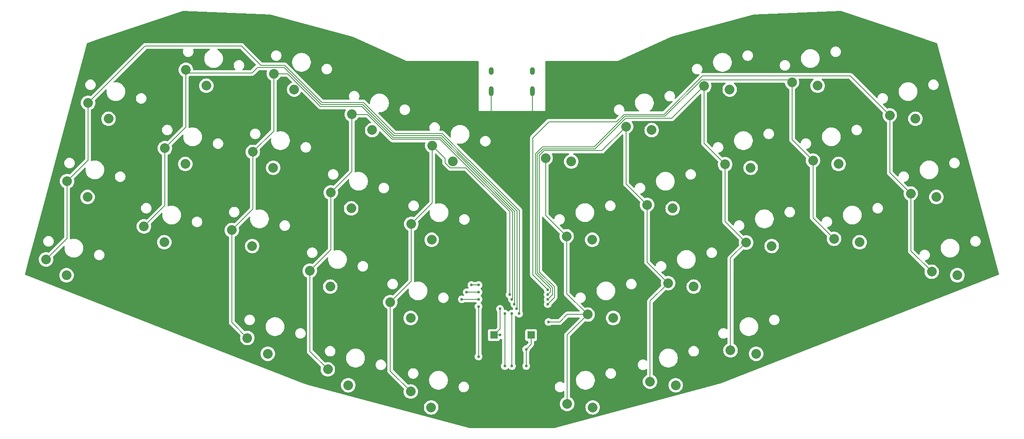
<source format=gbl>
G04 #@! TF.GenerationSoftware,KiCad,Pcbnew,8.0.6+1*
G04 #@! TF.CreationDate,2024-11-03T11:26:52+01:00*
G04 #@! TF.ProjectId,keymini,6b65796d-696e-4692-9e6b-696361645f70,rev?*
G04 #@! TF.SameCoordinates,Original*
G04 #@! TF.FileFunction,Copper,L2,Bot*
G04 #@! TF.FilePolarity,Positive*
%FSLAX46Y46*%
G04 Gerber Fmt 4.6, Leading zero omitted, Abs format (unit mm)*
G04 Created by KiCad (PCBNEW 8.0.6+1) date 2024-11-03 11:26:52*
%MOMM*%
%LPD*%
G01*
G04 APERTURE LIST*
G04 #@! TA.AperFunction,ComponentPad*
%ADD10C,2.032000*%
G04 #@! TD*
G04 #@! TA.AperFunction,ComponentPad*
%ADD11O,1.000000X2.100000*%
G04 #@! TD*
G04 #@! TA.AperFunction,ComponentPad*
%ADD12O,1.000000X1.600000*%
G04 #@! TD*
G04 #@! TA.AperFunction,SMDPad,CuDef*
%ADD13R,1.500000X1.500000*%
G04 #@! TD*
G04 #@! TA.AperFunction,ViaPad*
%ADD14C,0.600000*%
G04 #@! TD*
G04 #@! TA.AperFunction,Conductor*
%ADD15C,0.200000*%
G04 #@! TD*
G04 APERTURE END LIST*
D10*
G04 #@! TO.P,SW1J1,1,1*
G04 #@! TO.N,Net-(D1J1-A)*
X234555032Y-42603962D03*
G04 #@! TO.P,SW1J1,2,2*
G04 #@! TO.N,COLJ*
X229181883Y-41869613D03*
G04 #@! TD*
G04 #@! TO.P,SW4F1,1,1*
G04 #@! TO.N,Net-(D4F1-A)*
X166927032Y-103171962D03*
G04 #@! TO.P,SW4F1,2,2*
G04 #@! TO.N,COLF*
X161553883Y-102437613D03*
G04 #@! TD*
G04 #@! TO.P,SW2I1,1,1*
G04 #@! TO.N,Net-(D2I1-A)*
X218463032Y-52092962D03*
G04 #@! TO.P,SW2I1,2,2*
G04 #@! TO.N,COLI*
X213089883Y-51358613D03*
G04 #@! TD*
G04 #@! TO.P,SW3I1,1,1*
G04 #@! TO.N,Net-(D3I1-A)*
X222863032Y-68512962D03*
G04 #@! TO.P,SW3I1,2,2*
G04 #@! TO.N,COLI*
X217489883Y-67778613D03*
G04 #@! TD*
G04 #@! TO.P,SW1G1,1,1*
G04 #@! TO.N,Net-(D1G1-A)*
X179289032Y-44988962D03*
G04 #@! TO.P,SW1G1,2,2*
G04 #@! TO.N,COLG*
X173915883Y-44254613D03*
G04 #@! TD*
G04 #@! TO.P,SW4E1,1,1*
G04 #@! TO.N,Net-(D4E1-A)*
X133072968Y-103171962D03*
G04 #@! TO.P,SW4E1,2,2*
G04 #@! TO.N,COLE*
X128786858Y-99849423D03*
G04 #@! TD*
G04 #@! TO.P,SW3G1,1,1*
G04 #@! TO.N,Net-(D3G1-A)*
X188089032Y-77830962D03*
G04 #@! TO.P,SW3G1,2,2*
G04 #@! TO.N,COLG*
X182715883Y-77096613D03*
G04 #@! TD*
G04 #@! TO.P,SW3C1,1,1*
G04 #@! TO.N,Net-(D3C1-A)*
X95558968Y-69307962D03*
G04 #@! TO.P,SW3C1,2,2*
G04 #@! TO.N,COLC*
X91272858Y-65985423D03*
G04 #@! TD*
G04 #@! TO.P,SW4D1,1,1*
G04 #@! TO.N,Net-(D4D1-A)*
X115686968Y-98512962D03*
G04 #@! TO.P,SW4D1,2,2*
G04 #@! TO.N,COLD*
X111400858Y-95190423D03*
G04 #@! TD*
G04 #@! TO.P,SW4C1,1,1*
G04 #@! TO.N,Net-(D4C1-A)*
X98817968Y-91921962D03*
G04 #@! TO.P,SW4C1,2,2*
G04 #@! TO.N,COLC*
X94531858Y-88599423D03*
G04 #@! TD*
G04 #@! TO.P,SW2F1,1,1*
G04 #@! TO.N,Net-(D2F1-A)*
X166820032Y-68000962D03*
G04 #@! TO.P,SW2F1,2,2*
G04 #@! TO.N,COLF*
X161446883Y-67266613D03*
G04 #@! TD*
G04 #@! TO.P,SW4G1,1,1*
G04 #@! TO.N,Net-(D4G1-A)*
X184313032Y-98512962D03*
G04 #@! TO.P,SW4G1,2,2*
G04 #@! TO.N,COLG*
X178939883Y-97778613D03*
G04 #@! TD*
G04 #@! TO.P,SW2G1,1,1*
G04 #@! TO.N,Net-(D2G1-A)*
X183689032Y-61409962D03*
G04 #@! TO.P,SW2G1,2,2*
G04 #@! TO.N,COLG*
X178315883Y-60675613D03*
G04 #@! TD*
G04 #@! TO.P,SW1H1,1,1*
G04 #@! TO.N,Net-(D1H1-A)*
X195641032Y-36466962D03*
G04 #@! TO.P,SW1H1,2,2*
G04 #@! TO.N,COLH*
X190267883Y-35732613D03*
G04 #@! TD*
G04 #@! TO.P,SW3A1,1,1*
G04 #@! TO.N,Net-(D3A1-A)*
X56644968Y-75445962D03*
G04 #@! TO.P,SW3A1,2,2*
G04 #@! TO.N,COLA*
X52358858Y-72123423D03*
G04 #@! TD*
G04 #@! TO.P,SW3F1,1,1*
G04 #@! TO.N,Net-(D3F1-A)*
X171220032Y-84420962D03*
G04 #@! TO.P,SW3F1,2,2*
G04 #@! TO.N,COLF*
X165846883Y-83686613D03*
G04 #@! TD*
G04 #@! TO.P,SW2E1,1,1*
G04 #@! TO.N,Net-(D2E1-A)*
X133179968Y-68000962D03*
G04 #@! TO.P,SW2E1,2,2*
G04 #@! TO.N,COLE*
X128893858Y-64678423D03*
G04 #@! TD*
G04 #@! TO.P,SW3D1,1,1*
G04 #@! TO.N,Net-(D3D1-A)*
X111910968Y-77830962D03*
G04 #@! TO.P,SW3D1,2,2*
G04 #@! TO.N,COLD*
X107624858Y-74508423D03*
G04 #@! TD*
G04 #@! TO.P,SW3J1,1,1*
G04 #@! TO.N,Net-(D3J1-A)*
X243355032Y-75445962D03*
G04 #@! TO.P,SW3J1,2,2*
G04 #@! TO.N,COLJ*
X237981883Y-74711613D03*
G04 #@! TD*
G04 #@! TO.P,SW3B1,1,1*
G04 #@! TO.N,Net-(D3B1-A)*
X77137968Y-68512962D03*
G04 #@! TO.P,SW3B1,2,2*
G04 #@! TO.N,COLB*
X72851858Y-65190423D03*
G04 #@! TD*
G04 #@! TO.P,SW1F1,1,1*
G04 #@! TO.N,Net-(D1F1-A)*
X162420032Y-51579962D03*
G04 #@! TO.P,SW1F1,2,2*
G04 #@! TO.N,COLF*
X157046883Y-50845613D03*
G04 #@! TD*
G04 #@! TO.P,SW2D1,1,1*
G04 #@! TO.N,Net-(D2D1-A)*
X116310968Y-61409962D03*
G04 #@! TO.P,SW2D1,2,2*
G04 #@! TO.N,COLD*
X112024858Y-58087423D03*
G04 #@! TD*
G04 #@! TO.P,SW4H1,1,1*
G04 #@! TO.N,Net-(D4H1-A)*
X201182032Y-91921962D03*
G04 #@! TO.P,SW4H1,2,2*
G04 #@! TO.N,COLH*
X195808883Y-91187613D03*
G04 #@! TD*
G04 #@! TO.P,SW2B1,1,1*
G04 #@! TO.N,Net-(D2B1-A)*
X81536968Y-52092962D03*
G04 #@! TO.P,SW2B1,2,2*
G04 #@! TO.N,COLB*
X77250858Y-48770423D03*
G04 #@! TD*
G04 #@! TO.P,SW1E1,1,1*
G04 #@! TO.N,Net-(D1E1-A)*
X137579968Y-51579962D03*
G04 #@! TO.P,SW1E1,2,2*
G04 #@! TO.N,COLE*
X133293858Y-48257423D03*
G04 #@! TD*
D11*
G04 #@! TO.P,J1,S1,SHIELD*
G04 #@! TO.N,GND*
X154320000Y-36805000D03*
D12*
X154320000Y-32625000D03*
D11*
X145680000Y-36805000D03*
D12*
X145680000Y-32625000D03*
G04 #@! TD*
D10*
G04 #@! TO.P,SW3H1,1,1*
G04 #@! TO.N,Net-(D3H1-A)*
X204441032Y-69307962D03*
G04 #@! TO.P,SW3H1,2,2*
G04 #@! TO.N,COLH*
X199067883Y-68573613D03*
G04 #@! TD*
G04 #@! TO.P,SW2J1,1,1*
G04 #@! TO.N,Net-(D2J1-A)*
X238955032Y-59024962D03*
G04 #@! TO.P,SW2J1,2,2*
G04 #@! TO.N,COLJ*
X233581883Y-58290613D03*
G04 #@! TD*
G04 #@! TO.P,SW1B1,1,1*
G04 #@! TO.N,Net-(D1B1-A)*
X85936968Y-35671962D03*
G04 #@! TO.P,SW1B1,2,2*
G04 #@! TO.N,COLB*
X81650858Y-32349423D03*
G04 #@! TD*
G04 #@! TO.P,SW1D1,1,1*
G04 #@! TO.N,Net-(D1D1-A)*
X120710968Y-44988962D03*
G04 #@! TO.P,SW1D1,2,2*
G04 #@! TO.N,COLD*
X116424858Y-41666423D03*
G04 #@! TD*
G04 #@! TO.P,SW2A1,1,1*
G04 #@! TO.N,Net-(D2A1-A)*
X61044968Y-59024962D03*
G04 #@! TO.P,SW2A1,2,2*
G04 #@! TO.N,COLA*
X56758858Y-55702423D03*
G04 #@! TD*
G04 #@! TO.P,SW1A1,1,1*
G04 #@! TO.N,Net-(D1A1-A)*
X65444968Y-42603962D03*
G04 #@! TO.P,SW1A1,2,2*
G04 #@! TO.N,COLA*
X61158858Y-39281423D03*
G04 #@! TD*
G04 #@! TO.P,SW3E1,1,1*
G04 #@! TO.N,Net-(D3E1-A)*
X128779968Y-84420962D03*
G04 #@! TO.P,SW3E1,2,2*
G04 #@! TO.N,COLE*
X124493858Y-81098423D03*
G04 #@! TD*
G04 #@! TO.P,SW2C1,1,1*
G04 #@! TO.N,Net-(D2C1-A)*
X99958968Y-52887962D03*
G04 #@! TO.P,SW2C1,2,2*
G04 #@! TO.N,COLC*
X95672858Y-49565423D03*
G04 #@! TD*
G04 #@! TO.P,SW1C1,1,1*
G04 #@! TO.N,Net-(D1C1-A)*
X104358968Y-36466962D03*
G04 #@! TO.P,SW1C1,2,2*
G04 #@! TO.N,COLC*
X100072858Y-33144423D03*
G04 #@! TD*
G04 #@! TO.P,SW2H1,1,1*
G04 #@! TO.N,Net-(D2H1-A)*
X200041032Y-52887962D03*
G04 #@! TO.P,SW2H1,2,2*
G04 #@! TO.N,COLH*
X194667883Y-52153613D03*
G04 #@! TD*
G04 #@! TO.P,SW1I1,1,1*
G04 #@! TO.N,Net-(D1I1-A)*
X214063032Y-35671962D03*
G04 #@! TO.P,SW1I1,2,2*
G04 #@! TO.N,COLI*
X208689883Y-34937613D03*
G04 #@! TD*
D13*
G04 #@! TO.P,BOOT1,1,1*
G04 #@! TO.N,+3.3V*
X154000000Y-88000000D03*
G04 #@! TO.P,BOOT1,2,2*
G04 #@! TO.N,Net-(U1-BOOT0)*
X146200000Y-88000000D03*
G04 #@! TD*
D14*
G04 #@! TO.N,GND*
X148000000Y-73500000D03*
X145000000Y-72000000D03*
X153000000Y-61000000D03*
X147000000Y-61750000D03*
X152000000Y-90000000D03*
X146000000Y-94500000D03*
X144000000Y-88500000D03*
X157500000Y-73000000D03*
G04 #@! TO.N,+3.3V*
X152975000Y-90975000D03*
X153000000Y-94500000D03*
G04 #@! TO.N,ROW1*
X141500000Y-77500000D03*
X143000000Y-77500000D03*
G04 #@! TO.N,ROW2*
X140500000Y-79000000D03*
X143000000Y-79000000D03*
G04 #@! TO.N,ROW3*
X139500000Y-80500000D03*
X143000000Y-80500000D03*
G04 #@! TO.N,ROW4*
X143000000Y-92500000D03*
X143000000Y-82000000D03*
G04 #@! TO.N,Net-(U1-BOOT0)*
X147500000Y-82500000D03*
X147500000Y-88000000D03*
G04 #@! TO.N,COLA*
X151500000Y-83500000D03*
G04 #@! TO.N,COLB*
X151000000Y-82500000D03*
G04 #@! TO.N,COLC*
X150500000Y-81500000D03*
G04 #@! TO.N,COLD*
X150000000Y-80500000D03*
G04 #@! TO.N,COLE*
X149500000Y-79500000D03*
G04 #@! TO.N,COLF*
X157662778Y-85250000D03*
G04 #@! TO.N,COLG*
X157500000Y-81500000D03*
G04 #@! TO.N,COLH*
X157500000Y-80500000D03*
G04 #@! TO.N,COLI*
X157481389Y-79481389D03*
G04 #@! TO.N,COLJ*
X157500000Y-78500000D03*
G04 #@! TO.N,SWDCLK*
X148500000Y-83500000D03*
X148500000Y-94500000D03*
G04 #@! TO.N,SWDIO*
X150000000Y-94500000D03*
X150000000Y-83500000D03*
G04 #@! TD*
D15*
G04 #@! TO.N,GND*
X145680000Y-36805000D02*
X145680000Y-42320000D01*
X154320000Y-36805000D02*
X154320000Y-42320000D01*
G04 #@! TO.N,+3.3V*
X153000000Y-91000000D02*
X153000000Y-94500000D01*
X154000000Y-88000000D02*
X154000000Y-89950000D01*
X152975000Y-90975000D02*
X153000000Y-91000000D01*
X154000000Y-89950000D02*
X152975000Y-90975000D01*
G04 #@! TO.N,ROW1*
X141500000Y-77500000D02*
X143000000Y-77500000D01*
G04 #@! TO.N,ROW2*
X140500000Y-79000000D02*
X143000000Y-79000000D01*
G04 #@! TO.N,ROW3*
X139500000Y-80500000D02*
X143000000Y-80500000D01*
G04 #@! TO.N,ROW4*
X143000000Y-92500000D02*
X143000000Y-82000000D01*
G04 #@! TO.N,Net-(U1-BOOT0)*
X147500000Y-86700000D02*
X146200000Y-88000000D01*
X147500000Y-82500000D02*
X147500000Y-86700000D01*
X146200000Y-88000000D02*
X147500000Y-88000000D01*
G04 #@! TO.N,COLA*
X110186949Y-39200000D02*
X102415372Y-31428423D01*
X135389216Y-45741423D02*
X125438481Y-45741423D01*
X56758858Y-67723423D02*
X52358858Y-72123423D01*
X97428423Y-31428423D02*
X93348595Y-27348595D01*
X118897058Y-39200000D02*
X110186949Y-39200000D01*
X102415372Y-31428423D02*
X97428423Y-31428423D01*
X93348595Y-27348595D02*
X73091686Y-27348595D01*
X125438481Y-45741423D02*
X118897058Y-39200000D01*
X61158858Y-39281423D02*
X61158858Y-51302423D01*
X73091686Y-27348595D02*
X61158858Y-39281423D01*
X151600000Y-83400000D02*
X151600000Y-61902942D01*
X151600000Y-61902942D02*
X140993020Y-51295962D01*
X56758858Y-55702423D02*
X56758858Y-67723423D01*
X61158858Y-51302423D02*
X56758858Y-55702423D01*
X151500000Y-83500000D02*
X151600000Y-83400000D01*
X140993020Y-51295962D02*
X140943755Y-51295962D01*
X140943755Y-51295962D02*
X135389216Y-45741423D01*
G04 #@! TO.N,COLB*
X151100000Y-61968628D02*
X140827334Y-51695962D01*
X151100000Y-82400000D02*
X151100000Y-61968628D01*
X81650858Y-44370423D02*
X77250858Y-48770423D01*
X81650858Y-32349422D02*
X81650858Y-44370423D01*
X77250858Y-48770423D02*
X77250858Y-60791423D01*
X102249686Y-31828423D02*
X96671577Y-31828423D01*
X77250858Y-60791423D02*
X72851858Y-65190423D01*
X140778069Y-51695962D02*
X135223530Y-46141423D01*
X135223530Y-46141423D02*
X125272795Y-46141423D01*
X110021263Y-39600000D02*
X102249686Y-31828423D01*
X82301436Y-33000000D02*
X81650858Y-32349422D01*
X118731372Y-39600000D02*
X110021263Y-39600000D01*
X96671577Y-31828423D02*
X95500000Y-33000000D01*
X95500000Y-33000000D02*
X82301436Y-33000000D01*
X151000000Y-82500000D02*
X151100000Y-82400000D01*
X140827334Y-51695962D02*
X140778069Y-51695962D01*
X125272795Y-46141423D02*
X118731372Y-39600000D01*
G04 #@! TO.N,COLC*
X118565686Y-40000000D02*
X109855577Y-40000000D01*
X135057844Y-46541423D02*
X125107109Y-46541423D01*
X103000000Y-33144423D02*
X100072858Y-33144423D01*
X140661648Y-52095962D02*
X140612383Y-52095962D01*
X91272858Y-85340423D02*
X94531858Y-88599423D01*
X95672858Y-49565423D02*
X95672858Y-61585423D01*
X109855577Y-40000000D02*
X103000000Y-33144423D01*
X91272858Y-65985423D02*
X91272858Y-85340423D01*
X100072858Y-33144423D02*
X100072858Y-45165423D01*
X95672858Y-61585423D02*
X91272858Y-65985423D01*
X150600000Y-62034314D02*
X140661648Y-52095962D01*
X100072858Y-45165423D02*
X95672858Y-49565423D01*
X125107109Y-46541423D02*
X118565686Y-40000000D01*
X150600000Y-81400000D02*
X150600000Y-62034314D01*
X140612383Y-52095962D02*
X135057844Y-46541423D01*
X150500000Y-81500000D02*
X150600000Y-81400000D01*
G04 #@! TO.N,COLD*
X119750000Y-41750000D02*
X116508435Y-41750000D01*
X150000000Y-80500000D02*
X150100000Y-80400000D01*
X150100000Y-80400000D02*
X150100000Y-62100000D01*
X116424858Y-41666423D02*
X116424858Y-53687423D01*
X150100000Y-62100000D02*
X140495962Y-52495962D01*
X107624858Y-91414423D02*
X111400858Y-95190423D01*
X116424858Y-53687423D02*
X112024858Y-58087423D01*
X124941423Y-46941423D02*
X119750000Y-41750000D01*
X107624858Y-74508423D02*
X107624858Y-91414423D01*
X112024858Y-58087423D02*
X112024858Y-70108423D01*
X116508435Y-41750000D02*
X116424858Y-41666423D01*
X140446697Y-52495962D02*
X134892158Y-46941423D01*
X140495962Y-52495962D02*
X140446697Y-52495962D01*
X112024858Y-70108423D02*
X107624858Y-74508423D01*
X134892158Y-46941423D02*
X124941423Y-46941423D01*
G04 #@! TO.N,COLE*
X124493858Y-81098423D02*
X124493858Y-95556423D01*
X137034862Y-52895962D02*
X136000000Y-51861100D01*
X128893858Y-64678423D02*
X128893858Y-76698423D01*
X124493858Y-95556423D02*
X128786858Y-99849423D01*
X136000000Y-51861100D02*
X136000000Y-50963565D01*
X149500000Y-62065686D02*
X140330276Y-52895962D01*
X124493858Y-81098423D02*
X124741840Y-81346405D01*
X133293858Y-60278423D02*
X128893858Y-64678423D01*
X133293858Y-48257423D02*
X133293858Y-60278423D01*
X128893858Y-76698423D02*
X124493858Y-81098423D01*
X136000000Y-50963565D02*
X133293858Y-48257423D01*
X140330276Y-52895962D02*
X137034862Y-52895962D01*
X149500000Y-79500000D02*
X149500000Y-62065686D01*
G04 #@! TO.N,COLF*
X157046883Y-62866613D02*
X161446883Y-67266613D01*
X157662778Y-85250000D02*
X160000000Y-85250000D01*
X161553883Y-87979614D02*
X161553883Y-102437613D01*
X165846883Y-83686614D02*
X161553883Y-87979614D01*
X161446883Y-67266613D02*
X161446883Y-79286614D01*
X157046883Y-50845613D02*
X157046883Y-62866613D01*
X161563386Y-83686614D02*
X165846883Y-83686614D01*
X160000000Y-85250000D02*
X161563386Y-83686614D01*
X161446883Y-79286614D02*
X165846883Y-83686614D01*
G04 #@! TO.N,COLG*
X155730883Y-50300507D02*
X156731390Y-49300000D01*
X178315883Y-72696613D02*
X182715883Y-77096613D01*
X156731390Y-49300000D02*
X168870497Y-49300000D01*
X173915883Y-56275613D02*
X178315883Y-60675613D01*
X168870497Y-49300000D02*
X173915883Y-44254614D01*
X155730883Y-74750982D02*
X155730883Y-50300507D01*
X158900000Y-77920099D02*
X155730883Y-74750982D01*
X178939883Y-80872613D02*
X182715883Y-77096613D01*
X178939883Y-97778613D02*
X178939883Y-80872613D01*
X157500000Y-81500000D02*
X158900000Y-80100000D01*
X178315883Y-60675613D02*
X178315883Y-72696613D01*
X158900000Y-80100000D02*
X158900000Y-77920099D01*
X173915883Y-44254614D02*
X173915883Y-56275613D01*
G04 #@! TO.N,COLH*
X158500000Y-78085785D02*
X155330883Y-74916668D01*
X195808883Y-71832613D02*
X195808883Y-91187613D01*
X190267883Y-35732613D02*
X190267883Y-47753613D01*
X155330883Y-50134821D02*
X156565704Y-48900000D01*
X156565704Y-48900000D02*
X167409391Y-48900000D01*
X194667883Y-52153613D02*
X194667883Y-64173613D01*
X157500000Y-80500000D02*
X158500000Y-79500000D01*
X190267883Y-47753613D02*
X194667883Y-52153613D01*
X194667883Y-64173613D02*
X199067883Y-68573613D01*
X158500000Y-79500000D02*
X158500000Y-78085785D01*
X173809391Y-42500000D02*
X183500496Y-42500000D01*
X155330883Y-74916668D02*
X155330883Y-50134821D01*
X199067883Y-68573613D02*
X195808883Y-71832613D01*
X167409391Y-48900000D02*
X173809391Y-42500000D01*
X183500496Y-42500000D02*
X190267883Y-35732613D01*
G04 #@! TO.N,COLI*
X213089883Y-63378613D02*
X217489883Y-67778613D01*
X158100000Y-78251471D02*
X154930883Y-75082354D01*
X154930883Y-49969135D02*
X156400018Y-48500000D01*
X213089883Y-51358613D02*
X213089883Y-63378613D01*
X189722777Y-34416613D02*
X208168883Y-34416613D01*
X173643705Y-42100000D02*
X182039390Y-42100000D01*
X154930883Y-75082354D02*
X154930883Y-49969135D01*
X157481389Y-79481389D02*
X158100000Y-78862778D01*
X167243705Y-48500000D02*
X173643705Y-42100000D01*
X208689883Y-46958613D02*
X213089883Y-51358613D01*
X208689883Y-34937613D02*
X208689883Y-46958613D01*
X208168883Y-34416613D02*
X208689883Y-34937613D01*
X182039390Y-42100000D02*
X189722777Y-34416613D01*
X158100000Y-78862778D02*
X158100000Y-78251471D01*
X156400018Y-48500000D02*
X167243705Y-48500000D01*
G04 #@! TO.N,COLJ*
X173478019Y-41700000D02*
X181873704Y-41700000D01*
X157500000Y-78500000D02*
X154379508Y-75379508D01*
X220933883Y-33621613D02*
X229181883Y-41869613D01*
X154379508Y-46620492D02*
X157750000Y-43250000D01*
X157750000Y-43250000D02*
X171928019Y-43250000D01*
X233581883Y-70311613D02*
X237981883Y-74711613D01*
X229181883Y-53890613D02*
X233581883Y-58290613D01*
X189952091Y-33621613D02*
X220933883Y-33621613D01*
X229181883Y-41869613D02*
X229181883Y-53890613D01*
X181873704Y-41700000D02*
X189952091Y-33621613D01*
X171928019Y-43250000D02*
X173478019Y-41700000D01*
X154379508Y-75379508D02*
X154379508Y-46620492D01*
X233581883Y-58290613D02*
X233581883Y-70311613D01*
G04 #@! TO.N,SWDCLK*
X148500000Y-83500000D02*
X148500000Y-94500000D01*
G04 #@! TO.N,SWDIO*
X150000000Y-83500000D02*
X150000000Y-94500000D01*
G04 #@! TD*
G04 #@! TA.AperFunction,Conductor*
G04 #@! TO.N,GND*
G36*
X218979115Y-19944686D02*
G01*
X231650845Y-24231401D01*
X239044515Y-26732604D01*
X239101711Y-26772733D01*
X239124554Y-26817972D01*
X252092887Y-75217331D01*
X252091224Y-75287181D01*
X252052061Y-75345043D01*
X252018236Y-75364922D01*
X193529785Y-98216027D01*
X193516755Y-98220304D01*
X158856235Y-107507575D01*
X158824141Y-107511800D01*
X141175859Y-107511800D01*
X141143765Y-107507575D01*
X124963058Y-103171962D01*
X131551779Y-103171962D01*
X131570506Y-103409925D01*
X131626229Y-103642030D01*
X131717576Y-103862562D01*
X131717578Y-103862566D01*
X131717579Y-103862567D01*
X131842300Y-104066094D01*
X131997325Y-104247605D01*
X132178836Y-104402630D01*
X132382363Y-104527351D01*
X132382365Y-104527351D01*
X132382367Y-104527353D01*
X132458039Y-104558697D01*
X132602895Y-104618699D01*
X132835002Y-104674423D01*
X133072968Y-104693151D01*
X133310934Y-104674423D01*
X133543041Y-104618699D01*
X133763573Y-104527351D01*
X133967100Y-104402630D01*
X134148611Y-104247605D01*
X134303636Y-104066094D01*
X134428357Y-103862567D01*
X134519705Y-103642035D01*
X134575429Y-103409928D01*
X134594157Y-103171962D01*
X134575429Y-102933996D01*
X134519705Y-102701889D01*
X134428357Y-102481357D01*
X134303636Y-102277830D01*
X134148611Y-102096319D01*
X133967100Y-101941294D01*
X133763573Y-101816573D01*
X133763572Y-101816572D01*
X133763568Y-101816570D01*
X133543036Y-101725223D01*
X133310930Y-101669500D01*
X133310931Y-101669500D01*
X133072968Y-101650773D01*
X132835004Y-101669500D01*
X132602899Y-101725223D01*
X132382367Y-101816570D01*
X132178835Y-101941294D01*
X131997325Y-102096319D01*
X131842300Y-102277829D01*
X131717576Y-102481361D01*
X131626229Y-102701893D01*
X131570506Y-102933998D01*
X131551779Y-103171962D01*
X124963058Y-103171962D01*
X107575456Y-98512962D01*
X114165779Y-98512962D01*
X114184506Y-98750925D01*
X114240229Y-98983030D01*
X114331576Y-99203562D01*
X114331578Y-99203566D01*
X114331579Y-99203567D01*
X114456300Y-99407094D01*
X114611325Y-99588605D01*
X114792836Y-99743630D01*
X114996363Y-99868351D01*
X114996365Y-99868351D01*
X114996367Y-99868353D01*
X115005428Y-99872106D01*
X115216895Y-99959699D01*
X115449002Y-100015423D01*
X115686968Y-100034151D01*
X115924934Y-100015423D01*
X116157041Y-99959699D01*
X116377573Y-99868351D01*
X116581100Y-99743630D01*
X116762611Y-99588605D01*
X116917636Y-99407094D01*
X117042357Y-99203567D01*
X117133705Y-98983035D01*
X117189429Y-98750928D01*
X117208157Y-98512962D01*
X117189429Y-98274996D01*
X117133705Y-98042889D01*
X117042357Y-97822357D01*
X116917636Y-97618830D01*
X116762611Y-97437319D01*
X116581100Y-97282294D01*
X116377573Y-97157573D01*
X116377572Y-97157572D01*
X116377568Y-97157570D01*
X116157036Y-97066223D01*
X115924930Y-97010500D01*
X115924931Y-97010500D01*
X115686968Y-96991773D01*
X115449004Y-97010500D01*
X115216899Y-97066223D01*
X114996367Y-97157570D01*
X114792835Y-97282294D01*
X114611325Y-97437319D01*
X114456300Y-97618829D01*
X114331576Y-97822361D01*
X114240229Y-98042893D01*
X114184506Y-98274998D01*
X114165779Y-98512962D01*
X107575456Y-98512962D01*
X106483243Y-98220304D01*
X106470213Y-98216027D01*
X90360265Y-91921962D01*
X97296779Y-91921962D01*
X97315506Y-92159925D01*
X97371229Y-92392030D01*
X97462576Y-92612562D01*
X97462578Y-92612566D01*
X97462579Y-92612567D01*
X97587300Y-92816094D01*
X97742325Y-92997605D01*
X97923836Y-93152630D01*
X98127363Y-93277351D01*
X98127365Y-93277351D01*
X98127367Y-93277353D01*
X98171185Y-93295503D01*
X98347895Y-93368699D01*
X98580002Y-93424423D01*
X98817968Y-93443151D01*
X99055934Y-93424423D01*
X99288041Y-93368699D01*
X99508573Y-93277351D01*
X99712100Y-93152630D01*
X99893611Y-92997605D01*
X100048636Y-92816094D01*
X100173357Y-92612567D01*
X100264705Y-92392035D01*
X100320429Y-92159928D01*
X100339157Y-91921962D01*
X100320429Y-91683996D01*
X100264705Y-91451889D01*
X100173357Y-91231357D01*
X100048636Y-91027830D01*
X99893611Y-90846319D01*
X99712100Y-90691294D01*
X99508573Y-90566573D01*
X99508572Y-90566572D01*
X99508568Y-90566570D01*
X99288036Y-90475223D01*
X99055930Y-90419500D01*
X99055931Y-90419500D01*
X98817968Y-90400773D01*
X98580004Y-90419500D01*
X98347899Y-90475223D01*
X98127367Y-90566570D01*
X97923835Y-90691294D01*
X97742325Y-90846319D01*
X97587300Y-91027829D01*
X97462576Y-91231361D01*
X97371229Y-91451893D01*
X97315506Y-91683998D01*
X97296779Y-91921962D01*
X90360265Y-91921962D01*
X48189188Y-75445962D01*
X55123779Y-75445962D01*
X55142506Y-75683925D01*
X55198229Y-75916030D01*
X55289576Y-76136562D01*
X55289578Y-76136566D01*
X55289579Y-76136567D01*
X55414300Y-76340094D01*
X55569325Y-76521605D01*
X55750836Y-76676630D01*
X55954363Y-76801351D01*
X55954365Y-76801351D01*
X55954367Y-76801353D01*
X56030039Y-76832697D01*
X56174895Y-76892699D01*
X56407002Y-76948423D01*
X56644968Y-76967151D01*
X56882934Y-76948423D01*
X57115041Y-76892699D01*
X57335573Y-76801351D01*
X57539100Y-76676630D01*
X57720611Y-76521605D01*
X57875636Y-76340094D01*
X58000357Y-76136567D01*
X58091705Y-75916035D01*
X58147429Y-75683928D01*
X58166157Y-75445962D01*
X58147429Y-75207996D01*
X58091705Y-74975889D01*
X58000357Y-74755357D01*
X57875636Y-74551830D01*
X57720611Y-74370319D01*
X57539100Y-74215294D01*
X57335573Y-74090573D01*
X57335572Y-74090572D01*
X57335568Y-74090570D01*
X57115036Y-73999223D01*
X56882930Y-73943500D01*
X56882931Y-73943500D01*
X56644968Y-73924773D01*
X56407004Y-73943500D01*
X56174899Y-73999223D01*
X55954367Y-74090570D01*
X55750835Y-74215294D01*
X55569325Y-74370319D01*
X55414300Y-74551829D01*
X55289576Y-74755361D01*
X55198229Y-74975893D01*
X55142506Y-75207998D01*
X55123779Y-75445962D01*
X48189188Y-75445962D01*
X47981762Y-75364922D01*
X47926482Y-75322191D01*
X47903080Y-75256357D01*
X47907111Y-75217331D01*
X47909613Y-75207996D01*
X48736107Y-72123423D01*
X50837669Y-72123423D01*
X50856396Y-72361386D01*
X50912119Y-72593491D01*
X51003466Y-72814023D01*
X51003468Y-72814027D01*
X51003469Y-72814028D01*
X51128190Y-73017555D01*
X51283215Y-73199066D01*
X51464726Y-73354091D01*
X51668253Y-73478812D01*
X51668255Y-73478812D01*
X51668257Y-73478814D01*
X51673402Y-73480945D01*
X51888785Y-73570160D01*
X52120892Y-73625884D01*
X52358858Y-73644612D01*
X52596824Y-73625884D01*
X52828931Y-73570160D01*
X53049463Y-73478812D01*
X53252990Y-73354091D01*
X53434501Y-73199066D01*
X53589526Y-73017555D01*
X53714247Y-72814028D01*
X53805595Y-72593496D01*
X53861319Y-72361389D01*
X53880047Y-72123423D01*
X53861319Y-71885457D01*
X53805595Y-71653350D01*
X53799978Y-71639789D01*
X53792509Y-71570320D01*
X53823785Y-71507841D01*
X53826830Y-71504684D01*
X56023552Y-69307962D01*
X56084873Y-69274479D01*
X56154565Y-69279463D01*
X56210498Y-69321335D01*
X56234915Y-69386799D01*
X56234170Y-69411830D01*
X56207001Y-69618196D01*
X56207000Y-69618213D01*
X56207000Y-69875800D01*
X56226216Y-70021752D01*
X56240622Y-70131175D01*
X56245612Y-70149797D01*
X56307289Y-70379982D01*
X56405859Y-70617952D01*
X56405867Y-70617969D01*
X56534652Y-70841030D01*
X56534663Y-70841046D01*
X56691463Y-71045392D01*
X56691469Y-71045399D01*
X56873600Y-71227530D01*
X56873607Y-71227536D01*
X57019129Y-71339199D01*
X57077962Y-71384343D01*
X57077969Y-71384347D01*
X57301030Y-71513132D01*
X57301035Y-71513134D01*
X57301038Y-71513136D01*
X57301042Y-71513137D01*
X57301047Y-71513140D01*
X57386646Y-71548596D01*
X57539016Y-71611710D01*
X57787825Y-71678378D01*
X58043207Y-71712000D01*
X58043214Y-71712000D01*
X58300786Y-71712000D01*
X58300793Y-71712000D01*
X58556175Y-71678378D01*
X58804984Y-71611710D01*
X59042962Y-71513136D01*
X59266038Y-71384343D01*
X59470394Y-71227535D01*
X59614112Y-71083817D01*
X62383192Y-71083817D01*
X62383192Y-71257192D01*
X62410312Y-71428418D01*
X62463882Y-71593293D01*
X62463883Y-71593296D01*
X62514667Y-71692964D01*
X62542590Y-71747765D01*
X62644491Y-71888019D01*
X62767078Y-72010606D01*
X62907332Y-72112507D01*
X62946981Y-72132709D01*
X63061800Y-72191213D01*
X63061803Y-72191214D01*
X63144240Y-72217999D01*
X63226680Y-72244785D01*
X63305983Y-72257345D01*
X63397905Y-72271905D01*
X63397910Y-72271905D01*
X63571279Y-72271905D01*
X63654287Y-72258757D01*
X63742504Y-72244785D01*
X63907383Y-72191213D01*
X64061852Y-72112507D01*
X64202106Y-72010606D01*
X64324693Y-71888019D01*
X64426594Y-71747765D01*
X64505300Y-71593296D01*
X64558872Y-71428417D01*
X64578970Y-71301525D01*
X64585992Y-71257192D01*
X64585992Y-71083817D01*
X64567395Y-70966407D01*
X64558872Y-70912593D01*
X64519733Y-70792134D01*
X64505301Y-70747716D01*
X64505300Y-70747713D01*
X64456259Y-70651465D01*
X64426594Y-70593245D01*
X64324693Y-70452991D01*
X64202106Y-70330404D01*
X64061852Y-70228503D01*
X63907383Y-70149796D01*
X63907380Y-70149795D01*
X63742505Y-70096225D01*
X63571279Y-70069105D01*
X63571274Y-70069105D01*
X63397910Y-70069105D01*
X63397905Y-70069105D01*
X63226678Y-70096225D01*
X63061803Y-70149795D01*
X63061800Y-70149796D01*
X62907331Y-70228503D01*
X62828603Y-70285703D01*
X62767078Y-70330404D01*
X62767076Y-70330406D01*
X62767075Y-70330406D01*
X62644493Y-70452988D01*
X62644493Y-70452989D01*
X62644491Y-70452991D01*
X62600728Y-70513224D01*
X62542590Y-70593244D01*
X62463883Y-70747713D01*
X62463882Y-70747716D01*
X62410312Y-70912591D01*
X62383192Y-71083817D01*
X59614112Y-71083817D01*
X59652535Y-71045394D01*
X59809343Y-70841038D01*
X59938136Y-70617962D01*
X60036710Y-70379984D01*
X60103378Y-70131175D01*
X60137000Y-69875793D01*
X60137000Y-69618207D01*
X60103378Y-69362825D01*
X60036710Y-69114016D01*
X59938136Y-68876038D01*
X59938134Y-68876035D01*
X59938132Y-68876030D01*
X59809347Y-68652969D01*
X59809343Y-68652962D01*
X59701917Y-68512962D01*
X75616779Y-68512962D01*
X75635506Y-68750919D01*
X75635506Y-68750924D01*
X75691229Y-68983030D01*
X75782576Y-69203562D01*
X75782578Y-69203566D01*
X75782579Y-69203567D01*
X75907300Y-69407094D01*
X76062325Y-69588605D01*
X76243836Y-69743630D01*
X76447363Y-69868351D01*
X76447365Y-69868351D01*
X76447367Y-69868353D01*
X76465329Y-69875793D01*
X76667895Y-69959699D01*
X76900002Y-70015423D01*
X77137968Y-70034151D01*
X77375934Y-70015423D01*
X77608041Y-69959699D01*
X77828573Y-69868351D01*
X78032100Y-69743630D01*
X78213611Y-69588605D01*
X78368636Y-69407094D01*
X78493357Y-69203567D01*
X78584705Y-68983035D01*
X78640429Y-68750928D01*
X78640795Y-68746286D01*
X78645101Y-68691562D01*
X78659157Y-68512962D01*
X78640429Y-68274996D01*
X78584705Y-68042889D01*
X78493357Y-67822357D01*
X78368636Y-67618830D01*
X78213611Y-67437319D01*
X78032100Y-67282294D01*
X77828573Y-67157573D01*
X77828572Y-67157572D01*
X77828568Y-67157570D01*
X77608036Y-67066223D01*
X77375930Y-67010500D01*
X77375931Y-67010500D01*
X77137968Y-66991773D01*
X76900004Y-67010500D01*
X76667899Y-67066223D01*
X76447367Y-67157570D01*
X76243835Y-67282294D01*
X76062325Y-67437319D01*
X75907300Y-67618829D01*
X75782576Y-67822361D01*
X75691229Y-68042893D01*
X75635506Y-68274998D01*
X75616779Y-68512962D01*
X59701917Y-68512962D01*
X59652536Y-68448607D01*
X59652530Y-68448600D01*
X59470399Y-68266469D01*
X59470392Y-68266463D01*
X59266046Y-68109663D01*
X59266044Y-68109661D01*
X59266038Y-68109657D01*
X59266033Y-68109654D01*
X59266030Y-68109652D01*
X59042969Y-67980867D01*
X59042952Y-67980859D01*
X58804982Y-67882289D01*
X58581310Y-67822357D01*
X58556175Y-67815622D01*
X58524252Y-67811419D01*
X58300800Y-67782000D01*
X58300793Y-67782000D01*
X58043207Y-67782000D01*
X58043199Y-67782000D01*
X57787825Y-67815622D01*
X57539009Y-67882291D01*
X57530804Y-67885690D01*
X57461334Y-67893154D01*
X57398857Y-67861875D01*
X57363209Y-67801784D01*
X57359359Y-67771126D01*
X57359359Y-67636770D01*
X57359358Y-67636752D01*
X57359358Y-61303807D01*
X72251008Y-61303807D01*
X72251008Y-61477182D01*
X72278128Y-61648408D01*
X72331698Y-61813283D01*
X72331699Y-61813286D01*
X72402773Y-61952774D01*
X72410406Y-61967755D01*
X72512307Y-62108009D01*
X72634894Y-62230596D01*
X72775148Y-62332497D01*
X72802558Y-62346463D01*
X72929616Y-62411203D01*
X72929619Y-62411204D01*
X72989909Y-62430793D01*
X73094496Y-62464775D01*
X73173799Y-62477335D01*
X73265721Y-62491895D01*
X73265726Y-62491895D01*
X73439095Y-62491895D01*
X73522103Y-62478747D01*
X73610320Y-62464775D01*
X73775199Y-62411203D01*
X73929668Y-62332497D01*
X74069922Y-62230596D01*
X74192509Y-62108009D01*
X74294410Y-61967755D01*
X74373116Y-61813286D01*
X74426688Y-61648407D01*
X74444772Y-61534228D01*
X74453808Y-61477182D01*
X74453808Y-61303807D01*
X74438030Y-61204197D01*
X74426688Y-61132583D01*
X74391150Y-61023207D01*
X74373117Y-60967706D01*
X74373116Y-60967703D01*
X74294409Y-60813234D01*
X74192509Y-60672981D01*
X74069922Y-60550394D01*
X73929668Y-60448493D01*
X73914354Y-60440690D01*
X73775199Y-60369786D01*
X73775196Y-60369785D01*
X73610321Y-60316215D01*
X73439095Y-60289095D01*
X73439090Y-60289095D01*
X73265726Y-60289095D01*
X73265721Y-60289095D01*
X73094494Y-60316215D01*
X72929619Y-60369785D01*
X72929616Y-60369786D01*
X72775147Y-60448493D01*
X72743206Y-60471700D01*
X72634894Y-60550394D01*
X72634892Y-60550396D01*
X72634891Y-60550396D01*
X72512309Y-60672978D01*
X72512309Y-60672979D01*
X72512307Y-60672981D01*
X72510395Y-60675613D01*
X72410406Y-60813234D01*
X72331699Y-60967703D01*
X72331698Y-60967706D01*
X72278128Y-61132581D01*
X72251008Y-61303807D01*
X57359358Y-61303807D01*
X57359358Y-59024962D01*
X59523779Y-59024962D01*
X59542506Y-59262925D01*
X59598229Y-59495030D01*
X59689576Y-59715562D01*
X59689578Y-59715566D01*
X59689579Y-59715567D01*
X59814300Y-59919094D01*
X59969325Y-60100605D01*
X60150836Y-60255630D01*
X60354363Y-60380351D01*
X60354365Y-60380351D01*
X60354367Y-60380353D01*
X60430039Y-60411697D01*
X60574895Y-60471699D01*
X60807002Y-60527423D01*
X61044968Y-60546151D01*
X61282934Y-60527423D01*
X61515041Y-60471699D01*
X61735573Y-60380351D01*
X61939100Y-60255630D01*
X62120611Y-60100605D01*
X62275636Y-59919094D01*
X62400357Y-59715567D01*
X62491705Y-59495035D01*
X62547429Y-59262928D01*
X62566157Y-59024962D01*
X62547429Y-58786996D01*
X62491705Y-58554889D01*
X62400357Y-58334357D01*
X62275636Y-58130830D01*
X62120611Y-57949319D01*
X61939100Y-57794294D01*
X61735573Y-57669573D01*
X61735572Y-57669572D01*
X61735568Y-57669570D01*
X61515036Y-57578223D01*
X61282930Y-57522500D01*
X61282931Y-57522500D01*
X61044968Y-57503773D01*
X60807004Y-57522500D01*
X60574899Y-57578223D01*
X60354367Y-57669570D01*
X60150835Y-57794294D01*
X59969325Y-57949319D01*
X59814300Y-58130829D01*
X59689576Y-58334361D01*
X59598229Y-58554893D01*
X59542506Y-58786998D01*
X59523779Y-59024962D01*
X57359358Y-59024962D01*
X57359358Y-57177988D01*
X57379043Y-57110949D01*
X57431847Y-57065194D01*
X57435875Y-57063439D01*
X57449463Y-57057812D01*
X57652990Y-56933091D01*
X57834501Y-56778066D01*
X57989526Y-56596555D01*
X58114247Y-56393028D01*
X58205595Y-56172496D01*
X58261319Y-55940389D01*
X58280047Y-55702423D01*
X58261319Y-55464457D01*
X58205595Y-55232350D01*
X58199978Y-55218789D01*
X58192509Y-55149320D01*
X58223785Y-55086841D01*
X58226830Y-55083684D01*
X60423552Y-52886962D01*
X60484873Y-52853479D01*
X60554565Y-52858463D01*
X60610498Y-52900335D01*
X60634915Y-52965799D01*
X60634170Y-52990830D01*
X60607001Y-53197196D01*
X60607000Y-53197213D01*
X60607000Y-53454800D01*
X60623295Y-53578567D01*
X60640622Y-53710175D01*
X60645612Y-53728797D01*
X60707289Y-53958982D01*
X60805859Y-54196952D01*
X60805867Y-54196969D01*
X60934652Y-54420030D01*
X60934663Y-54420046D01*
X61091463Y-54624392D01*
X61091469Y-54624399D01*
X61273600Y-54806530D01*
X61273607Y-54806536D01*
X61419129Y-54918199D01*
X61477962Y-54963343D01*
X61477969Y-54963347D01*
X61701030Y-55092132D01*
X61701035Y-55092134D01*
X61701038Y-55092136D01*
X61701042Y-55092137D01*
X61701047Y-55092140D01*
X61786646Y-55127596D01*
X61939016Y-55190710D01*
X62187825Y-55257378D01*
X62443207Y-55291000D01*
X62443214Y-55291000D01*
X62700786Y-55291000D01*
X62700793Y-55291000D01*
X62956175Y-55257378D01*
X63204984Y-55190710D01*
X63442962Y-55092136D01*
X63666038Y-54963343D01*
X63870394Y-54806535D01*
X64014112Y-54662817D01*
X66783192Y-54662817D01*
X66783192Y-54836192D01*
X66810312Y-55007418D01*
X66863882Y-55172293D01*
X66863883Y-55172296D01*
X66914667Y-55271964D01*
X66942590Y-55326765D01*
X67044491Y-55467019D01*
X67167078Y-55589606D01*
X67307332Y-55691507D01*
X67383094Y-55730109D01*
X67461800Y-55770213D01*
X67461803Y-55770214D01*
X67544240Y-55796999D01*
X67626680Y-55823785D01*
X67705983Y-55836345D01*
X67797905Y-55850905D01*
X67797910Y-55850905D01*
X67971279Y-55850905D01*
X68054287Y-55837757D01*
X68142504Y-55823785D01*
X68307383Y-55770213D01*
X68461852Y-55691507D01*
X68602106Y-55589606D01*
X68724693Y-55467019D01*
X68826594Y-55326765D01*
X68905300Y-55172296D01*
X68958872Y-55007417D01*
X68978970Y-54880525D01*
X68985992Y-54836192D01*
X68985992Y-54662817D01*
X68967395Y-54545407D01*
X68958872Y-54491593D01*
X68919733Y-54371134D01*
X68905301Y-54326716D01*
X68905300Y-54326713D01*
X68856259Y-54230465D01*
X68826594Y-54172245D01*
X68724693Y-54031991D01*
X68602106Y-53909404D01*
X68461852Y-53807503D01*
X68307383Y-53728796D01*
X68307380Y-53728795D01*
X68142505Y-53675225D01*
X67971279Y-53648105D01*
X67971274Y-53648105D01*
X67797910Y-53648105D01*
X67797905Y-53648105D01*
X67626678Y-53675225D01*
X67461803Y-53728795D01*
X67461800Y-53728796D01*
X67307331Y-53807503D01*
X67228603Y-53864703D01*
X67167078Y-53909404D01*
X67167076Y-53909406D01*
X67167075Y-53909406D01*
X67044493Y-54031988D01*
X67044493Y-54031989D01*
X67044491Y-54031991D01*
X67000728Y-54092224D01*
X66942590Y-54172244D01*
X66863883Y-54326713D01*
X66863882Y-54326716D01*
X66810312Y-54491591D01*
X66783192Y-54662817D01*
X64014112Y-54662817D01*
X64052535Y-54624394D01*
X64209343Y-54420038D01*
X64338136Y-54196962D01*
X64436710Y-53958984D01*
X64503378Y-53710175D01*
X64537000Y-53454793D01*
X64537000Y-53197207D01*
X64503378Y-52941825D01*
X64436710Y-52693016D01*
X64338136Y-52455038D01*
X64338134Y-52455035D01*
X64338132Y-52455030D01*
X64209347Y-52231969D01*
X64209343Y-52231962D01*
X64128992Y-52127246D01*
X64052536Y-52027607D01*
X64052530Y-52027600D01*
X63870399Y-51845469D01*
X63870392Y-51845463D01*
X63666046Y-51688663D01*
X63666044Y-51688661D01*
X63666038Y-51688657D01*
X63666033Y-51688654D01*
X63666030Y-51688652D01*
X63442969Y-51559867D01*
X63442952Y-51559859D01*
X63204982Y-51461289D01*
X62985042Y-51402357D01*
X62956175Y-51394622D01*
X62924252Y-51390419D01*
X62700800Y-51361000D01*
X62700793Y-51361000D01*
X62443207Y-51361000D01*
X62443199Y-51361000D01*
X62187825Y-51394622D01*
X61939009Y-51461291D01*
X61930804Y-51464690D01*
X61861334Y-51472154D01*
X61798857Y-51440875D01*
X61763209Y-51380784D01*
X61759359Y-51350126D01*
X61759359Y-51215770D01*
X61759358Y-51215752D01*
X61759358Y-44883807D01*
X76650008Y-44883807D01*
X76650008Y-45057182D01*
X76677128Y-45228408D01*
X76730698Y-45393283D01*
X76730699Y-45393286D01*
X76801263Y-45531774D01*
X76809406Y-45547755D01*
X76911307Y-45688009D01*
X77033894Y-45810596D01*
X77174148Y-45912497D01*
X77201558Y-45926463D01*
X77328616Y-45991203D01*
X77328619Y-45991204D01*
X77385853Y-46009800D01*
X77493496Y-46044775D01*
X77572799Y-46057335D01*
X77664721Y-46071895D01*
X77664726Y-46071895D01*
X77838095Y-46071895D01*
X77921103Y-46058747D01*
X78009320Y-46044775D01*
X78174199Y-45991203D01*
X78328668Y-45912497D01*
X78468922Y-45810596D01*
X78591509Y-45688009D01*
X78693410Y-45547755D01*
X78772116Y-45393286D01*
X78825688Y-45228407D01*
X78842662Y-45121238D01*
X78852808Y-45057182D01*
X78852808Y-44883807D01*
X78837030Y-44784197D01*
X78825688Y-44712583D01*
X78783456Y-44582606D01*
X78772117Y-44547706D01*
X78772116Y-44547703D01*
X78711633Y-44429000D01*
X78693410Y-44393235D01*
X78591509Y-44252981D01*
X78468922Y-44130394D01*
X78328668Y-44028493D01*
X78305419Y-44016647D01*
X78174199Y-43949786D01*
X78174196Y-43949785D01*
X78009321Y-43896215D01*
X77838095Y-43869095D01*
X77838090Y-43869095D01*
X77664726Y-43869095D01*
X77664721Y-43869095D01*
X77493494Y-43896215D01*
X77328619Y-43949785D01*
X77328616Y-43949786D01*
X77174147Y-44028493D01*
X77116571Y-44070325D01*
X77033894Y-44130394D01*
X77033892Y-44130396D01*
X77033891Y-44130396D01*
X76911309Y-44252978D01*
X76911309Y-44252979D01*
X76911307Y-44252981D01*
X76883422Y-44291361D01*
X76809406Y-44393234D01*
X76730699Y-44547703D01*
X76730698Y-44547706D01*
X76677128Y-44712581D01*
X76650008Y-44883807D01*
X61759358Y-44883807D01*
X61759358Y-42603962D01*
X63923779Y-42603962D01*
X63942506Y-42841925D01*
X63998229Y-43074030D01*
X64089576Y-43294562D01*
X64089578Y-43294566D01*
X64089579Y-43294567D01*
X64214300Y-43498094D01*
X64369325Y-43679605D01*
X64550836Y-43834630D01*
X64754363Y-43959351D01*
X64754365Y-43959351D01*
X64754367Y-43959353D01*
X64761074Y-43962131D01*
X64974895Y-44050699D01*
X65207002Y-44106423D01*
X65444968Y-44125151D01*
X65682934Y-44106423D01*
X65915041Y-44050699D01*
X66135573Y-43959351D01*
X66339100Y-43834630D01*
X66520611Y-43679605D01*
X66675636Y-43498094D01*
X66800357Y-43294567D01*
X66891705Y-43074035D01*
X66947429Y-42841928D01*
X66966157Y-42603962D01*
X66947429Y-42365996D01*
X66891705Y-42133889D01*
X66831703Y-41989033D01*
X66800359Y-41913361D01*
X66794859Y-41904386D01*
X66675636Y-41709830D01*
X66520611Y-41528319D01*
X66339100Y-41373294D01*
X66135573Y-41248573D01*
X66135572Y-41248572D01*
X66135568Y-41248570D01*
X65915036Y-41157223D01*
X65682930Y-41101500D01*
X65682931Y-41101500D01*
X65444968Y-41082773D01*
X65207004Y-41101500D01*
X64974899Y-41157223D01*
X64754367Y-41248570D01*
X64550835Y-41373294D01*
X64369325Y-41528319D01*
X64214300Y-41709829D01*
X64089576Y-41913361D01*
X63998229Y-42133893D01*
X63942506Y-42365998D01*
X63923779Y-42603962D01*
X61759358Y-42603962D01*
X61759358Y-40756988D01*
X61779043Y-40689949D01*
X61831847Y-40644194D01*
X61835875Y-40642439D01*
X61849463Y-40636812D01*
X62052990Y-40512091D01*
X62234501Y-40357066D01*
X62389526Y-40175555D01*
X62514247Y-39972028D01*
X62605595Y-39751496D01*
X62661319Y-39519389D01*
X62680047Y-39281423D01*
X62661319Y-39043457D01*
X62605595Y-38811350D01*
X62599978Y-38797789D01*
X62592509Y-38728320D01*
X62623785Y-38665841D01*
X62626830Y-38662684D01*
X64823552Y-36465962D01*
X64884873Y-36432479D01*
X64954565Y-36437463D01*
X65010498Y-36479335D01*
X65034915Y-36544799D01*
X65034170Y-36569830D01*
X65007001Y-36776196D01*
X65007000Y-36776213D01*
X65007000Y-37033800D01*
X65023295Y-37157567D01*
X65040622Y-37289175D01*
X65045612Y-37307797D01*
X65107289Y-37537982D01*
X65205859Y-37775952D01*
X65205867Y-37775969D01*
X65334652Y-37999030D01*
X65334663Y-37999046D01*
X65491463Y-38203392D01*
X65491469Y-38203399D01*
X65673600Y-38385530D01*
X65673607Y-38385536D01*
X65806977Y-38487874D01*
X65877962Y-38542343D01*
X65877969Y-38542347D01*
X66101030Y-38671132D01*
X66101035Y-38671134D01*
X66101038Y-38671136D01*
X66101042Y-38671137D01*
X66101047Y-38671140D01*
X66186646Y-38706596D01*
X66339016Y-38769710D01*
X66587825Y-38836378D01*
X66843207Y-38870000D01*
X66843214Y-38870000D01*
X67100786Y-38870000D01*
X67100793Y-38870000D01*
X67356175Y-38836378D01*
X67604984Y-38769710D01*
X67842962Y-38671136D01*
X68066038Y-38542343D01*
X68270394Y-38385535D01*
X68414112Y-38241817D01*
X71183192Y-38241817D01*
X71183192Y-38415192D01*
X71210312Y-38586418D01*
X71263882Y-38751293D01*
X71263883Y-38751296D01*
X71332230Y-38885432D01*
X71342590Y-38905765D01*
X71444491Y-39046019D01*
X71567078Y-39168606D01*
X71707332Y-39270507D01*
X71783094Y-39309109D01*
X71861800Y-39349213D01*
X71861803Y-39349214D01*
X71944240Y-39375999D01*
X72026680Y-39402785D01*
X72105983Y-39415345D01*
X72197905Y-39429905D01*
X72197910Y-39429905D01*
X72371279Y-39429905D01*
X72454287Y-39416757D01*
X72542504Y-39402785D01*
X72707383Y-39349213D01*
X72861852Y-39270507D01*
X73002106Y-39168606D01*
X73124693Y-39046019D01*
X73226594Y-38905765D01*
X73305300Y-38751296D01*
X73358872Y-38586417D01*
X73378970Y-38459525D01*
X73385992Y-38415192D01*
X73385992Y-38241817D01*
X73367395Y-38124407D01*
X73358872Y-38070593D01*
X73320722Y-37953177D01*
X73305301Y-37905716D01*
X73305300Y-37905713D01*
X73256259Y-37809465D01*
X73226594Y-37751245D01*
X73124693Y-37610991D01*
X73002106Y-37488404D01*
X72861852Y-37386503D01*
X72707383Y-37307796D01*
X72707380Y-37307795D01*
X72542505Y-37254225D01*
X72371279Y-37227105D01*
X72371274Y-37227105D01*
X72197910Y-37227105D01*
X72197905Y-37227105D01*
X72026678Y-37254225D01*
X71861803Y-37307795D01*
X71861800Y-37307796D01*
X71707331Y-37386503D01*
X71628603Y-37443703D01*
X71567078Y-37488404D01*
X71567076Y-37488406D01*
X71567075Y-37488406D01*
X71444493Y-37610988D01*
X71444493Y-37610989D01*
X71444491Y-37610991D01*
X71400728Y-37671224D01*
X71342590Y-37751244D01*
X71263883Y-37905713D01*
X71263882Y-37905716D01*
X71210312Y-38070591D01*
X71183192Y-38241817D01*
X68414112Y-38241817D01*
X68452535Y-38203394D01*
X68609343Y-37999038D01*
X68738136Y-37775962D01*
X68836710Y-37537984D01*
X68903378Y-37289175D01*
X68937000Y-37033793D01*
X68937000Y-36776207D01*
X68903378Y-36520825D01*
X68836710Y-36272016D01*
X68748374Y-36058755D01*
X68738140Y-36034047D01*
X68738132Y-36034030D01*
X68609347Y-35810969D01*
X68609343Y-35810962D01*
X68523815Y-35699500D01*
X68452536Y-35606607D01*
X68452530Y-35606600D01*
X68270399Y-35424469D01*
X68270392Y-35424463D01*
X68066046Y-35267663D01*
X68066044Y-35267661D01*
X68066038Y-35267657D01*
X68066033Y-35267654D01*
X68066030Y-35267652D01*
X67842969Y-35138867D01*
X67842952Y-35138859D01*
X67604982Y-35040289D01*
X67385042Y-34981357D01*
X67356175Y-34973622D01*
X67307168Y-34967170D01*
X67100800Y-34940000D01*
X67100793Y-34940000D01*
X66843207Y-34940000D01*
X66843201Y-34940000D01*
X66843196Y-34940001D01*
X66636830Y-34967170D01*
X66567795Y-34956404D01*
X66515539Y-34910024D01*
X66496654Y-34842756D01*
X66517135Y-34775955D01*
X66532959Y-34756555D01*
X73304102Y-27985414D01*
X73365425Y-27951929D01*
X73391783Y-27949095D01*
X81018846Y-27949095D01*
X81085885Y-27968780D01*
X81131640Y-28021584D01*
X81141584Y-28090742D01*
X81131722Y-28121852D01*
X81132565Y-28122201D01*
X81130698Y-28126706D01*
X81077128Y-28291581D01*
X81050008Y-28462807D01*
X81050008Y-28636182D01*
X81077128Y-28807408D01*
X81130698Y-28972283D01*
X81130699Y-28972286D01*
X81209406Y-29126755D01*
X81311307Y-29267009D01*
X81433894Y-29389596D01*
X81574148Y-29491497D01*
X81649910Y-29530099D01*
X81728616Y-29570203D01*
X81728619Y-29570204D01*
X81785930Y-29588825D01*
X81893496Y-29623775D01*
X81972799Y-29636335D01*
X82064721Y-29650895D01*
X82064726Y-29650895D01*
X82238095Y-29650895D01*
X82321103Y-29637747D01*
X82409320Y-29623775D01*
X82574199Y-29570203D01*
X82728668Y-29491497D01*
X82868922Y-29389596D01*
X82991509Y-29267009D01*
X83093410Y-29126755D01*
X83172116Y-28972286D01*
X83225688Y-28807407D01*
X83239660Y-28719190D01*
X83252808Y-28636182D01*
X83252808Y-28462807D01*
X83237030Y-28363197D01*
X83225688Y-28291583D01*
X83172116Y-28126704D01*
X83170251Y-28122201D01*
X83171995Y-28121478D01*
X83160591Y-28060705D01*
X83186875Y-27995968D01*
X83243987Y-27955718D01*
X83283970Y-27949095D01*
X86591957Y-27949095D01*
X86658996Y-27968780D01*
X86704751Y-28021584D01*
X86714695Y-28090742D01*
X86685670Y-28154298D01*
X86639409Y-28187656D01*
X86593046Y-28206859D01*
X86593030Y-28206867D01*
X86369969Y-28335652D01*
X86369953Y-28335663D01*
X86165607Y-28492463D01*
X86165600Y-28492469D01*
X85983469Y-28674600D01*
X85983463Y-28674607D01*
X85826663Y-28878953D01*
X85826652Y-28878969D01*
X85697867Y-29102030D01*
X85697859Y-29102047D01*
X85599289Y-29340017D01*
X85532622Y-29588825D01*
X85499000Y-29844199D01*
X85499000Y-30101800D01*
X85509901Y-30184596D01*
X85532622Y-30357175D01*
X85537612Y-30375797D01*
X85599289Y-30605982D01*
X85697859Y-30843952D01*
X85697867Y-30843969D01*
X85826652Y-31067030D01*
X85826663Y-31067046D01*
X85983463Y-31271392D01*
X85983469Y-31271399D01*
X86165600Y-31453530D01*
X86165607Y-31453536D01*
X86173652Y-31459709D01*
X86369962Y-31610343D01*
X86369969Y-31610347D01*
X86593030Y-31739132D01*
X86593035Y-31739134D01*
X86593038Y-31739136D01*
X86593042Y-31739137D01*
X86593047Y-31739140D01*
X86664443Y-31768713D01*
X86831016Y-31837710D01*
X87079825Y-31904378D01*
X87335207Y-31938000D01*
X87335214Y-31938000D01*
X87592786Y-31938000D01*
X87592793Y-31938000D01*
X87848175Y-31904378D01*
X88096984Y-31837710D01*
X88334962Y-31739136D01*
X88558038Y-31610343D01*
X88762394Y-31453535D01*
X88944535Y-31271394D01*
X89101343Y-31067038D01*
X89230136Y-30843962D01*
X89328710Y-30605984D01*
X89395378Y-30357175D01*
X89429000Y-30101793D01*
X89429000Y-29844207D01*
X89395378Y-29588825D01*
X89328710Y-29340016D01*
X89241993Y-29130663D01*
X89230140Y-29102047D01*
X89230132Y-29102030D01*
X89101347Y-28878969D01*
X89101343Y-28878962D01*
X88944535Y-28674606D01*
X88944530Y-28674600D01*
X88762399Y-28492469D01*
X88762392Y-28492463D01*
X88558046Y-28335663D01*
X88558044Y-28335661D01*
X88558038Y-28335657D01*
X88558033Y-28335654D01*
X88558030Y-28335652D01*
X88334969Y-28206867D01*
X88334953Y-28206859D01*
X88288591Y-28187656D01*
X88234187Y-28143815D01*
X88212122Y-28077521D01*
X88229401Y-28009822D01*
X88280538Y-27962211D01*
X88336043Y-27949095D01*
X93048498Y-27949095D01*
X93115537Y-27968780D01*
X93136179Y-27985414D01*
X96313672Y-31162907D01*
X96347157Y-31224230D01*
X96342173Y-31293922D01*
X96307405Y-31340953D01*
X96308608Y-31342156D01*
X96191055Y-31459709D01*
X95287584Y-32363181D01*
X95226261Y-32396666D01*
X95199903Y-32399500D01*
X93630574Y-32399500D01*
X93563535Y-32379815D01*
X93517780Y-32327011D01*
X93507836Y-32257853D01*
X93536861Y-32194297D01*
X93542893Y-32187819D01*
X93616693Y-32114019D01*
X93718594Y-31973765D01*
X93797300Y-31819296D01*
X93850872Y-31654417D01*
X93864844Y-31566200D01*
X93877992Y-31483192D01*
X93877992Y-31309817D01*
X93862214Y-31210207D01*
X93850872Y-31138593D01*
X93824086Y-31056153D01*
X93797301Y-30973716D01*
X93797300Y-30973713D01*
X93743867Y-30868846D01*
X93718594Y-30819245D01*
X93616693Y-30678991D01*
X93494106Y-30556404D01*
X93353852Y-30454503D01*
X93331398Y-30443062D01*
X93199383Y-30375796D01*
X93199380Y-30375795D01*
X93034505Y-30322225D01*
X92863279Y-30295105D01*
X92863274Y-30295105D01*
X92689910Y-30295105D01*
X92689905Y-30295105D01*
X92518678Y-30322225D01*
X92353803Y-30375795D01*
X92353800Y-30375796D01*
X92199331Y-30454503D01*
X92148736Y-30491263D01*
X92059078Y-30556404D01*
X92059076Y-30556406D01*
X92059075Y-30556406D01*
X91936493Y-30678988D01*
X91936493Y-30678989D01*
X91936491Y-30678991D01*
X91892728Y-30739224D01*
X91834590Y-30819244D01*
X91755883Y-30973713D01*
X91755882Y-30973716D01*
X91702312Y-31138591D01*
X91675192Y-31309817D01*
X91675192Y-31483192D01*
X91702312Y-31654418D01*
X91755882Y-31819293D01*
X91755883Y-31819296D01*
X91814120Y-31933591D01*
X91834590Y-31973765D01*
X91936491Y-32114019D01*
X91936493Y-32114021D01*
X92010291Y-32187819D01*
X92043776Y-32249142D01*
X92038792Y-32318834D01*
X91996920Y-32374767D01*
X91931456Y-32399184D01*
X91922610Y-32399500D01*
X83290613Y-32399500D01*
X83223574Y-32379815D01*
X83177819Y-32327011D01*
X83166995Y-32285229D01*
X83162081Y-32222803D01*
X83153319Y-32111457D01*
X83097595Y-31879350D01*
X83006247Y-31658818D01*
X82881526Y-31455291D01*
X82726501Y-31273780D01*
X82544990Y-31118755D01*
X82341463Y-30994034D01*
X82341462Y-30994033D01*
X82341458Y-30994031D01*
X82120926Y-30902684D01*
X81888820Y-30846961D01*
X81888821Y-30846961D01*
X81650858Y-30828234D01*
X81412894Y-30846961D01*
X81180789Y-30902684D01*
X80960257Y-30994031D01*
X80756725Y-31118755D01*
X80575215Y-31273780D01*
X80420190Y-31455290D01*
X80295466Y-31658822D01*
X80204119Y-31879354D01*
X80148396Y-32111459D01*
X80129669Y-32349423D01*
X80148396Y-32587386D01*
X80204119Y-32819491D01*
X80295466Y-33040023D01*
X80295468Y-33040027D01*
X80295469Y-33040028D01*
X80420190Y-33243555D01*
X80575215Y-33425066D01*
X80756726Y-33580091D01*
X80960253Y-33704812D01*
X80973807Y-33710426D01*
X81028211Y-33754264D01*
X81050279Y-33820557D01*
X81050358Y-33824988D01*
X81050358Y-44070325D01*
X81030673Y-44137364D01*
X81014039Y-44158006D01*
X77869622Y-47302422D01*
X77808299Y-47335907D01*
X77738607Y-47330923D01*
X77734510Y-47329310D01*
X77720931Y-47323686D01*
X77720928Y-47323685D01*
X77720925Y-47323684D01*
X77488820Y-47267961D01*
X77488821Y-47267961D01*
X77250858Y-47249234D01*
X77012894Y-47267961D01*
X76780789Y-47323684D01*
X76560257Y-47415031D01*
X76356725Y-47539755D01*
X76175215Y-47694780D01*
X76020190Y-47876290D01*
X75895466Y-48079822D01*
X75804119Y-48300354D01*
X75748396Y-48532459D01*
X75729669Y-48770423D01*
X75748396Y-49008386D01*
X75804119Y-49240491D01*
X75895466Y-49461023D01*
X75895468Y-49461027D01*
X75895469Y-49461028D01*
X76020190Y-49664555D01*
X76175215Y-49846066D01*
X76356726Y-50001091D01*
X76560253Y-50125812D01*
X76573807Y-50131426D01*
X76628211Y-50175264D01*
X76650279Y-50241557D01*
X76650358Y-50245988D01*
X76650358Y-60491325D01*
X76630673Y-60558364D01*
X76614039Y-60579006D01*
X73470622Y-63722422D01*
X73409299Y-63755907D01*
X73339607Y-63750923D01*
X73335510Y-63749310D01*
X73321931Y-63743686D01*
X73321928Y-63743685D01*
X73321925Y-63743684D01*
X73089820Y-63687961D01*
X73089821Y-63687961D01*
X72851858Y-63669234D01*
X72613894Y-63687961D01*
X72381789Y-63743684D01*
X72161257Y-63835031D01*
X71957725Y-63959755D01*
X71776215Y-64114780D01*
X71621190Y-64296290D01*
X71496466Y-64499822D01*
X71405119Y-64720354D01*
X71349396Y-64952459D01*
X71330669Y-65190423D01*
X71349396Y-65428386D01*
X71405119Y-65660491D01*
X71496466Y-65881023D01*
X71496468Y-65881027D01*
X71496469Y-65881028D01*
X71621190Y-66084555D01*
X71776215Y-66266066D01*
X71957726Y-66421091D01*
X72161253Y-66545812D01*
X72161255Y-66545812D01*
X72161257Y-66545814D01*
X72234152Y-66576008D01*
X72381785Y-66637160D01*
X72613892Y-66692884D01*
X72851858Y-66711612D01*
X73089824Y-66692884D01*
X73321931Y-66637160D01*
X73542463Y-66545812D01*
X73745990Y-66421091D01*
X73927501Y-66266066D01*
X74082526Y-66084555D01*
X74207247Y-65881028D01*
X74298595Y-65660496D01*
X74354319Y-65428389D01*
X74373047Y-65190423D01*
X74354319Y-64952457D01*
X74298595Y-64720350D01*
X74292978Y-64706789D01*
X74285509Y-64637320D01*
X74316785Y-64574841D01*
X74319830Y-64571684D01*
X76516552Y-62374962D01*
X76577873Y-62341479D01*
X76647565Y-62346463D01*
X76703498Y-62388335D01*
X76727915Y-62453799D01*
X76727170Y-62478830D01*
X76700001Y-62685196D01*
X76700000Y-62685213D01*
X76700000Y-62942800D01*
X76728232Y-63157234D01*
X76733622Y-63198175D01*
X76745876Y-63243907D01*
X76800289Y-63446982D01*
X76898859Y-63684952D01*
X76898867Y-63684969D01*
X77027652Y-63908030D01*
X77027663Y-63908046D01*
X77184463Y-64112392D01*
X77184469Y-64112399D01*
X77366600Y-64294530D01*
X77366607Y-64294536D01*
X77511085Y-64405398D01*
X77570962Y-64451343D01*
X77570969Y-64451347D01*
X77794030Y-64580132D01*
X77794035Y-64580134D01*
X77794038Y-64580136D01*
X77794042Y-64580137D01*
X77794047Y-64580140D01*
X77865443Y-64609713D01*
X78032016Y-64678710D01*
X78280825Y-64745378D01*
X78536207Y-64779000D01*
X78536214Y-64779000D01*
X78793786Y-64779000D01*
X78793793Y-64779000D01*
X79049175Y-64745378D01*
X79297984Y-64678710D01*
X79535962Y-64580136D01*
X79759038Y-64451343D01*
X79963394Y-64294535D01*
X80107112Y-64150817D01*
X82876192Y-64150817D01*
X82876192Y-64324192D01*
X82903312Y-64495418D01*
X82956882Y-64660293D01*
X82956883Y-64660296D01*
X83000661Y-64746213D01*
X83035590Y-64814765D01*
X83137491Y-64955019D01*
X83260078Y-65077606D01*
X83400332Y-65179507D01*
X83476094Y-65218109D01*
X83554800Y-65258213D01*
X83554803Y-65258214D01*
X83637240Y-65284999D01*
X83719680Y-65311785D01*
X83798983Y-65324345D01*
X83890905Y-65338905D01*
X83890910Y-65338905D01*
X84064279Y-65338905D01*
X84147287Y-65325757D01*
X84235504Y-65311785D01*
X84400383Y-65258213D01*
X84554852Y-65179507D01*
X84695106Y-65077606D01*
X84817693Y-64955019D01*
X84919594Y-64814765D01*
X84998300Y-64660296D01*
X85051872Y-64495417D01*
X85071970Y-64368525D01*
X85078992Y-64324192D01*
X85078992Y-64150817D01*
X85063214Y-64051207D01*
X85051872Y-63979593D01*
X85025086Y-63897153D01*
X84998301Y-63814716D01*
X84998300Y-63814713D01*
X84951275Y-63722422D01*
X84919594Y-63660245D01*
X84817693Y-63519991D01*
X84695106Y-63397404D01*
X84554852Y-63295503D01*
X84400383Y-63216796D01*
X84400380Y-63216795D01*
X84235505Y-63163225D01*
X84064279Y-63136105D01*
X84064274Y-63136105D01*
X83890910Y-63136105D01*
X83890905Y-63136105D01*
X83719678Y-63163225D01*
X83554803Y-63216795D01*
X83554800Y-63216796D01*
X83400331Y-63295503D01*
X83329270Y-63347133D01*
X83260078Y-63397404D01*
X83260076Y-63397406D01*
X83260075Y-63397406D01*
X83137493Y-63519988D01*
X83137493Y-63519989D01*
X83137491Y-63519991D01*
X83093728Y-63580224D01*
X83035590Y-63660244D01*
X82956883Y-63814713D01*
X82956882Y-63814716D01*
X82903312Y-63979591D01*
X82876192Y-64150817D01*
X80107112Y-64150817D01*
X80145535Y-64112394D01*
X80302343Y-63908038D01*
X80431136Y-63684962D01*
X80529710Y-63446984D01*
X80596378Y-63198175D01*
X80630000Y-62942793D01*
X80630000Y-62685207D01*
X80596378Y-62429825D01*
X80529710Y-62181016D01*
X80495658Y-62098807D01*
X90672008Y-62098807D01*
X90672008Y-62272182D01*
X90699128Y-62443408D01*
X90752698Y-62608283D01*
X90752699Y-62608286D01*
X90831406Y-62762755D01*
X90933307Y-62903009D01*
X91055894Y-63025596D01*
X91196148Y-63127497D01*
X91254510Y-63157234D01*
X91350616Y-63206203D01*
X91350619Y-63206204D01*
X91383219Y-63216796D01*
X91515496Y-63259775D01*
X91594799Y-63272335D01*
X91686721Y-63286895D01*
X91686726Y-63286895D01*
X91860095Y-63286895D01*
X91943103Y-63273747D01*
X92031320Y-63259775D01*
X92196199Y-63206203D01*
X92350668Y-63127497D01*
X92490922Y-63025596D01*
X92613509Y-62903009D01*
X92715410Y-62762755D01*
X92794116Y-62608286D01*
X92847688Y-62443407D01*
X92864157Y-62339425D01*
X92874808Y-62272182D01*
X92874808Y-62098807D01*
X92856307Y-61982002D01*
X92847688Y-61927583D01*
X92794116Y-61762704D01*
X92794116Y-61762703D01*
X92746380Y-61669017D01*
X92715410Y-61608235D01*
X92613509Y-61467981D01*
X92490922Y-61345394D01*
X92350668Y-61243493D01*
X92196199Y-61164786D01*
X92196196Y-61164785D01*
X92031321Y-61111215D01*
X91860095Y-61084095D01*
X91860090Y-61084095D01*
X91686726Y-61084095D01*
X91686721Y-61084095D01*
X91515494Y-61111215D01*
X91350619Y-61164785D01*
X91350616Y-61164786D01*
X91196147Y-61243493D01*
X91138571Y-61285325D01*
X91055894Y-61345394D01*
X91055892Y-61345396D01*
X91055891Y-61345396D01*
X90933309Y-61467978D01*
X90933309Y-61467979D01*
X90933307Y-61467981D01*
X90905422Y-61506361D01*
X90831406Y-61608234D01*
X90752699Y-61762703D01*
X90752698Y-61762706D01*
X90699128Y-61927581D01*
X90672008Y-62098807D01*
X80495658Y-62098807D01*
X80451412Y-61991988D01*
X80431140Y-61943047D01*
X80431132Y-61943030D01*
X80302347Y-61719969D01*
X80302343Y-61719962D01*
X80207231Y-61596010D01*
X80145536Y-61515607D01*
X80145530Y-61515600D01*
X79963399Y-61333469D01*
X79963392Y-61333463D01*
X79759046Y-61176663D01*
X79759044Y-61176661D01*
X79759038Y-61176657D01*
X79759033Y-61176654D01*
X79759030Y-61176652D01*
X79535969Y-61047867D01*
X79535952Y-61047859D01*
X79297982Y-60949289D01*
X79140243Y-60907023D01*
X79049175Y-60882622D01*
X79017252Y-60878419D01*
X78793800Y-60849000D01*
X78793793Y-60849000D01*
X78536207Y-60849000D01*
X78536199Y-60849000D01*
X78309200Y-60878886D01*
X78280825Y-60882622D01*
X78032016Y-60949290D01*
X78032014Y-60949290D01*
X78032008Y-60949292D01*
X78022807Y-60953104D01*
X77953337Y-60960570D01*
X77890859Y-60929293D01*
X77855209Y-60869203D01*
X77851358Y-60838541D01*
X77851358Y-52092962D01*
X80015779Y-52092962D01*
X80034506Y-52330925D01*
X80090229Y-52563030D01*
X80181576Y-52783562D01*
X80181578Y-52783566D01*
X80181579Y-52783567D01*
X80306300Y-52987094D01*
X80461325Y-53168605D01*
X80642836Y-53323630D01*
X80846363Y-53448351D01*
X80846365Y-53448351D01*
X80846367Y-53448353D01*
X80863711Y-53455537D01*
X81066895Y-53539699D01*
X81299002Y-53595423D01*
X81536968Y-53614151D01*
X81774934Y-53595423D01*
X82007041Y-53539699D01*
X82227573Y-53448351D01*
X82431100Y-53323630D01*
X82612611Y-53168605D01*
X82767636Y-52987094D01*
X82892357Y-52783567D01*
X82983705Y-52563035D01*
X83039429Y-52330928D01*
X83058157Y-52092962D01*
X83039429Y-51854996D01*
X82983705Y-51622889D01*
X82917480Y-51463008D01*
X82892359Y-51402361D01*
X82882027Y-51385501D01*
X82767636Y-51198830D01*
X82612611Y-51017319D01*
X82431100Y-50862294D01*
X82227573Y-50737573D01*
X82227572Y-50737572D01*
X82227568Y-50737570D01*
X82007036Y-50646223D01*
X81774930Y-50590500D01*
X81774931Y-50590500D01*
X81536968Y-50571773D01*
X81299004Y-50590500D01*
X81066899Y-50646223D01*
X80846367Y-50737570D01*
X80642835Y-50862294D01*
X80461325Y-51017319D01*
X80306300Y-51198829D01*
X80181576Y-51402361D01*
X80090229Y-51622893D01*
X80034506Y-51854998D01*
X80015779Y-52092962D01*
X77851358Y-52092962D01*
X77851358Y-50245988D01*
X77871043Y-50178949D01*
X77923847Y-50133194D01*
X77927875Y-50131439D01*
X77941463Y-50125812D01*
X78144990Y-50001091D01*
X78326501Y-49846066D01*
X78481526Y-49664555D01*
X78606247Y-49461028D01*
X78697595Y-49240496D01*
X78753319Y-49008389D01*
X78772047Y-48770423D01*
X78753319Y-48532457D01*
X78697595Y-48300350D01*
X78691978Y-48286789D01*
X78684509Y-48217320D01*
X78715785Y-48154841D01*
X78718830Y-48151684D01*
X80915552Y-45954962D01*
X80976873Y-45921479D01*
X81046565Y-45926463D01*
X81102498Y-45968335D01*
X81126915Y-46033799D01*
X81126170Y-46058830D01*
X81099001Y-46265196D01*
X81099000Y-46265213D01*
X81099000Y-46522800D01*
X81122271Y-46699552D01*
X81132622Y-46778175D01*
X81137612Y-46796797D01*
X81199289Y-47026982D01*
X81297859Y-47264952D01*
X81297867Y-47264969D01*
X81426652Y-47488030D01*
X81426663Y-47488046D01*
X81583463Y-47692392D01*
X81583469Y-47692399D01*
X81765600Y-47874530D01*
X81765607Y-47874536D01*
X81863951Y-47949998D01*
X81969962Y-48031343D01*
X81969969Y-48031347D01*
X82193030Y-48160132D01*
X82193035Y-48160134D01*
X82193038Y-48160136D01*
X82193042Y-48160137D01*
X82193047Y-48160140D01*
X82264443Y-48189713D01*
X82431016Y-48258710D01*
X82679825Y-48325378D01*
X82935207Y-48359000D01*
X82935214Y-48359000D01*
X83192786Y-48359000D01*
X83192793Y-48359000D01*
X83448175Y-48325378D01*
X83696984Y-48258710D01*
X83934962Y-48160136D01*
X84158038Y-48031343D01*
X84362394Y-47874535D01*
X84506112Y-47730817D01*
X87275192Y-47730817D01*
X87275192Y-47904192D01*
X87302312Y-48075418D01*
X87355882Y-48240293D01*
X87355883Y-48240296D01*
X87404013Y-48334755D01*
X87434590Y-48394765D01*
X87536491Y-48535019D01*
X87659078Y-48657606D01*
X87799332Y-48759507D01*
X87875094Y-48798109D01*
X87953800Y-48838213D01*
X87953803Y-48838214D01*
X88036240Y-48864999D01*
X88118680Y-48891785D01*
X88197983Y-48904345D01*
X88289905Y-48918905D01*
X88289910Y-48918905D01*
X88463279Y-48918905D01*
X88546287Y-48905757D01*
X88634504Y-48891785D01*
X88799383Y-48838213D01*
X88953852Y-48759507D01*
X89094106Y-48657606D01*
X89216693Y-48535019D01*
X89318594Y-48394765D01*
X89397300Y-48240296D01*
X89450872Y-48075417D01*
X89465130Y-47985398D01*
X89477992Y-47904192D01*
X89477992Y-47730817D01*
X89459554Y-47614412D01*
X89450872Y-47559593D01*
X89422432Y-47472062D01*
X89397301Y-47394716D01*
X89397300Y-47394713D01*
X89350275Y-47302422D01*
X89318594Y-47240245D01*
X89216693Y-47099991D01*
X89094106Y-46977404D01*
X88953852Y-46875503D01*
X88799383Y-46796796D01*
X88799380Y-46796795D01*
X88634505Y-46743225D01*
X88463279Y-46716105D01*
X88463274Y-46716105D01*
X88289910Y-46716105D01*
X88289905Y-46716105D01*
X88118678Y-46743225D01*
X87953803Y-46796795D01*
X87953800Y-46796796D01*
X87799331Y-46875503D01*
X87719311Y-46933641D01*
X87659078Y-46977404D01*
X87659076Y-46977406D01*
X87659075Y-46977406D01*
X87536493Y-47099988D01*
X87536493Y-47099989D01*
X87536491Y-47099991D01*
X87492728Y-47160224D01*
X87434590Y-47240244D01*
X87355883Y-47394713D01*
X87355882Y-47394716D01*
X87302312Y-47559591D01*
X87275192Y-47730817D01*
X84506112Y-47730817D01*
X84544535Y-47692394D01*
X84701343Y-47488038D01*
X84830136Y-47264962D01*
X84928710Y-47026984D01*
X84995378Y-46778175D01*
X85029000Y-46522793D01*
X85029000Y-46265207D01*
X84995378Y-46009825D01*
X84928710Y-45761016D01*
X84894658Y-45678807D01*
X95072008Y-45678807D01*
X95072008Y-45852182D01*
X95099128Y-46023408D01*
X95152698Y-46188283D01*
X95152699Y-46188286D01*
X95231406Y-46342755D01*
X95333307Y-46483009D01*
X95455894Y-46605596D01*
X95596148Y-46707497D01*
X95623558Y-46721463D01*
X95750616Y-46786203D01*
X95750619Y-46786204D01*
X95783219Y-46796796D01*
X95915496Y-46839775D01*
X95994799Y-46852335D01*
X96086721Y-46866895D01*
X96086726Y-46866895D01*
X96260095Y-46866895D01*
X96343103Y-46853747D01*
X96431320Y-46839775D01*
X96596199Y-46786203D01*
X96750668Y-46707497D01*
X96890922Y-46605596D01*
X97013509Y-46483009D01*
X97115410Y-46342755D01*
X97194116Y-46188286D01*
X97247688Y-46023407D01*
X97264695Y-45916029D01*
X97274808Y-45852182D01*
X97274808Y-45678807D01*
X97255815Y-45558895D01*
X97247688Y-45507583D01*
X97203865Y-45372709D01*
X97194117Y-45342706D01*
X97194116Y-45342703D01*
X97147406Y-45251031D01*
X97115410Y-45188235D01*
X97013509Y-45047981D01*
X96890922Y-44925394D01*
X96750668Y-44823493D01*
X96596199Y-44744786D01*
X96596196Y-44744785D01*
X96431321Y-44691215D01*
X96260095Y-44664095D01*
X96260090Y-44664095D01*
X96086726Y-44664095D01*
X96086721Y-44664095D01*
X95915494Y-44691215D01*
X95750619Y-44744785D01*
X95750616Y-44744786D01*
X95596147Y-44823493D01*
X95538571Y-44865325D01*
X95455894Y-44925394D01*
X95455892Y-44925396D01*
X95455891Y-44925396D01*
X95333309Y-45047978D01*
X95333309Y-45047979D01*
X95333307Y-45047981D01*
X95298710Y-45095600D01*
X95231406Y-45188234D01*
X95152699Y-45342703D01*
X95152698Y-45342706D01*
X95099128Y-45507581D01*
X95072008Y-45678807D01*
X84894658Y-45678807D01*
X84865219Y-45607735D01*
X84830140Y-45523047D01*
X84830132Y-45523030D01*
X84701347Y-45299969D01*
X84701343Y-45299962D01*
X84634711Y-45213126D01*
X84544536Y-45095607D01*
X84544530Y-45095600D01*
X84362399Y-44913469D01*
X84362392Y-44913463D01*
X84158046Y-44756663D01*
X84158044Y-44756661D01*
X84158038Y-44756657D01*
X84158033Y-44756654D01*
X84158030Y-44756652D01*
X83934969Y-44627867D01*
X83934952Y-44627859D01*
X83696982Y-44529289D01*
X83539243Y-44487023D01*
X83448175Y-44462622D01*
X83416252Y-44458419D01*
X83192800Y-44429000D01*
X83192793Y-44429000D01*
X82935207Y-44429000D01*
X82935199Y-44429000D01*
X82679825Y-44462622D01*
X82431009Y-44529291D01*
X82422804Y-44532690D01*
X82353334Y-44540154D01*
X82290857Y-44508875D01*
X82255209Y-44448784D01*
X82251359Y-44418126D01*
X82251359Y-44283770D01*
X82251358Y-44283752D01*
X82251358Y-35671962D01*
X84415779Y-35671962D01*
X84434506Y-35909925D01*
X84490229Y-36142030D01*
X84581576Y-36362562D01*
X84581578Y-36362566D01*
X84581579Y-36362567D01*
X84706300Y-36566094D01*
X84861325Y-36747605D01*
X85042836Y-36902630D01*
X85246363Y-37027351D01*
X85246365Y-37027351D01*
X85246367Y-37027353D01*
X85322039Y-37058697D01*
X85466895Y-37118699D01*
X85699002Y-37174423D01*
X85936968Y-37193151D01*
X86174934Y-37174423D01*
X86407041Y-37118699D01*
X86627573Y-37027351D01*
X86831100Y-36902630D01*
X87012611Y-36747605D01*
X87167636Y-36566094D01*
X87292357Y-36362567D01*
X87383705Y-36142035D01*
X87439429Y-35909928D01*
X87458157Y-35671962D01*
X87439429Y-35433996D01*
X87383705Y-35201889D01*
X87307168Y-35017113D01*
X87292359Y-34981361D01*
X87291336Y-34979692D01*
X87167636Y-34777830D01*
X87012611Y-34596319D01*
X86831100Y-34441294D01*
X86627573Y-34316573D01*
X86627572Y-34316572D01*
X86627568Y-34316570D01*
X86422712Y-34231716D01*
X86407041Y-34225225D01*
X86407040Y-34225224D01*
X86407036Y-34225223D01*
X86174930Y-34169500D01*
X86174931Y-34169500D01*
X85936968Y-34150773D01*
X85699004Y-34169500D01*
X85466899Y-34225223D01*
X85246367Y-34316570D01*
X85042835Y-34441294D01*
X84861325Y-34596319D01*
X84706300Y-34777829D01*
X84581576Y-34981361D01*
X84490229Y-35201893D01*
X84434506Y-35433998D01*
X84415779Y-35671962D01*
X82251358Y-35671962D01*
X82251358Y-33824988D01*
X82271043Y-33757949D01*
X82323847Y-33712194D01*
X82327875Y-33710439D01*
X82341463Y-33704812D01*
X82481866Y-33618772D01*
X82546656Y-33600500D01*
X95413331Y-33600500D01*
X95413347Y-33600501D01*
X95420943Y-33600501D01*
X95579054Y-33600501D01*
X95579057Y-33600501D01*
X95731785Y-33559577D01*
X95781904Y-33530639D01*
X95868716Y-33480520D01*
X95980520Y-33368716D01*
X95980520Y-33368714D01*
X95990728Y-33358507D01*
X95990729Y-33358504D01*
X96883993Y-32465242D01*
X96945316Y-32431757D01*
X96971674Y-32428923D01*
X98542202Y-32428923D01*
X98609241Y-32448608D01*
X98654996Y-32501412D01*
X98664940Y-32570570D01*
X98656764Y-32600370D01*
X98643369Y-32632710D01*
X98626119Y-32674355D01*
X98570396Y-32906459D01*
X98551669Y-33144423D01*
X98570396Y-33382386D01*
X98626119Y-33614491D01*
X98717466Y-33835023D01*
X98717467Y-33835024D01*
X98717469Y-33835028D01*
X98842190Y-34038555D01*
X98997215Y-34220066D01*
X99178726Y-34375091D01*
X99382253Y-34499812D01*
X99395807Y-34505426D01*
X99450211Y-34549264D01*
X99472279Y-34615557D01*
X99472358Y-34619988D01*
X99472358Y-44865325D01*
X99452673Y-44932364D01*
X99436039Y-44953006D01*
X96291622Y-48097422D01*
X96230299Y-48130907D01*
X96160607Y-48125923D01*
X96156510Y-48124310D01*
X96142931Y-48118686D01*
X96142928Y-48118685D01*
X96142925Y-48118684D01*
X95910820Y-48062961D01*
X95910821Y-48062961D01*
X95672858Y-48044234D01*
X95434894Y-48062961D01*
X95202789Y-48118684D01*
X94982257Y-48210031D01*
X94778725Y-48334755D01*
X94597215Y-48489780D01*
X94442190Y-48671290D01*
X94317466Y-48874822D01*
X94226119Y-49095354D01*
X94170396Y-49327459D01*
X94151669Y-49565423D01*
X94170396Y-49803386D01*
X94226119Y-50035491D01*
X94317466Y-50256023D01*
X94317468Y-50256027D01*
X94317469Y-50256028D01*
X94442190Y-50459555D01*
X94597215Y-50641066D01*
X94778726Y-50796091D01*
X94982253Y-50920812D01*
X94995807Y-50926426D01*
X95050211Y-50970264D01*
X95072279Y-51036557D01*
X95072358Y-51040988D01*
X95072358Y-61285325D01*
X95052673Y-61352364D01*
X95036039Y-61373006D01*
X91891622Y-64517422D01*
X91830299Y-64550907D01*
X91760607Y-64545923D01*
X91756510Y-64544310D01*
X91742931Y-64538686D01*
X91742928Y-64538685D01*
X91742925Y-64538684D01*
X91510820Y-64482961D01*
X91510821Y-64482961D01*
X91272858Y-64464234D01*
X91034894Y-64482961D01*
X90802789Y-64538684D01*
X90582257Y-64630031D01*
X90378725Y-64754755D01*
X90197215Y-64909780D01*
X90042190Y-65091290D01*
X89917466Y-65294822D01*
X89826119Y-65515354D01*
X89770396Y-65747459D01*
X89751669Y-65985423D01*
X89770396Y-66223386D01*
X89826119Y-66455491D01*
X89917466Y-66676023D01*
X89917468Y-66676027D01*
X89917469Y-66676028D01*
X90042190Y-66879555D01*
X90197215Y-67061066D01*
X90378726Y-67216091D01*
X90582253Y-67340812D01*
X90595807Y-67346426D01*
X90650211Y-67390264D01*
X90672279Y-67456557D01*
X90672358Y-67460988D01*
X90672358Y-85253753D01*
X90672357Y-85253771D01*
X90672357Y-85419477D01*
X90672356Y-85419477D01*
X90713281Y-85572209D01*
X90723562Y-85590014D01*
X90723564Y-85590019D01*
X90792333Y-85709132D01*
X90792339Y-85709140D01*
X90911207Y-85828008D01*
X90911213Y-85828013D01*
X93063856Y-87980656D01*
X93097341Y-88041979D01*
X93092357Y-88111671D01*
X93090739Y-88115784D01*
X93085120Y-88129350D01*
X93029396Y-88361459D01*
X93010669Y-88599423D01*
X93029396Y-88837386D01*
X93085119Y-89069491D01*
X93176466Y-89290023D01*
X93176468Y-89290027D01*
X93176469Y-89290028D01*
X93301190Y-89493555D01*
X93456215Y-89675066D01*
X93637726Y-89830091D01*
X93841253Y-89954812D01*
X93841255Y-89954812D01*
X93841257Y-89954814D01*
X93846402Y-89956945D01*
X94061785Y-90046160D01*
X94293892Y-90101884D01*
X94531858Y-90120612D01*
X94769824Y-90101884D01*
X95001931Y-90046160D01*
X95222463Y-89954812D01*
X95425990Y-89830091D01*
X95607501Y-89675066D01*
X95762526Y-89493555D01*
X95887247Y-89290028D01*
X95978595Y-89069496D01*
X96034319Y-88837389D01*
X96053047Y-88599423D01*
X96034319Y-88361457D01*
X95978595Y-88129350D01*
X95918593Y-87984494D01*
X95887249Y-87908822D01*
X95884550Y-87904418D01*
X95762526Y-87705291D01*
X95607501Y-87523780D01*
X95425990Y-87368755D01*
X95222463Y-87244034D01*
X95222462Y-87244033D01*
X95222458Y-87244031D01*
X95001926Y-87152684D01*
X94769820Y-87096961D01*
X94769821Y-87096961D01*
X94531858Y-87078234D01*
X94293894Y-87096961D01*
X94061785Y-87152685D01*
X94048219Y-87158304D01*
X93978749Y-87165769D01*
X93916271Y-87134490D01*
X93913091Y-87131421D01*
X92875869Y-86094199D01*
X98380000Y-86094199D01*
X98380000Y-86351800D01*
X98397877Y-86487583D01*
X98413622Y-86607175D01*
X98418612Y-86625797D01*
X98480289Y-86855982D01*
X98578859Y-87093952D01*
X98578867Y-87093969D01*
X98707652Y-87317030D01*
X98707663Y-87317046D01*
X98864463Y-87521392D01*
X98864469Y-87521399D01*
X99046600Y-87703530D01*
X99046606Y-87703535D01*
X99250962Y-87860343D01*
X99250969Y-87860347D01*
X99474030Y-87989132D01*
X99474035Y-87989134D01*
X99474038Y-87989136D01*
X99474042Y-87989137D01*
X99474047Y-87989140D01*
X99568386Y-88028216D01*
X99712016Y-88087710D01*
X99960825Y-88154378D01*
X100216207Y-88188000D01*
X100216214Y-88188000D01*
X100473786Y-88188000D01*
X100473793Y-88188000D01*
X100729175Y-88154378D01*
X100977984Y-88087710D01*
X101215962Y-87989136D01*
X101439038Y-87860343D01*
X101643394Y-87703535D01*
X101787112Y-87559817D01*
X104556192Y-87559817D01*
X104556192Y-87733192D01*
X104583312Y-87904418D01*
X104636882Y-88069293D01*
X104636883Y-88069296D01*
X104709937Y-88212671D01*
X104715590Y-88223765D01*
X104817491Y-88364019D01*
X104940078Y-88486606D01*
X105080332Y-88588507D01*
X105146274Y-88622106D01*
X105234800Y-88667213D01*
X105234803Y-88667214D01*
X105317240Y-88693999D01*
X105399680Y-88720785D01*
X105478983Y-88733345D01*
X105570905Y-88747905D01*
X105570910Y-88747905D01*
X105744279Y-88747905D01*
X105827287Y-88734757D01*
X105915504Y-88720785D01*
X106080383Y-88667213D01*
X106234852Y-88588507D01*
X106375106Y-88486606D01*
X106497693Y-88364019D01*
X106599594Y-88223765D01*
X106678300Y-88069296D01*
X106731872Y-87904417D01*
X106745844Y-87816200D01*
X106758992Y-87733192D01*
X106758992Y-87559817D01*
X106743214Y-87460207D01*
X106731872Y-87388593D01*
X106688433Y-87254900D01*
X106678301Y-87223716D01*
X106678300Y-87223713D01*
X106631274Y-87131421D01*
X106599594Y-87069245D01*
X106497693Y-86928991D01*
X106375106Y-86806404D01*
X106234852Y-86704503D01*
X106080383Y-86625796D01*
X106080380Y-86625795D01*
X105915505Y-86572225D01*
X105744279Y-86545105D01*
X105744274Y-86545105D01*
X105570910Y-86545105D01*
X105570905Y-86545105D01*
X105399678Y-86572225D01*
X105234803Y-86625795D01*
X105234800Y-86625796D01*
X105080331Y-86704503D01*
X105034307Y-86737942D01*
X104940078Y-86806404D01*
X104940076Y-86806406D01*
X104940075Y-86806406D01*
X104817493Y-86928988D01*
X104817493Y-86928989D01*
X104817491Y-86928991D01*
X104791617Y-86964603D01*
X104715590Y-87069244D01*
X104636883Y-87223713D01*
X104636882Y-87223716D01*
X104583312Y-87388591D01*
X104556192Y-87559817D01*
X101787112Y-87559817D01*
X101825535Y-87521394D01*
X101982343Y-87317038D01*
X102111136Y-87093962D01*
X102209710Y-86855984D01*
X102276378Y-86607175D01*
X102310000Y-86351793D01*
X102310000Y-86094207D01*
X102276378Y-85838825D01*
X102209710Y-85590016D01*
X102171017Y-85496604D01*
X102111140Y-85352047D01*
X102111132Y-85352030D01*
X101982347Y-85128969D01*
X101982343Y-85128962D01*
X101825535Y-84924606D01*
X101825530Y-84924600D01*
X101643399Y-84742469D01*
X101643392Y-84742463D01*
X101439046Y-84585663D01*
X101439044Y-84585661D01*
X101439038Y-84585657D01*
X101439033Y-84585654D01*
X101439030Y-84585652D01*
X101215969Y-84456867D01*
X101215952Y-84456859D01*
X100977982Y-84358289D01*
X100781211Y-84305565D01*
X100729175Y-84291622D01*
X100694934Y-84287114D01*
X100473800Y-84258000D01*
X100473793Y-84258000D01*
X100216207Y-84258000D01*
X100216199Y-84258000D01*
X99960825Y-84291622D01*
X99712017Y-84358289D01*
X99474047Y-84456859D01*
X99474030Y-84456867D01*
X99250969Y-84585652D01*
X99250953Y-84585663D01*
X99046607Y-84742463D01*
X99046600Y-84742469D01*
X98864469Y-84924600D01*
X98864463Y-84924607D01*
X98707663Y-85128953D01*
X98707652Y-85128969D01*
X98578867Y-85352030D01*
X98578859Y-85352047D01*
X98492005Y-85561732D01*
X98480290Y-85590016D01*
X98418413Y-85820943D01*
X98413622Y-85838825D01*
X98380000Y-86094199D01*
X92875869Y-86094199D01*
X91909677Y-85128007D01*
X91876192Y-85066684D01*
X91873358Y-85040326D01*
X91873358Y-84712807D01*
X93931008Y-84712807D01*
X93931008Y-84886182D01*
X93958128Y-85057408D01*
X94011698Y-85222283D01*
X94011699Y-85222286D01*
X94090406Y-85376755D01*
X94192307Y-85517009D01*
X94314894Y-85639596D01*
X94455148Y-85741497D01*
X94523553Y-85776351D01*
X94609616Y-85820203D01*
X94609619Y-85820204D01*
X94666930Y-85838825D01*
X94774496Y-85873775D01*
X94853799Y-85886335D01*
X94945721Y-85900895D01*
X94945726Y-85900895D01*
X95119095Y-85900895D01*
X95202103Y-85887747D01*
X95290320Y-85873775D01*
X95452918Y-85820944D01*
X95455196Y-85820204D01*
X95455199Y-85820203D01*
X95609668Y-85741497D01*
X95749922Y-85639596D01*
X95872509Y-85517009D01*
X95974410Y-85376755D01*
X96053116Y-85222286D01*
X96106688Y-85057407D01*
X96120660Y-84969190D01*
X96133808Y-84886182D01*
X96133808Y-84712807D01*
X96118028Y-84613181D01*
X96106688Y-84541583D01*
X96053283Y-84377218D01*
X96053117Y-84376706D01*
X96053116Y-84376703D01*
X96009764Y-84291622D01*
X95974410Y-84222235D01*
X95872509Y-84081981D01*
X95749922Y-83959394D01*
X95609668Y-83857493D01*
X95594024Y-83849522D01*
X95455199Y-83778786D01*
X95455196Y-83778785D01*
X95290321Y-83725215D01*
X95119095Y-83698095D01*
X95119090Y-83698095D01*
X94945726Y-83698095D01*
X94945721Y-83698095D01*
X94774494Y-83725215D01*
X94609619Y-83778785D01*
X94609616Y-83778786D01*
X94455147Y-83857493D01*
X94375127Y-83915631D01*
X94314894Y-83959394D01*
X94314892Y-83959396D01*
X94314891Y-83959396D01*
X94192309Y-84081978D01*
X94192309Y-84081979D01*
X94192307Y-84081981D01*
X94157553Y-84129816D01*
X94090406Y-84222234D01*
X94011699Y-84376703D01*
X94011698Y-84376706D01*
X93958128Y-84541581D01*
X93931008Y-84712807D01*
X91873358Y-84712807D01*
X91873358Y-69307962D01*
X94037779Y-69307962D01*
X94056506Y-69545925D01*
X94112229Y-69778030D01*
X94203576Y-69998562D01*
X94203578Y-69998566D01*
X94203579Y-69998567D01*
X94328300Y-70202094D01*
X94483325Y-70383605D01*
X94664836Y-70538630D01*
X94868363Y-70663351D01*
X94868365Y-70663351D01*
X94868367Y-70663353D01*
X94914114Y-70682302D01*
X95088895Y-70754699D01*
X95321002Y-70810423D01*
X95558968Y-70829151D01*
X95796934Y-70810423D01*
X96029041Y-70754699D01*
X96249573Y-70663351D01*
X96317367Y-70621807D01*
X107024008Y-70621807D01*
X107024008Y-70795182D01*
X107051128Y-70966408D01*
X107104698Y-71131283D01*
X107104699Y-71131286D01*
X107183406Y-71285755D01*
X107285307Y-71426009D01*
X107407894Y-71548596D01*
X107548148Y-71650497D01*
X107623910Y-71689099D01*
X107702616Y-71729203D01*
X107702619Y-71729204D01*
X107785056Y-71755989D01*
X107867496Y-71782775D01*
X107946799Y-71795335D01*
X108038721Y-71809895D01*
X108038726Y-71809895D01*
X108212095Y-71809895D01*
X108295103Y-71796747D01*
X108383320Y-71782775D01*
X108548199Y-71729203D01*
X108702668Y-71650497D01*
X108842922Y-71548596D01*
X108965509Y-71426009D01*
X109067410Y-71285755D01*
X109146116Y-71131286D01*
X109199688Y-70966407D01*
X109219543Y-70841046D01*
X109226808Y-70795182D01*
X109226808Y-70621807D01*
X109211030Y-70522197D01*
X109199688Y-70450583D01*
X109163825Y-70340207D01*
X109146117Y-70285706D01*
X109146116Y-70285703D01*
X109106012Y-70206997D01*
X109067410Y-70131235D01*
X108965509Y-69990981D01*
X108842922Y-69868394D01*
X108702668Y-69766493D01*
X108657797Y-69743630D01*
X108548199Y-69687786D01*
X108548196Y-69687785D01*
X108383321Y-69634215D01*
X108212095Y-69607095D01*
X108212090Y-69607095D01*
X108038726Y-69607095D01*
X108038721Y-69607095D01*
X107867494Y-69634215D01*
X107702619Y-69687785D01*
X107702616Y-69687786D01*
X107548147Y-69766493D01*
X107490571Y-69808325D01*
X107407894Y-69868394D01*
X107407892Y-69868396D01*
X107407891Y-69868396D01*
X107285309Y-69990978D01*
X107285309Y-69990979D01*
X107285307Y-69990981D01*
X107257422Y-70029361D01*
X107183406Y-70131234D01*
X107104699Y-70285703D01*
X107104698Y-70285706D01*
X107051128Y-70450581D01*
X107024008Y-70621807D01*
X96317367Y-70621807D01*
X96453100Y-70538630D01*
X96634611Y-70383605D01*
X96789636Y-70202094D01*
X96914357Y-69998567D01*
X97005705Y-69778035D01*
X97061429Y-69545928D01*
X97080157Y-69307962D01*
X97061429Y-69069996D01*
X97005705Y-68837889D01*
X96936765Y-68671454D01*
X96914359Y-68617361D01*
X96892327Y-68581408D01*
X96789636Y-68413830D01*
X96634611Y-68232319D01*
X96453100Y-68077294D01*
X96249573Y-67952573D01*
X96249572Y-67952572D01*
X96249568Y-67952570D01*
X96029036Y-67861223D01*
X95796930Y-67805500D01*
X95796931Y-67805500D01*
X95558968Y-67786773D01*
X95321004Y-67805500D01*
X95088899Y-67861223D01*
X94868367Y-67952570D01*
X94664835Y-68077294D01*
X94483325Y-68232319D01*
X94328300Y-68413829D01*
X94203576Y-68617361D01*
X94112229Y-68837893D01*
X94056506Y-69069998D01*
X94037779Y-69307962D01*
X91873358Y-69307962D01*
X91873358Y-67460988D01*
X91893043Y-67393949D01*
X91945847Y-67348194D01*
X91949875Y-67346439D01*
X91963463Y-67340812D01*
X92166990Y-67216091D01*
X92348501Y-67061066D01*
X92503526Y-66879555D01*
X92628247Y-66676028D01*
X92719595Y-66455496D01*
X92775319Y-66223389D01*
X92794047Y-65985423D01*
X92775319Y-65747457D01*
X92719595Y-65515350D01*
X92713978Y-65501789D01*
X92706509Y-65432320D01*
X92737785Y-65369841D01*
X92740830Y-65366684D01*
X94937552Y-63169962D01*
X94998873Y-63136479D01*
X95068565Y-63141463D01*
X95124498Y-63183335D01*
X95148915Y-63248799D01*
X95148170Y-63273830D01*
X95121001Y-63480196D01*
X95121000Y-63480213D01*
X95121000Y-63737800D01*
X95138868Y-63873515D01*
X95154622Y-63993175D01*
X95173289Y-64062841D01*
X95221289Y-64241982D01*
X95319859Y-64479952D01*
X95319867Y-64479969D01*
X95448652Y-64703030D01*
X95448663Y-64703046D01*
X95605463Y-64907392D01*
X95605469Y-64907399D01*
X95787600Y-65089530D01*
X95787607Y-65089536D01*
X95904858Y-65179506D01*
X95991962Y-65246343D01*
X95991969Y-65246347D01*
X96215030Y-65375132D01*
X96215035Y-65375134D01*
X96215038Y-65375136D01*
X96215042Y-65375137D01*
X96215047Y-65375140D01*
X96309386Y-65414216D01*
X96453016Y-65473710D01*
X96701825Y-65540378D01*
X96957207Y-65574000D01*
X96957214Y-65574000D01*
X97214786Y-65574000D01*
X97214793Y-65574000D01*
X97470175Y-65540378D01*
X97718984Y-65473710D01*
X97956962Y-65375136D01*
X98180038Y-65246343D01*
X98384394Y-65089535D01*
X98528112Y-64945817D01*
X101297192Y-64945817D01*
X101297192Y-65119192D01*
X101324312Y-65290418D01*
X101377882Y-65455293D01*
X101377883Y-65455296D01*
X101438366Y-65573999D01*
X101456590Y-65609765D01*
X101558491Y-65750019D01*
X101681078Y-65872606D01*
X101821332Y-65974507D01*
X101897094Y-66013109D01*
X101975800Y-66053213D01*
X101975803Y-66053214D01*
X102058240Y-66079999D01*
X102140680Y-66106785D01*
X102219983Y-66119345D01*
X102311905Y-66133905D01*
X102311910Y-66133905D01*
X102485279Y-66133905D01*
X102568287Y-66120757D01*
X102656504Y-66106785D01*
X102821383Y-66053213D01*
X102975852Y-65974507D01*
X103116106Y-65872606D01*
X103238693Y-65750019D01*
X103340594Y-65609765D01*
X103419300Y-65455296D01*
X103472872Y-65290417D01*
X103486844Y-65202200D01*
X103499992Y-65119192D01*
X103499992Y-64945817D01*
X103484214Y-64846207D01*
X103472872Y-64774593D01*
X103433733Y-64654134D01*
X103419301Y-64609716D01*
X103419300Y-64609713D01*
X103361063Y-64495418D01*
X103340594Y-64455245D01*
X103238693Y-64314991D01*
X103116106Y-64192404D01*
X102975852Y-64090503D01*
X102821383Y-64011796D01*
X102821380Y-64011795D01*
X102656505Y-63958225D01*
X102485279Y-63931105D01*
X102485274Y-63931105D01*
X102311910Y-63931105D01*
X102311905Y-63931105D01*
X102140678Y-63958225D01*
X101975803Y-64011795D01*
X101975800Y-64011796D01*
X101821331Y-64090503D01*
X101741791Y-64148293D01*
X101681078Y-64192404D01*
X101681076Y-64192406D01*
X101681075Y-64192406D01*
X101558493Y-64314988D01*
X101558493Y-64314989D01*
X101558491Y-64314991D01*
X101519596Y-64368525D01*
X101456590Y-64455244D01*
X101377883Y-64609713D01*
X101377882Y-64609716D01*
X101324312Y-64774591D01*
X101297192Y-64945817D01*
X98528112Y-64945817D01*
X98566535Y-64907394D01*
X98723343Y-64703038D01*
X98852136Y-64479962D01*
X98950710Y-64241984D01*
X99017378Y-63993175D01*
X99051000Y-63737793D01*
X99051000Y-63480207D01*
X99017378Y-63224825D01*
X98950710Y-62976016D01*
X98872647Y-62787556D01*
X98852140Y-62738047D01*
X98852132Y-62738030D01*
X98723347Y-62514969D01*
X98723343Y-62514962D01*
X98583332Y-62332496D01*
X98566536Y-62310607D01*
X98566530Y-62310600D01*
X98384399Y-62128469D01*
X98384392Y-62128463D01*
X98180046Y-61971663D01*
X98180044Y-61971661D01*
X98180038Y-61971657D01*
X98180033Y-61971654D01*
X98180030Y-61971652D01*
X97956969Y-61842867D01*
X97956952Y-61842859D01*
X97718982Y-61744289D01*
X97561243Y-61702023D01*
X97470175Y-61677622D01*
X97421054Y-61671155D01*
X97214800Y-61644000D01*
X97214793Y-61644000D01*
X96957207Y-61644000D01*
X96957199Y-61644000D01*
X96701825Y-61677622D01*
X96453009Y-61744291D01*
X96444804Y-61747690D01*
X96375334Y-61755154D01*
X96312857Y-61723875D01*
X96277209Y-61663784D01*
X96273359Y-61633126D01*
X96273359Y-61498770D01*
X96273358Y-61498752D01*
X96273358Y-52887962D01*
X98437779Y-52887962D01*
X98456506Y-53125925D01*
X98512229Y-53358030D01*
X98603576Y-53578562D01*
X98603578Y-53578566D01*
X98603579Y-53578567D01*
X98728300Y-53782094D01*
X98883325Y-53963605D01*
X99064836Y-54118630D01*
X99268363Y-54243351D01*
X99268365Y-54243351D01*
X99268367Y-54243353D01*
X99327646Y-54267907D01*
X99488895Y-54334699D01*
X99721002Y-54390423D01*
X99958968Y-54409151D01*
X100196934Y-54390423D01*
X100429041Y-54334699D01*
X100649573Y-54243351D01*
X100718999Y-54200807D01*
X111424008Y-54200807D01*
X111424008Y-54374182D01*
X111451128Y-54545408D01*
X111504698Y-54710283D01*
X111504699Y-54710286D01*
X111583406Y-54864755D01*
X111685307Y-55005009D01*
X111807894Y-55127596D01*
X111948148Y-55229497D01*
X112023910Y-55268099D01*
X112102616Y-55308203D01*
X112102619Y-55308204D01*
X112159745Y-55326765D01*
X112267496Y-55361775D01*
X112346799Y-55374335D01*
X112438721Y-55388895D01*
X112438726Y-55388895D01*
X112612095Y-55388895D01*
X112695103Y-55375747D01*
X112783320Y-55361775D01*
X112948199Y-55308203D01*
X113102668Y-55229497D01*
X113242922Y-55127596D01*
X113365509Y-55005009D01*
X113467410Y-54864755D01*
X113546116Y-54710286D01*
X113599688Y-54545407D01*
X113619543Y-54420046D01*
X113626808Y-54374182D01*
X113626808Y-54200807D01*
X113611030Y-54101197D01*
X113599688Y-54029583D01*
X113563825Y-53919207D01*
X113546117Y-53864706D01*
X113546116Y-53864703D01*
X113485633Y-53746000D01*
X113467410Y-53710235D01*
X113365509Y-53569981D01*
X113242922Y-53447394D01*
X113102668Y-53345493D01*
X113059758Y-53323629D01*
X112948199Y-53266786D01*
X112948196Y-53266785D01*
X112783321Y-53213215D01*
X112612095Y-53186095D01*
X112612090Y-53186095D01*
X112438726Y-53186095D01*
X112438721Y-53186095D01*
X112267494Y-53213215D01*
X112102619Y-53266785D01*
X112102616Y-53266786D01*
X111948147Y-53345493D01*
X111890571Y-53387325D01*
X111807894Y-53447394D01*
X111807892Y-53447396D01*
X111807891Y-53447396D01*
X111685309Y-53569978D01*
X111685309Y-53569979D01*
X111685307Y-53569981D01*
X111651238Y-53616873D01*
X111583406Y-53710234D01*
X111504699Y-53864703D01*
X111504698Y-53864706D01*
X111451128Y-54029581D01*
X111424008Y-54200807D01*
X100718999Y-54200807D01*
X100853100Y-54118630D01*
X101034611Y-53963605D01*
X101189636Y-53782094D01*
X101314357Y-53578567D01*
X101405705Y-53358035D01*
X101461429Y-53125928D01*
X101480157Y-52887962D01*
X101461429Y-52649996D01*
X101405705Y-52417889D01*
X101328687Y-52231953D01*
X101314359Y-52197361D01*
X101307241Y-52185746D01*
X101189636Y-51993830D01*
X101034611Y-51812319D01*
X100853100Y-51657294D01*
X100649573Y-51532573D01*
X100649572Y-51532572D01*
X100649568Y-51532570D01*
X100429036Y-51441223D01*
X100196930Y-51385500D01*
X100196931Y-51385500D01*
X99958968Y-51366773D01*
X99721004Y-51385500D01*
X99488899Y-51441223D01*
X99268367Y-51532570D01*
X99064835Y-51657294D01*
X98883325Y-51812319D01*
X98728300Y-51993829D01*
X98603576Y-52197361D01*
X98512229Y-52417893D01*
X98456506Y-52649998D01*
X98437779Y-52887962D01*
X96273358Y-52887962D01*
X96273358Y-51040988D01*
X96293043Y-50973949D01*
X96345847Y-50928194D01*
X96349875Y-50926439D01*
X96363463Y-50920812D01*
X96566990Y-50796091D01*
X96748501Y-50641066D01*
X96903526Y-50459555D01*
X97028247Y-50256028D01*
X97119595Y-50035496D01*
X97175319Y-49803389D01*
X97194047Y-49565423D01*
X97175319Y-49327457D01*
X97119595Y-49095350D01*
X97113978Y-49081789D01*
X97106509Y-49012320D01*
X97137785Y-48949841D01*
X97140830Y-48946684D01*
X99337552Y-46749962D01*
X99398873Y-46716479D01*
X99468565Y-46721463D01*
X99524498Y-46763335D01*
X99548915Y-46828799D01*
X99548170Y-46853830D01*
X99521001Y-47060196D01*
X99521000Y-47060213D01*
X99521000Y-47317800D01*
X99545120Y-47501000D01*
X99554622Y-47573175D01*
X99574439Y-47647132D01*
X99621289Y-47821982D01*
X99719859Y-48059952D01*
X99719867Y-48059969D01*
X99848652Y-48283030D01*
X99848663Y-48283046D01*
X100005463Y-48487392D01*
X100005469Y-48487399D01*
X100187600Y-48669530D01*
X100187607Y-48669536D01*
X100286179Y-48745173D01*
X100391962Y-48826343D01*
X100391969Y-48826347D01*
X100615030Y-48955132D01*
X100615035Y-48955134D01*
X100615038Y-48955136D01*
X100615042Y-48955137D01*
X100615047Y-48955140D01*
X100709386Y-48994216D01*
X100853016Y-49053710D01*
X101101825Y-49120378D01*
X101357207Y-49154000D01*
X101357214Y-49154000D01*
X101614786Y-49154000D01*
X101614793Y-49154000D01*
X101870175Y-49120378D01*
X102118984Y-49053710D01*
X102356962Y-48955136D01*
X102580038Y-48826343D01*
X102784394Y-48669535D01*
X102928112Y-48525817D01*
X105697192Y-48525817D01*
X105697192Y-48699192D01*
X105724312Y-48870418D01*
X105777882Y-49035293D01*
X105777883Y-49035296D01*
X105837121Y-49151555D01*
X105856590Y-49189765D01*
X105958491Y-49330019D01*
X106081078Y-49452606D01*
X106221332Y-49554507D01*
X106297094Y-49593109D01*
X106375800Y-49633213D01*
X106375803Y-49633214D01*
X106427879Y-49650134D01*
X106540680Y-49686785D01*
X106619983Y-49699345D01*
X106711905Y-49713905D01*
X106711910Y-49713905D01*
X106885279Y-49713905D01*
X106968287Y-49700757D01*
X107056504Y-49686785D01*
X107221383Y-49633213D01*
X107375852Y-49554507D01*
X107516106Y-49452606D01*
X107638693Y-49330019D01*
X107740594Y-49189765D01*
X107819300Y-49035296D01*
X107872872Y-48870417D01*
X107888553Y-48771412D01*
X107899992Y-48699192D01*
X107899992Y-48525817D01*
X107884214Y-48426207D01*
X107872872Y-48354593D01*
X107833733Y-48234134D01*
X107819301Y-48189716D01*
X107819300Y-48189713D01*
X107761063Y-48075418D01*
X107740594Y-48035245D01*
X107638693Y-47894991D01*
X107516106Y-47772404D01*
X107375852Y-47670503D01*
X107221383Y-47591796D01*
X107221380Y-47591795D01*
X107056505Y-47538225D01*
X106885279Y-47511105D01*
X106885274Y-47511105D01*
X106711910Y-47511105D01*
X106711905Y-47511105D01*
X106540678Y-47538225D01*
X106375803Y-47591795D01*
X106375800Y-47591796D01*
X106221331Y-47670503D01*
X106143168Y-47727293D01*
X106081078Y-47772404D01*
X106081076Y-47772406D01*
X106081075Y-47772406D01*
X105958493Y-47894988D01*
X105958493Y-47894989D01*
X105958491Y-47894991D01*
X105935262Y-47926963D01*
X105856590Y-48035244D01*
X105777883Y-48189713D01*
X105777882Y-48189716D01*
X105724312Y-48354591D01*
X105697192Y-48525817D01*
X102928112Y-48525817D01*
X102966535Y-48487394D01*
X103123343Y-48283038D01*
X103252136Y-48059962D01*
X103350710Y-47821984D01*
X103417378Y-47573175D01*
X103451000Y-47317793D01*
X103451000Y-47060207D01*
X103417378Y-46804825D01*
X103350710Y-46556016D01*
X103252136Y-46318038D01*
X103252134Y-46318035D01*
X103252132Y-46318030D01*
X103123347Y-46094969D01*
X103123343Y-46094962D01*
X103057996Y-46009800D01*
X102966536Y-45890607D01*
X102966530Y-45890600D01*
X102784399Y-45708469D01*
X102784392Y-45708463D01*
X102580046Y-45551663D01*
X102580044Y-45551661D01*
X102580038Y-45551657D01*
X102580033Y-45551654D01*
X102580030Y-45551652D01*
X102356969Y-45422867D01*
X102356952Y-45422859D01*
X102118982Y-45324289D01*
X101961243Y-45282023D01*
X101870175Y-45257622D01*
X101820112Y-45251031D01*
X101614800Y-45224000D01*
X101614793Y-45224000D01*
X101357207Y-45224000D01*
X101357199Y-45224000D01*
X101101825Y-45257622D01*
X100853009Y-45324291D01*
X100844804Y-45327690D01*
X100775334Y-45335154D01*
X100712857Y-45303875D01*
X100677209Y-45243784D01*
X100673359Y-45213126D01*
X100673359Y-45078770D01*
X100673358Y-45078752D01*
X100673358Y-34619988D01*
X100693043Y-34552949D01*
X100745847Y-34507194D01*
X100749875Y-34505439D01*
X100763463Y-34499812D01*
X100966990Y-34375091D01*
X101148501Y-34220066D01*
X101303526Y-34038555D01*
X101428247Y-33835028D01*
X101433862Y-33821471D01*
X101477703Y-33767068D01*
X101543996Y-33745002D01*
X101548424Y-33744923D01*
X102699903Y-33744923D01*
X102766942Y-33764608D01*
X102787584Y-33781242D01*
X103855019Y-34848677D01*
X103888504Y-34910000D01*
X103883520Y-34979692D01*
X103841648Y-35035625D01*
X103814791Y-35050919D01*
X103668367Y-35111570D01*
X103464835Y-35236294D01*
X103283325Y-35391319D01*
X103128300Y-35572829D01*
X103003576Y-35776361D01*
X102912229Y-35996893D01*
X102856506Y-36228998D01*
X102837779Y-36466962D01*
X102856506Y-36704925D01*
X102912229Y-36937030D01*
X103003576Y-37157562D01*
X103003578Y-37157566D01*
X103003579Y-37157567D01*
X103128300Y-37361094D01*
X103283325Y-37542605D01*
X103464836Y-37697630D01*
X103668363Y-37822351D01*
X103668365Y-37822351D01*
X103668367Y-37822353D01*
X103727646Y-37846907D01*
X103888895Y-37913699D01*
X104121002Y-37969423D01*
X104358968Y-37988151D01*
X104596934Y-37969423D01*
X104829041Y-37913699D01*
X105049573Y-37822351D01*
X105253100Y-37697630D01*
X105434611Y-37542605D01*
X105589636Y-37361094D01*
X105714357Y-37157567D01*
X105775010Y-37011137D01*
X105818851Y-36956735D01*
X105885145Y-36934670D01*
X105952844Y-36951949D01*
X105977252Y-36970910D01*
X109370716Y-40364374D01*
X109370726Y-40364385D01*
X109375056Y-40368715D01*
X109375057Y-40368716D01*
X109486861Y-40480520D01*
X109486863Y-40480521D01*
X109545239Y-40514224D01*
X109545238Y-40514224D01*
X109545241Y-40514225D01*
X109623786Y-40559574D01*
X109623787Y-40559575D01*
X109623789Y-40559575D01*
X109623792Y-40559577D01*
X109776520Y-40600501D01*
X109776523Y-40600501D01*
X109942230Y-40600501D01*
X109942246Y-40600500D01*
X115078045Y-40600500D01*
X115145084Y-40620185D01*
X115190839Y-40672989D01*
X115200783Y-40742147D01*
X115183773Y-40789289D01*
X115069467Y-40975819D01*
X114978119Y-41196354D01*
X114922396Y-41428459D01*
X114903669Y-41666423D01*
X114922396Y-41904386D01*
X114978119Y-42136491D01*
X115069466Y-42357023D01*
X115069468Y-42357027D01*
X115069469Y-42357028D01*
X115194190Y-42560555D01*
X115349215Y-42742066D01*
X115530726Y-42897091D01*
X115734253Y-43021812D01*
X115747807Y-43027426D01*
X115802211Y-43071264D01*
X115824279Y-43137557D01*
X115824358Y-43141988D01*
X115824358Y-53387325D01*
X115804673Y-53454364D01*
X115788039Y-53475006D01*
X112643622Y-56619422D01*
X112582299Y-56652907D01*
X112512607Y-56647923D01*
X112508510Y-56646310D01*
X112494931Y-56640686D01*
X112494928Y-56640685D01*
X112494925Y-56640684D01*
X112262820Y-56584961D01*
X112262821Y-56584961D01*
X112024858Y-56566234D01*
X111786894Y-56584961D01*
X111554789Y-56640684D01*
X111334257Y-56732031D01*
X111130725Y-56856755D01*
X110949215Y-57011780D01*
X110794190Y-57193290D01*
X110669466Y-57396822D01*
X110578119Y-57617354D01*
X110522396Y-57849459D01*
X110503669Y-58087423D01*
X110522396Y-58325386D01*
X110578119Y-58557491D01*
X110669466Y-58778023D01*
X110669468Y-58778027D01*
X110669469Y-58778028D01*
X110794190Y-58981555D01*
X110949215Y-59163066D01*
X111130726Y-59318091D01*
X111334253Y-59442812D01*
X111347807Y-59448426D01*
X111402211Y-59492264D01*
X111424279Y-59558557D01*
X111424358Y-59562988D01*
X111424358Y-69808325D01*
X111404673Y-69875364D01*
X111388039Y-69896006D01*
X108243622Y-73040422D01*
X108182299Y-73073907D01*
X108112607Y-73068923D01*
X108108510Y-73067310D01*
X108094931Y-73061686D01*
X108094928Y-73061685D01*
X108094925Y-73061684D01*
X107862820Y-73005961D01*
X107862821Y-73005961D01*
X107624858Y-72987234D01*
X107386894Y-73005961D01*
X107154789Y-73061684D01*
X106934257Y-73153031D01*
X106730725Y-73277755D01*
X106549215Y-73432780D01*
X106394190Y-73614290D01*
X106269466Y-73817822D01*
X106178119Y-74038354D01*
X106122396Y-74270459D01*
X106103669Y-74508423D01*
X106122396Y-74746386D01*
X106178119Y-74978491D01*
X106269466Y-75199023D01*
X106269468Y-75199027D01*
X106269469Y-75199028D01*
X106394190Y-75402555D01*
X106549215Y-75584066D01*
X106730726Y-75739091D01*
X106934253Y-75863812D01*
X106947807Y-75869426D01*
X107002211Y-75913264D01*
X107024279Y-75979557D01*
X107024358Y-75983988D01*
X107024358Y-91327753D01*
X107024357Y-91327771D01*
X107024357Y-91493477D01*
X107024356Y-91493477D01*
X107065281Y-91646208D01*
X107066556Y-91648416D01*
X107066555Y-91648416D01*
X107066559Y-91648421D01*
X107144335Y-91783135D01*
X107144339Y-91783140D01*
X107263207Y-91902008D01*
X107263213Y-91902013D01*
X109932856Y-94571656D01*
X109966341Y-94632979D01*
X109961357Y-94702671D01*
X109959739Y-94706784D01*
X109954120Y-94720350D01*
X109898396Y-94952459D01*
X109879669Y-95190423D01*
X109898396Y-95428386D01*
X109954119Y-95660491D01*
X110045466Y-95881023D01*
X110045468Y-95881027D01*
X110045469Y-95881028D01*
X110170190Y-96084555D01*
X110325215Y-96266066D01*
X110506726Y-96421091D01*
X110710253Y-96545812D01*
X110710255Y-96545812D01*
X110710257Y-96545814D01*
X110715402Y-96547945D01*
X110930785Y-96637160D01*
X111162892Y-96692884D01*
X111400858Y-96711612D01*
X111638824Y-96692884D01*
X111870931Y-96637160D01*
X112091463Y-96545812D01*
X112294990Y-96421091D01*
X112476501Y-96266066D01*
X112631526Y-96084555D01*
X112756247Y-95881028D01*
X112847595Y-95660496D01*
X112903319Y-95428389D01*
X112922047Y-95190423D01*
X112903319Y-94952457D01*
X112847595Y-94720350D01*
X112787593Y-94575494D01*
X112756249Y-94499822D01*
X112753550Y-94495418D01*
X112631526Y-94296291D01*
X112476501Y-94114780D01*
X112294990Y-93959755D01*
X112091463Y-93835034D01*
X112091462Y-93835033D01*
X112091458Y-93835031D01*
X111870926Y-93743684D01*
X111638820Y-93687961D01*
X111638821Y-93687961D01*
X111400858Y-93669234D01*
X111162894Y-93687961D01*
X110930785Y-93743685D01*
X110917219Y-93749304D01*
X110847749Y-93756769D01*
X110785271Y-93725490D01*
X110782091Y-93722421D01*
X109744869Y-92685199D01*
X115249000Y-92685199D01*
X115249000Y-92942800D01*
X115256216Y-92997605D01*
X115282622Y-93198175D01*
X115287612Y-93216797D01*
X115349289Y-93446982D01*
X115447859Y-93684952D01*
X115447867Y-93684969D01*
X115576652Y-93908030D01*
X115576663Y-93908046D01*
X115733463Y-94112392D01*
X115733469Y-94112399D01*
X115915600Y-94294530D01*
X115915607Y-94294536D01*
X115949770Y-94320750D01*
X116119962Y-94451343D01*
X116119969Y-94451347D01*
X116343030Y-94580132D01*
X116343035Y-94580134D01*
X116343038Y-94580136D01*
X116343042Y-94580137D01*
X116343047Y-94580140D01*
X116437386Y-94619216D01*
X116581016Y-94678710D01*
X116829825Y-94745378D01*
X117085207Y-94779000D01*
X117085214Y-94779000D01*
X117342786Y-94779000D01*
X117342793Y-94779000D01*
X117598175Y-94745378D01*
X117846984Y-94678710D01*
X118084962Y-94580136D01*
X118308038Y-94451343D01*
X118512394Y-94294535D01*
X118656112Y-94150817D01*
X121425192Y-94150817D01*
X121425192Y-94324192D01*
X121452312Y-94495418D01*
X121505882Y-94660293D01*
X121505883Y-94660296D01*
X121566366Y-94778999D01*
X121584590Y-94814765D01*
X121686491Y-94955019D01*
X121809078Y-95077606D01*
X121949332Y-95179507D01*
X122015274Y-95213106D01*
X122103800Y-95258213D01*
X122103803Y-95258214D01*
X122179116Y-95282684D01*
X122268680Y-95311785D01*
X122347983Y-95324345D01*
X122439905Y-95338905D01*
X122439910Y-95338905D01*
X122613279Y-95338905D01*
X122696287Y-95325757D01*
X122784504Y-95311785D01*
X122949383Y-95258213D01*
X123103852Y-95179507D01*
X123244106Y-95077606D01*
X123366693Y-94955019D01*
X123468594Y-94814765D01*
X123547300Y-94660296D01*
X123600872Y-94495417D01*
X123614844Y-94407200D01*
X123627992Y-94324192D01*
X123627992Y-94150817D01*
X123607575Y-94021913D01*
X123600872Y-93979593D01*
X123574086Y-93897153D01*
X123547301Y-93814716D01*
X123547300Y-93814713D01*
X123500274Y-93722421D01*
X123468594Y-93660245D01*
X123366693Y-93519991D01*
X123244106Y-93397404D01*
X123103852Y-93295503D01*
X123068227Y-93277351D01*
X122949383Y-93216796D01*
X122949380Y-93216795D01*
X122784505Y-93163225D01*
X122613279Y-93136105D01*
X122613274Y-93136105D01*
X122439910Y-93136105D01*
X122439905Y-93136105D01*
X122268678Y-93163225D01*
X122103803Y-93216795D01*
X122103800Y-93216796D01*
X121949331Y-93295503D01*
X121903307Y-93328942D01*
X121809078Y-93397404D01*
X121809076Y-93397406D01*
X121809075Y-93397406D01*
X121686493Y-93519988D01*
X121686493Y-93519989D01*
X121686491Y-93519991D01*
X121660617Y-93555603D01*
X121584590Y-93660244D01*
X121505883Y-93814713D01*
X121505882Y-93814716D01*
X121452312Y-93979591D01*
X121425192Y-94150817D01*
X118656112Y-94150817D01*
X118694535Y-94112394D01*
X118851343Y-93908038D01*
X118980136Y-93684962D01*
X119078710Y-93446984D01*
X119145378Y-93198175D01*
X119179000Y-92942793D01*
X119179000Y-92685207D01*
X119145378Y-92429825D01*
X119078710Y-92181016D01*
X119000311Y-91991745D01*
X118980140Y-91943047D01*
X118980132Y-91943030D01*
X118851347Y-91719969D01*
X118851343Y-91719962D01*
X118694535Y-91515606D01*
X118694530Y-91515600D01*
X118512399Y-91333469D01*
X118512392Y-91333463D01*
X118308046Y-91176663D01*
X118308044Y-91176661D01*
X118308038Y-91176657D01*
X118308033Y-91176654D01*
X118308030Y-91176652D01*
X118084969Y-91047867D01*
X118084952Y-91047859D01*
X117846982Y-90949289D01*
X117689243Y-90907023D01*
X117598175Y-90882622D01*
X117566252Y-90878419D01*
X117342800Y-90849000D01*
X117342793Y-90849000D01*
X117085207Y-90849000D01*
X117085199Y-90849000D01*
X116829825Y-90882622D01*
X116581017Y-90949289D01*
X116343047Y-91047859D01*
X116343030Y-91047867D01*
X116119969Y-91176652D01*
X116119953Y-91176663D01*
X115915607Y-91333463D01*
X115915600Y-91333469D01*
X115733469Y-91515600D01*
X115733463Y-91515607D01*
X115576663Y-91719953D01*
X115576652Y-91719969D01*
X115447867Y-91943030D01*
X115447859Y-91943047D01*
X115349289Y-92181017D01*
X115282622Y-92429825D01*
X115249000Y-92685199D01*
X109744869Y-92685199D01*
X108363477Y-91303807D01*
X110800008Y-91303807D01*
X110800008Y-91477182D01*
X110827128Y-91648408D01*
X110880698Y-91813283D01*
X110880699Y-91813286D01*
X110959406Y-91967755D01*
X111061307Y-92108009D01*
X111183894Y-92230596D01*
X111324148Y-92332497D01*
X111399910Y-92371099D01*
X111478616Y-92411203D01*
X111478619Y-92411204D01*
X111535930Y-92429825D01*
X111643496Y-92464775D01*
X111722799Y-92477335D01*
X111814721Y-92491895D01*
X111814726Y-92491895D01*
X111988095Y-92491895D01*
X112071103Y-92478747D01*
X112159320Y-92464775D01*
X112324199Y-92411203D01*
X112478668Y-92332497D01*
X112618922Y-92230596D01*
X112741509Y-92108009D01*
X112843410Y-91967755D01*
X112922116Y-91813286D01*
X112975688Y-91648407D01*
X112996049Y-91519854D01*
X113002808Y-91477182D01*
X113002808Y-91303807D01*
X112984404Y-91187613D01*
X112975688Y-91132583D01*
X112933558Y-91002918D01*
X112922117Y-90967706D01*
X112922116Y-90967703D01*
X112843409Y-90813234D01*
X112830706Y-90795750D01*
X112741509Y-90672981D01*
X112618922Y-90550394D01*
X112478668Y-90448493D01*
X112443396Y-90430521D01*
X112324199Y-90369786D01*
X112324196Y-90369785D01*
X112159321Y-90316215D01*
X111988095Y-90289095D01*
X111988090Y-90289095D01*
X111814726Y-90289095D01*
X111814721Y-90289095D01*
X111643494Y-90316215D01*
X111478619Y-90369785D01*
X111478616Y-90369786D01*
X111324147Y-90448493D01*
X111244127Y-90506631D01*
X111183894Y-90550394D01*
X111183892Y-90550396D01*
X111183891Y-90550396D01*
X111061309Y-90672978D01*
X111061309Y-90672979D01*
X111061307Y-90672981D01*
X111048002Y-90691294D01*
X110959406Y-90813234D01*
X110880699Y-90967703D01*
X110880698Y-90967706D01*
X110827128Y-91132581D01*
X110800008Y-91303807D01*
X108363477Y-91303807D01*
X108261677Y-91202007D01*
X108228192Y-91140684D01*
X108225358Y-91114326D01*
X108225358Y-77830962D01*
X110389779Y-77830962D01*
X110408506Y-78068925D01*
X110464229Y-78301030D01*
X110555576Y-78521562D01*
X110555578Y-78521566D01*
X110555579Y-78521567D01*
X110680300Y-78725094D01*
X110835325Y-78906605D01*
X111016836Y-79061630D01*
X111220363Y-79186351D01*
X111220365Y-79186351D01*
X111220367Y-79186353D01*
X111261771Y-79203503D01*
X111440895Y-79277699D01*
X111673002Y-79333423D01*
X111910968Y-79352151D01*
X112148934Y-79333423D01*
X112381041Y-79277699D01*
X112601573Y-79186351D01*
X112805100Y-79061630D01*
X112986611Y-78906605D01*
X113141636Y-78725094D01*
X113266357Y-78521567D01*
X113357705Y-78301035D01*
X113413429Y-78068928D01*
X113432157Y-77830962D01*
X113413429Y-77592996D01*
X113357705Y-77360889D01*
X113295953Y-77211807D01*
X123893008Y-77211807D01*
X123893008Y-77385182D01*
X123920128Y-77556408D01*
X123973698Y-77721283D01*
X123973699Y-77721286D01*
X124052406Y-77875755D01*
X124154307Y-78016009D01*
X124276894Y-78138596D01*
X124417148Y-78240497D01*
X124467976Y-78266395D01*
X124571616Y-78319203D01*
X124571619Y-78319204D01*
X124628930Y-78337825D01*
X124736496Y-78372775D01*
X124815799Y-78385335D01*
X124907721Y-78399895D01*
X124907726Y-78399895D01*
X125081095Y-78399895D01*
X125164103Y-78386747D01*
X125252320Y-78372775D01*
X125417199Y-78319203D01*
X125571668Y-78240497D01*
X125711922Y-78138596D01*
X125834509Y-78016009D01*
X125936410Y-77875755D01*
X126015116Y-77721286D01*
X126068688Y-77556407D01*
X126087879Y-77435238D01*
X126095808Y-77385182D01*
X126095808Y-77211807D01*
X126077562Y-77096613D01*
X126068688Y-77040583D01*
X126022638Y-76898855D01*
X126015117Y-76875706D01*
X126015116Y-76875703D01*
X125954633Y-76757000D01*
X125936410Y-76721235D01*
X125834509Y-76580981D01*
X125711922Y-76458394D01*
X125571668Y-76356493D01*
X125417199Y-76277786D01*
X125417196Y-76277785D01*
X125252321Y-76224215D01*
X125081095Y-76197095D01*
X125081090Y-76197095D01*
X124907726Y-76197095D01*
X124907721Y-76197095D01*
X124736494Y-76224215D01*
X124571619Y-76277785D01*
X124571616Y-76277786D01*
X124417147Y-76356493D01*
X124378981Y-76384223D01*
X124276894Y-76458394D01*
X124276892Y-76458396D01*
X124276891Y-76458396D01*
X124154309Y-76580978D01*
X124154309Y-76580979D01*
X124154307Y-76580981D01*
X124110544Y-76641214D01*
X124052406Y-76721234D01*
X123973699Y-76875703D01*
X123973698Y-76875706D01*
X123920128Y-77040581D01*
X123893008Y-77211807D01*
X113295953Y-77211807D01*
X113266359Y-77140361D01*
X113239550Y-77096613D01*
X113141636Y-76936830D01*
X112986611Y-76755319D01*
X112805100Y-76600294D01*
X112601573Y-76475573D01*
X112601572Y-76475572D01*
X112601568Y-76475570D01*
X112381036Y-76384223D01*
X112148930Y-76328500D01*
X112148931Y-76328500D01*
X111910968Y-76309773D01*
X111673004Y-76328500D01*
X111440899Y-76384223D01*
X111220367Y-76475570D01*
X111016835Y-76600294D01*
X110835325Y-76755319D01*
X110680300Y-76936829D01*
X110555576Y-77140361D01*
X110464229Y-77360893D01*
X110408506Y-77592998D01*
X110389779Y-77830962D01*
X108225358Y-77830962D01*
X108225358Y-75983988D01*
X108245043Y-75916949D01*
X108297847Y-75871194D01*
X108301875Y-75869439D01*
X108315463Y-75863812D01*
X108518990Y-75739091D01*
X108700501Y-75584066D01*
X108855526Y-75402555D01*
X108980247Y-75199028D01*
X109071595Y-74978496D01*
X109127319Y-74746389D01*
X109146047Y-74508423D01*
X109127319Y-74270457D01*
X109071595Y-74038350D01*
X109065978Y-74024789D01*
X109058509Y-73955320D01*
X109089785Y-73892841D01*
X109092830Y-73889684D01*
X111289552Y-71692962D01*
X111350873Y-71659479D01*
X111420565Y-71664463D01*
X111476498Y-71706335D01*
X111500915Y-71771799D01*
X111500170Y-71796830D01*
X111473001Y-72003196D01*
X111473000Y-72003213D01*
X111473000Y-72260800D01*
X111490868Y-72396515D01*
X111506622Y-72516175D01*
X111511612Y-72534797D01*
X111573289Y-72764982D01*
X111671859Y-73002952D01*
X111671867Y-73002969D01*
X111800652Y-73226030D01*
X111800663Y-73226046D01*
X111957463Y-73430392D01*
X111957469Y-73430399D01*
X112139600Y-73612530D01*
X112139607Y-73612536D01*
X112285129Y-73724199D01*
X112343962Y-73769343D01*
X112343969Y-73769347D01*
X112567030Y-73898132D01*
X112567035Y-73898134D01*
X112567038Y-73898136D01*
X112567042Y-73898137D01*
X112567047Y-73898140D01*
X112631345Y-73924773D01*
X112805016Y-73996710D01*
X113053825Y-74063378D01*
X113309207Y-74097000D01*
X113309214Y-74097000D01*
X113566786Y-74097000D01*
X113566793Y-74097000D01*
X113822175Y-74063378D01*
X114070984Y-73996710D01*
X114308962Y-73898136D01*
X114532038Y-73769343D01*
X114736394Y-73612535D01*
X114880112Y-73468817D01*
X117649192Y-73468817D01*
X117649192Y-73642192D01*
X117676312Y-73813418D01*
X117729882Y-73978293D01*
X117729883Y-73978296D01*
X117787092Y-74090573D01*
X117808590Y-74132765D01*
X117910491Y-74273019D01*
X118033078Y-74395606D01*
X118173332Y-74497507D01*
X118249094Y-74536109D01*
X118327800Y-74576213D01*
X118327803Y-74576214D01*
X118410240Y-74602999D01*
X118492680Y-74629785D01*
X118571983Y-74642345D01*
X118663905Y-74656905D01*
X118663910Y-74656905D01*
X118837279Y-74656905D01*
X118920287Y-74643757D01*
X119008504Y-74629785D01*
X119173383Y-74576213D01*
X119327852Y-74497507D01*
X119468106Y-74395606D01*
X119590693Y-74273019D01*
X119692594Y-74132765D01*
X119771300Y-73978296D01*
X119824872Y-73813417D01*
X119844970Y-73686525D01*
X119851992Y-73642192D01*
X119851992Y-73468817D01*
X119833820Y-73354090D01*
X119824872Y-73297593D01*
X119785733Y-73177134D01*
X119771301Y-73132716D01*
X119771300Y-73132713D01*
X119712623Y-73017555D01*
X119692594Y-72978245D01*
X119590693Y-72837991D01*
X119468106Y-72715404D01*
X119327852Y-72613503D01*
X119173383Y-72534796D01*
X119173380Y-72534795D01*
X119008505Y-72481225D01*
X118837279Y-72454105D01*
X118837274Y-72454105D01*
X118663910Y-72454105D01*
X118663905Y-72454105D01*
X118492678Y-72481225D01*
X118327803Y-72534795D01*
X118327800Y-72534796D01*
X118173331Y-72613503D01*
X118093311Y-72671641D01*
X118033078Y-72715404D01*
X118033076Y-72715406D01*
X118033075Y-72715406D01*
X117910493Y-72837988D01*
X117910493Y-72837989D01*
X117910491Y-72837991D01*
X117866728Y-72898224D01*
X117808590Y-72978244D01*
X117729883Y-73132713D01*
X117729882Y-73132716D01*
X117676312Y-73297591D01*
X117649192Y-73468817D01*
X114880112Y-73468817D01*
X114918535Y-73430394D01*
X115075343Y-73226038D01*
X115204136Y-73002962D01*
X115302710Y-72764984D01*
X115369378Y-72516175D01*
X115403000Y-72260793D01*
X115403000Y-72003207D01*
X115369378Y-71747825D01*
X115302710Y-71499016D01*
X115241852Y-71352093D01*
X115204140Y-71261047D01*
X115204132Y-71261030D01*
X115075347Y-71037969D01*
X115075343Y-71037962D01*
X114918535Y-70833606D01*
X114918530Y-70833600D01*
X114736399Y-70651469D01*
X114736392Y-70651463D01*
X114532046Y-70494663D01*
X114532044Y-70494661D01*
X114532038Y-70494657D01*
X114532033Y-70494654D01*
X114532030Y-70494652D01*
X114308969Y-70365867D01*
X114308952Y-70365859D01*
X114070982Y-70267289D01*
X113912942Y-70224943D01*
X113822175Y-70200622D01*
X113790252Y-70196419D01*
X113566800Y-70167000D01*
X113566793Y-70167000D01*
X113309207Y-70167000D01*
X113309199Y-70167000D01*
X113053825Y-70200622D01*
X112805009Y-70267291D01*
X112796804Y-70270690D01*
X112727334Y-70278154D01*
X112664857Y-70246875D01*
X112629209Y-70186784D01*
X112625359Y-70156126D01*
X112625359Y-70021770D01*
X112625358Y-70021752D01*
X112625358Y-61409962D01*
X114789779Y-61409962D01*
X114808506Y-61647925D01*
X114864229Y-61880030D01*
X114955576Y-62100562D01*
X114955578Y-62100566D01*
X114955579Y-62100567D01*
X115080300Y-62304094D01*
X115235325Y-62485605D01*
X115416836Y-62640630D01*
X115620363Y-62765351D01*
X115620365Y-62765351D01*
X115620367Y-62765353D01*
X115673970Y-62787556D01*
X115840895Y-62856699D01*
X116073002Y-62912423D01*
X116310968Y-62931151D01*
X116548934Y-62912423D01*
X116781041Y-62856699D01*
X117001573Y-62765351D01*
X117205100Y-62640630D01*
X117386611Y-62485605D01*
X117541636Y-62304094D01*
X117666357Y-62100567D01*
X117757705Y-61880035D01*
X117813429Y-61647928D01*
X117832157Y-61409962D01*
X117813429Y-61171996D01*
X117757705Y-60939889D01*
X117696367Y-60791807D01*
X128293008Y-60791807D01*
X128293008Y-60965182D01*
X128320128Y-61136408D01*
X128373698Y-61301283D01*
X128373699Y-61301286D01*
X128452406Y-61455755D01*
X128554307Y-61596009D01*
X128676894Y-61718596D01*
X128817148Y-61820497D01*
X128861036Y-61842859D01*
X128971616Y-61899203D01*
X128971619Y-61899204D01*
X129028930Y-61917825D01*
X129136496Y-61952775D01*
X129215799Y-61965335D01*
X129307721Y-61979895D01*
X129307726Y-61979895D01*
X129481095Y-61979895D01*
X129564103Y-61966747D01*
X129652320Y-61952775D01*
X129817199Y-61899203D01*
X129971668Y-61820497D01*
X130111922Y-61718596D01*
X130234509Y-61596009D01*
X130336410Y-61455755D01*
X130415116Y-61301286D01*
X130468688Y-61136407D01*
X130486617Y-61023207D01*
X130495808Y-60965182D01*
X130495808Y-60791807D01*
X130476987Y-60672981D01*
X130468688Y-60620583D01*
X130426690Y-60491325D01*
X130415117Y-60455706D01*
X130415116Y-60455703D01*
X130371339Y-60369787D01*
X130336410Y-60301235D01*
X130234509Y-60160981D01*
X130111922Y-60038394D01*
X129971668Y-59936493D01*
X129937521Y-59919094D01*
X129817199Y-59857786D01*
X129817196Y-59857785D01*
X129652321Y-59804215D01*
X129481095Y-59777095D01*
X129481090Y-59777095D01*
X129307726Y-59777095D01*
X129307721Y-59777095D01*
X129136494Y-59804215D01*
X128971619Y-59857785D01*
X128971616Y-59857786D01*
X128817147Y-59936493D01*
X128737127Y-59994631D01*
X128676894Y-60038394D01*
X128676892Y-60038396D01*
X128676891Y-60038396D01*
X128554309Y-60160978D01*
X128554309Y-60160979D01*
X128554307Y-60160981D01*
X128531789Y-60191974D01*
X128452406Y-60301234D01*
X128373699Y-60455703D01*
X128373698Y-60455706D01*
X128320128Y-60620581D01*
X128293008Y-60791807D01*
X117696367Y-60791807D01*
X117666357Y-60719357D01*
X117541636Y-60515830D01*
X117386611Y-60334319D01*
X117205100Y-60179294D01*
X117001573Y-60054573D01*
X117001572Y-60054572D01*
X117001568Y-60054570D01*
X116781036Y-59963223D01*
X116548930Y-59907500D01*
X116548931Y-59907500D01*
X116310968Y-59888773D01*
X116073004Y-59907500D01*
X115840899Y-59963223D01*
X115620367Y-60054570D01*
X115416835Y-60179294D01*
X115235325Y-60334319D01*
X115080300Y-60515829D01*
X114955576Y-60719361D01*
X114864229Y-60939893D01*
X114808506Y-61171998D01*
X114789779Y-61409962D01*
X112625358Y-61409962D01*
X112625358Y-59562988D01*
X112645043Y-59495949D01*
X112697847Y-59450194D01*
X112701875Y-59448439D01*
X112715463Y-59442812D01*
X112918990Y-59318091D01*
X113100501Y-59163066D01*
X113255526Y-58981555D01*
X113380247Y-58778028D01*
X113471595Y-58557496D01*
X113527319Y-58325389D01*
X113546047Y-58087423D01*
X113527319Y-57849457D01*
X113471595Y-57617350D01*
X113465978Y-57603789D01*
X113458509Y-57534320D01*
X113489785Y-57471841D01*
X113492830Y-57468684D01*
X115689552Y-55271962D01*
X115750873Y-55238479D01*
X115820565Y-55243463D01*
X115876498Y-55285335D01*
X115900915Y-55350799D01*
X115900170Y-55375830D01*
X115873001Y-55582196D01*
X115873000Y-55582213D01*
X115873000Y-55839800D01*
X115890868Y-55975515D01*
X115906622Y-56095175D01*
X115911612Y-56113797D01*
X115973289Y-56343982D01*
X116071859Y-56581952D01*
X116071867Y-56581969D01*
X116200652Y-56805030D01*
X116200663Y-56805046D01*
X116357463Y-57009392D01*
X116357469Y-57009399D01*
X116539600Y-57191530D01*
X116539607Y-57191536D01*
X116685129Y-57303199D01*
X116743962Y-57348343D01*
X116743969Y-57348347D01*
X116967030Y-57477132D01*
X116967035Y-57477134D01*
X116967038Y-57477136D01*
X116967042Y-57477137D01*
X116967047Y-57477140D01*
X117031345Y-57503773D01*
X117205016Y-57575710D01*
X117453825Y-57642378D01*
X117709207Y-57676000D01*
X117709214Y-57676000D01*
X117966786Y-57676000D01*
X117966793Y-57676000D01*
X118222175Y-57642378D01*
X118470984Y-57575710D01*
X118708962Y-57477136D01*
X118932038Y-57348343D01*
X119136394Y-57191535D01*
X119280112Y-57047817D01*
X122049192Y-57047817D01*
X122049192Y-57221192D01*
X122076312Y-57392418D01*
X122129882Y-57557293D01*
X122129883Y-57557296D01*
X122187092Y-57669573D01*
X122208590Y-57711765D01*
X122310491Y-57852019D01*
X122433078Y-57974606D01*
X122573332Y-58076507D01*
X122649094Y-58115109D01*
X122727800Y-58155213D01*
X122727803Y-58155214D01*
X122810240Y-58181999D01*
X122892680Y-58208785D01*
X122971983Y-58221345D01*
X123063905Y-58235905D01*
X123063910Y-58235905D01*
X123237279Y-58235905D01*
X123320287Y-58222757D01*
X123408504Y-58208785D01*
X123573383Y-58155213D01*
X123727852Y-58076507D01*
X123868106Y-57974606D01*
X123990693Y-57852019D01*
X124092594Y-57711765D01*
X124171300Y-57557296D01*
X124224872Y-57392417D01*
X124244970Y-57265525D01*
X124251992Y-57221192D01*
X124251992Y-57047817D01*
X124234158Y-56935221D01*
X124224872Y-56876593D01*
X124185733Y-56756134D01*
X124171301Y-56711716D01*
X124171300Y-56711713D01*
X124112623Y-56596555D01*
X124092594Y-56557245D01*
X123990693Y-56416991D01*
X123868106Y-56294404D01*
X123727852Y-56192503D01*
X123573383Y-56113796D01*
X123573380Y-56113795D01*
X123408505Y-56060225D01*
X123237279Y-56033105D01*
X123237274Y-56033105D01*
X123063910Y-56033105D01*
X123063905Y-56033105D01*
X122892678Y-56060225D01*
X122727803Y-56113795D01*
X122727800Y-56113796D01*
X122573331Y-56192503D01*
X122493311Y-56250641D01*
X122433078Y-56294404D01*
X122433076Y-56294406D01*
X122433075Y-56294406D01*
X122310493Y-56416988D01*
X122310493Y-56416989D01*
X122310491Y-56416991D01*
X122266728Y-56477224D01*
X122208590Y-56557244D01*
X122129883Y-56711713D01*
X122129882Y-56711716D01*
X122076312Y-56876591D01*
X122049192Y-57047817D01*
X119280112Y-57047817D01*
X119318535Y-57009394D01*
X119475343Y-56805038D01*
X119604136Y-56581962D01*
X119702710Y-56343984D01*
X119769378Y-56095175D01*
X119803000Y-55839793D01*
X119803000Y-55582207D01*
X119769378Y-55326825D01*
X119702710Y-55078016D01*
X119604136Y-54840038D01*
X119604134Y-54840035D01*
X119604132Y-54840030D01*
X119475347Y-54616969D01*
X119475343Y-54616962D01*
X119318535Y-54412606D01*
X119318530Y-54412600D01*
X119136399Y-54230469D01*
X119136392Y-54230463D01*
X118932046Y-54073663D01*
X118932044Y-54073661D01*
X118932038Y-54073657D01*
X118932033Y-54073654D01*
X118932030Y-54073652D01*
X118708969Y-53944867D01*
X118708952Y-53944859D01*
X118470982Y-53846289D01*
X118312942Y-53803943D01*
X118222175Y-53779622D01*
X118190252Y-53775419D01*
X117966800Y-53746000D01*
X117966793Y-53746000D01*
X117709207Y-53746000D01*
X117709199Y-53746000D01*
X117453825Y-53779622D01*
X117205009Y-53846291D01*
X117196804Y-53849690D01*
X117127334Y-53857154D01*
X117064857Y-53825875D01*
X117029209Y-53765784D01*
X117025359Y-53735126D01*
X117025359Y-53600770D01*
X117025358Y-53600752D01*
X117025358Y-43141988D01*
X117045043Y-43074949D01*
X117097847Y-43029194D01*
X117101875Y-43027439D01*
X117115463Y-43021812D01*
X117318990Y-42897091D01*
X117500501Y-42742066D01*
X117655526Y-42560555D01*
X117747964Y-42409708D01*
X117799775Y-42362835D01*
X117853691Y-42350500D01*
X119449903Y-42350500D01*
X119516942Y-42370185D01*
X119537584Y-42386819D01*
X120448898Y-43298133D01*
X120482383Y-43359456D01*
X120477399Y-43429148D01*
X120435527Y-43485081D01*
X120390164Y-43506388D01*
X120240900Y-43542223D01*
X120020367Y-43633570D01*
X119816835Y-43758294D01*
X119635325Y-43913319D01*
X119480300Y-44094829D01*
X119355576Y-44298361D01*
X119264229Y-44518893D01*
X119208506Y-44750998D01*
X119189779Y-44988962D01*
X119208506Y-45226925D01*
X119264229Y-45459030D01*
X119355576Y-45679562D01*
X119355578Y-45679566D01*
X119355579Y-45679567D01*
X119480300Y-45883094D01*
X119635325Y-46064605D01*
X119816836Y-46219630D01*
X120020363Y-46344351D01*
X120020365Y-46344351D01*
X120020367Y-46344353D01*
X120064185Y-46362503D01*
X120240895Y-46435699D01*
X120473002Y-46491423D01*
X120710968Y-46510151D01*
X120948934Y-46491423D01*
X121181041Y-46435699D01*
X121401573Y-46344351D01*
X121605100Y-46219630D01*
X121786611Y-46064605D01*
X121941636Y-45883094D01*
X122066357Y-45679567D01*
X122157705Y-45459035D01*
X122193541Y-45309764D01*
X122228331Y-45249173D01*
X122290357Y-45217009D01*
X122359926Y-45223485D01*
X122401796Y-45251031D01*
X124456562Y-47305797D01*
X124456572Y-47305808D01*
X124460902Y-47310138D01*
X124460903Y-47310139D01*
X124572707Y-47421943D01*
X124614728Y-47446203D01*
X124659518Y-47472062D01*
X124659520Y-47472064D01*
X124673046Y-47479873D01*
X124709638Y-47501000D01*
X124862366Y-47541924D01*
X124862369Y-47541924D01*
X125028076Y-47541924D01*
X125028092Y-47541923D01*
X131763202Y-47541923D01*
X131830241Y-47561608D01*
X131875996Y-47614412D01*
X131885940Y-47683570D01*
X131877764Y-47713370D01*
X131870062Y-47731967D01*
X131847119Y-47787355D01*
X131791396Y-48019459D01*
X131772669Y-48257423D01*
X131791396Y-48495386D01*
X131847119Y-48727491D01*
X131938466Y-48948023D01*
X131938468Y-48948027D01*
X131938469Y-48948028D01*
X132063190Y-49151555D01*
X132218215Y-49333066D01*
X132399726Y-49488091D01*
X132603253Y-49612812D01*
X132616807Y-49618426D01*
X132671211Y-49662264D01*
X132693279Y-49728557D01*
X132693358Y-49732988D01*
X132693358Y-59978325D01*
X132673673Y-60045364D01*
X132657039Y-60066006D01*
X129512622Y-63210422D01*
X129451299Y-63243907D01*
X129381607Y-63238923D01*
X129377510Y-63237310D01*
X129363931Y-63231686D01*
X129363928Y-63231685D01*
X129363925Y-63231684D01*
X129131820Y-63175961D01*
X129131821Y-63175961D01*
X128893858Y-63157234D01*
X128655894Y-63175961D01*
X128423789Y-63231684D01*
X128203257Y-63323031D01*
X127999725Y-63447755D01*
X127818215Y-63602780D01*
X127663190Y-63784290D01*
X127538466Y-63987822D01*
X127447119Y-64208354D01*
X127391398Y-64440453D01*
X127391397Y-64440457D01*
X127372669Y-64678423D01*
X127391396Y-64916386D01*
X127447119Y-65148491D01*
X127538466Y-65369023D01*
X127538468Y-65369027D01*
X127538469Y-65369028D01*
X127663190Y-65572555D01*
X127818215Y-65754066D01*
X127999726Y-65909091D01*
X128203253Y-66033812D01*
X128216807Y-66039426D01*
X128271211Y-66083264D01*
X128293279Y-66149557D01*
X128293358Y-66153988D01*
X128293358Y-76398325D01*
X128273673Y-76465364D01*
X128257039Y-76486006D01*
X125112622Y-79630422D01*
X125051299Y-79663907D01*
X124981607Y-79658923D01*
X124977510Y-79657310D01*
X124963931Y-79651686D01*
X124963928Y-79651685D01*
X124963925Y-79651684D01*
X124731820Y-79595961D01*
X124731821Y-79595961D01*
X124493858Y-79577234D01*
X124255894Y-79595961D01*
X124023789Y-79651684D01*
X123803257Y-79743031D01*
X123599725Y-79867755D01*
X123418215Y-80022780D01*
X123263190Y-80204290D01*
X123138466Y-80407822D01*
X123047119Y-80628354D01*
X122991396Y-80860459D01*
X122972669Y-81098423D01*
X122991396Y-81336386D01*
X123047119Y-81568491D01*
X123138466Y-81789023D01*
X123138468Y-81789027D01*
X123138469Y-81789028D01*
X123263190Y-81992555D01*
X123418215Y-82174066D01*
X123599726Y-82329091D01*
X123803253Y-82453812D01*
X123816807Y-82459426D01*
X123871211Y-82503264D01*
X123893279Y-82569557D01*
X123893358Y-82573988D01*
X123893358Y-95469753D01*
X123893357Y-95469771D01*
X123893357Y-95635477D01*
X123893356Y-95635477D01*
X123893357Y-95635480D01*
X123912485Y-95706867D01*
X123934282Y-95788210D01*
X123935853Y-95790931D01*
X123935851Y-95790931D01*
X123935857Y-95790938D01*
X124013333Y-95925132D01*
X124013339Y-95925140D01*
X124132207Y-96044008D01*
X124132213Y-96044013D01*
X127318856Y-99230656D01*
X127352341Y-99291979D01*
X127347357Y-99361671D01*
X127345739Y-99365784D01*
X127340120Y-99379350D01*
X127284396Y-99611459D01*
X127265669Y-99849423D01*
X127284396Y-100087386D01*
X127340119Y-100319491D01*
X127431466Y-100540023D01*
X127431468Y-100540027D01*
X127431469Y-100540028D01*
X127556190Y-100743555D01*
X127711215Y-100925066D01*
X127892726Y-101080091D01*
X128096253Y-101204812D01*
X128096255Y-101204812D01*
X128096257Y-101204814D01*
X128101402Y-101206945D01*
X128316785Y-101296160D01*
X128548892Y-101351884D01*
X128786858Y-101370612D01*
X129024824Y-101351884D01*
X129256931Y-101296160D01*
X129477463Y-101204812D01*
X129680990Y-101080091D01*
X129862501Y-100925066D01*
X130017526Y-100743555D01*
X130142247Y-100540028D01*
X130233595Y-100319496D01*
X130289319Y-100087389D01*
X130308047Y-99849423D01*
X130289319Y-99611457D01*
X130233595Y-99379350D01*
X130173593Y-99234494D01*
X130142249Y-99158822D01*
X130139550Y-99154418D01*
X130017526Y-98955291D01*
X129862501Y-98773780D01*
X129680990Y-98618755D01*
X129477463Y-98494034D01*
X129477462Y-98494033D01*
X129477458Y-98494031D01*
X129256926Y-98402684D01*
X129024820Y-98346961D01*
X129024821Y-98346961D01*
X128786858Y-98328234D01*
X128548894Y-98346961D01*
X128316785Y-98402685D01*
X128303219Y-98408304D01*
X128233749Y-98415769D01*
X128171271Y-98384490D01*
X128168091Y-98381421D01*
X127130869Y-97344199D01*
X132635000Y-97344199D01*
X132635000Y-97601800D01*
X132658279Y-97778613D01*
X132668622Y-97857175D01*
X132673612Y-97875797D01*
X132735289Y-98105982D01*
X132833859Y-98343952D01*
X132833867Y-98343969D01*
X132962652Y-98567030D01*
X132962663Y-98567046D01*
X133119463Y-98771392D01*
X133119469Y-98771399D01*
X133301600Y-98953530D01*
X133301607Y-98953536D01*
X133447129Y-99065199D01*
X133505962Y-99110343D01*
X133505969Y-99110347D01*
X133729030Y-99239132D01*
X133729035Y-99239134D01*
X133729038Y-99239136D01*
X133729042Y-99239137D01*
X133729047Y-99239140D01*
X133823386Y-99278216D01*
X133967016Y-99337710D01*
X134215825Y-99404378D01*
X134471207Y-99438000D01*
X134471214Y-99438000D01*
X134728786Y-99438000D01*
X134728793Y-99438000D01*
X134984175Y-99404378D01*
X135232984Y-99337710D01*
X135470962Y-99239136D01*
X135694038Y-99110343D01*
X135898394Y-98953535D01*
X136042112Y-98809817D01*
X138811192Y-98809817D01*
X138811192Y-98983192D01*
X138838312Y-99154418D01*
X138891882Y-99319293D01*
X138891883Y-99319296D01*
X138936619Y-99407094D01*
X138970590Y-99473765D01*
X139072491Y-99614019D01*
X139195078Y-99736606D01*
X139335332Y-99838507D01*
X139393904Y-99868351D01*
X139489800Y-99917213D01*
X139489803Y-99917214D01*
X139572240Y-99943999D01*
X139654680Y-99970785D01*
X139733983Y-99983345D01*
X139825905Y-99997905D01*
X139825910Y-99997905D01*
X139999279Y-99997905D01*
X140082287Y-99984757D01*
X140170504Y-99970785D01*
X140335383Y-99917213D01*
X140489852Y-99838507D01*
X140630106Y-99736606D01*
X140752693Y-99614019D01*
X140854594Y-99473765D01*
X140933300Y-99319296D01*
X140986872Y-99154417D01*
X141000844Y-99066200D01*
X141013992Y-98983192D01*
X141013992Y-98809817D01*
X140992281Y-98672745D01*
X140986872Y-98638593D01*
X140960086Y-98556153D01*
X140933301Y-98473716D01*
X140933300Y-98473713D01*
X140886274Y-98381421D01*
X140854594Y-98319245D01*
X140752693Y-98178991D01*
X140630106Y-98056404D01*
X140489852Y-97954503D01*
X140335383Y-97875796D01*
X140335380Y-97875795D01*
X140170505Y-97822225D01*
X139999279Y-97795105D01*
X139999274Y-97795105D01*
X139825910Y-97795105D01*
X139825905Y-97795105D01*
X139654678Y-97822225D01*
X139489803Y-97875795D01*
X139489800Y-97875796D01*
X139335331Y-97954503D01*
X139289307Y-97987942D01*
X139195078Y-98056404D01*
X139195076Y-98056406D01*
X139195075Y-98056406D01*
X139072493Y-98178988D01*
X139072493Y-98178989D01*
X139072491Y-98178991D01*
X139046617Y-98214603D01*
X138970590Y-98319244D01*
X138891883Y-98473713D01*
X138891882Y-98473716D01*
X138838312Y-98638591D01*
X138811192Y-98809817D01*
X136042112Y-98809817D01*
X136080535Y-98771394D01*
X136237343Y-98567038D01*
X136366136Y-98343962D01*
X136464710Y-98105984D01*
X136531378Y-97857175D01*
X136565000Y-97601793D01*
X136565000Y-97344207D01*
X136531378Y-97088825D01*
X136464710Y-96840016D01*
X136403766Y-96692884D01*
X136366140Y-96602047D01*
X136366132Y-96602030D01*
X136237347Y-96378969D01*
X136237343Y-96378962D01*
X136080535Y-96174606D01*
X136080530Y-96174600D01*
X135898399Y-95992469D01*
X135898392Y-95992463D01*
X135694046Y-95835663D01*
X135694044Y-95835661D01*
X135694038Y-95835657D01*
X135694033Y-95835654D01*
X135694030Y-95835652D01*
X135470969Y-95706867D01*
X135470952Y-95706859D01*
X135232982Y-95608289D01*
X135075243Y-95566023D01*
X134984175Y-95541622D01*
X134952252Y-95537419D01*
X134728800Y-95508000D01*
X134728793Y-95508000D01*
X134471207Y-95508000D01*
X134471199Y-95508000D01*
X134215825Y-95541622D01*
X133967017Y-95608289D01*
X133729047Y-95706859D01*
X133729030Y-95706867D01*
X133505969Y-95835652D01*
X133505953Y-95835663D01*
X133301607Y-95992463D01*
X133301600Y-95992469D01*
X133119469Y-96174600D01*
X133119463Y-96174607D01*
X132962663Y-96378953D01*
X132962652Y-96378969D01*
X132833867Y-96602030D01*
X132833859Y-96602047D01*
X132735289Y-96840017D01*
X132668622Y-97088825D01*
X132635000Y-97344199D01*
X127130869Y-97344199D01*
X125749477Y-95962807D01*
X128186008Y-95962807D01*
X128186008Y-96136182D01*
X128213128Y-96307408D01*
X128266698Y-96472283D01*
X128266699Y-96472286D01*
X128345406Y-96626755D01*
X128447307Y-96767009D01*
X128569894Y-96889596D01*
X128710148Y-96991497D01*
X128785910Y-97030099D01*
X128864616Y-97070203D01*
X128864619Y-97070204D01*
X128919428Y-97088012D01*
X129029496Y-97123775D01*
X129108799Y-97136335D01*
X129200721Y-97150895D01*
X129200726Y-97150895D01*
X129374095Y-97150895D01*
X129457103Y-97137747D01*
X129545320Y-97123775D01*
X129710199Y-97070203D01*
X129864668Y-96991497D01*
X130004922Y-96889596D01*
X130127509Y-96767009D01*
X130229410Y-96626755D01*
X130308116Y-96472286D01*
X130361688Y-96307407D01*
X130375660Y-96219190D01*
X130388808Y-96136182D01*
X130388808Y-95962807D01*
X130373030Y-95863197D01*
X130361688Y-95791583D01*
X130319094Y-95660491D01*
X130308117Y-95626706D01*
X130308116Y-95626703D01*
X130229409Y-95472234D01*
X130127509Y-95331981D01*
X130004922Y-95209394D01*
X129864668Y-95107493D01*
X129806006Y-95077603D01*
X129710199Y-95028786D01*
X129710196Y-95028785D01*
X129545321Y-94975215D01*
X129374095Y-94948095D01*
X129374090Y-94948095D01*
X129200726Y-94948095D01*
X129200721Y-94948095D01*
X129029494Y-94975215D01*
X128864619Y-95028785D01*
X128864616Y-95028786D01*
X128710147Y-95107493D01*
X128679423Y-95129816D01*
X128569894Y-95209394D01*
X128569892Y-95209396D01*
X128569891Y-95209396D01*
X128447309Y-95331978D01*
X128447309Y-95331979D01*
X128447307Y-95331981D01*
X128438570Y-95344007D01*
X128345406Y-95472234D01*
X128266699Y-95626703D01*
X128266698Y-95626706D01*
X128213128Y-95791581D01*
X128186008Y-95962807D01*
X125749477Y-95962807D01*
X125130677Y-95344007D01*
X125097192Y-95282684D01*
X125094358Y-95256326D01*
X125094358Y-84420962D01*
X127258779Y-84420962D01*
X127277506Y-84658925D01*
X127333229Y-84891030D01*
X127424576Y-85111562D01*
X127424578Y-85111566D01*
X127424579Y-85111567D01*
X127549300Y-85315094D01*
X127704325Y-85496605D01*
X127885836Y-85651630D01*
X128089363Y-85776351D01*
X128089365Y-85776351D01*
X128089367Y-85776353D01*
X128165039Y-85807697D01*
X128309895Y-85867699D01*
X128542002Y-85923423D01*
X128779968Y-85942151D01*
X129017934Y-85923423D01*
X129250041Y-85867699D01*
X129470573Y-85776351D01*
X129674100Y-85651630D01*
X129855611Y-85496605D01*
X130010636Y-85315094D01*
X130135357Y-85111567D01*
X130226705Y-84891035D01*
X130282429Y-84658928D01*
X130301157Y-84420962D01*
X130282429Y-84182996D01*
X130226705Y-83950889D01*
X130135357Y-83730357D01*
X130010636Y-83526830D01*
X129855611Y-83345319D01*
X129674100Y-83190294D01*
X129470573Y-83065573D01*
X129470572Y-83065572D01*
X129470568Y-83065570D01*
X129250036Y-82974223D01*
X129017930Y-82918500D01*
X129017931Y-82918500D01*
X128779968Y-82899773D01*
X128542004Y-82918500D01*
X128309899Y-82974223D01*
X128089367Y-83065570D01*
X127885835Y-83190294D01*
X127704325Y-83345319D01*
X127549300Y-83526829D01*
X127424576Y-83730361D01*
X127333229Y-83950893D01*
X127277506Y-84182998D01*
X127258779Y-84420962D01*
X125094358Y-84420962D01*
X125094358Y-82573988D01*
X125114043Y-82506949D01*
X125166847Y-82461194D01*
X125170875Y-82459439D01*
X125184463Y-82453812D01*
X125387990Y-82329091D01*
X125569501Y-82174066D01*
X125724526Y-81992555D01*
X125849247Y-81789028D01*
X125940595Y-81568496D01*
X125996319Y-81336389D01*
X126015047Y-81098423D01*
X125996319Y-80860457D01*
X125940595Y-80628350D01*
X125934978Y-80614789D01*
X125927509Y-80545320D01*
X125958785Y-80482841D01*
X125961830Y-80479684D01*
X128158552Y-78282962D01*
X128219873Y-78249479D01*
X128289565Y-78254463D01*
X128345498Y-78296335D01*
X128369915Y-78361799D01*
X128369170Y-78386830D01*
X128342001Y-78593196D01*
X128342000Y-78593213D01*
X128342000Y-78850800D01*
X128366630Y-79037878D01*
X128375622Y-79106175D01*
X128387493Y-79150478D01*
X128442289Y-79354982D01*
X128540859Y-79592952D01*
X128540867Y-79592969D01*
X128669652Y-79816030D01*
X128669663Y-79816046D01*
X128826463Y-80020392D01*
X128826469Y-80020399D01*
X129008600Y-80202530D01*
X129008606Y-80202535D01*
X129212962Y-80359343D01*
X129212969Y-80359347D01*
X129436030Y-80488132D01*
X129436035Y-80488134D01*
X129436038Y-80488136D01*
X129436042Y-80488137D01*
X129436047Y-80488140D01*
X129530386Y-80527216D01*
X129674016Y-80586710D01*
X129922825Y-80653378D01*
X130178207Y-80687000D01*
X130178214Y-80687000D01*
X130435786Y-80687000D01*
X130435793Y-80687000D01*
X130691175Y-80653378D01*
X130939984Y-80586710D01*
X131177962Y-80488136D01*
X131401038Y-80359343D01*
X131605394Y-80202535D01*
X131749112Y-80058817D01*
X134518192Y-80058817D01*
X134518192Y-80232192D01*
X134545312Y-80403418D01*
X134598882Y-80568293D01*
X134598883Y-80568294D01*
X134598884Y-80568296D01*
X134677590Y-80722765D01*
X134779491Y-80863019D01*
X134902078Y-80985606D01*
X135042332Y-81087507D01*
X135077979Y-81105670D01*
X135196800Y-81166213D01*
X135196803Y-81166214D01*
X135279240Y-81192999D01*
X135361680Y-81219785D01*
X135440983Y-81232345D01*
X135532905Y-81246905D01*
X135532910Y-81246905D01*
X135706279Y-81246905D01*
X135790235Y-81233607D01*
X135877504Y-81219785D01*
X136042383Y-81166213D01*
X136196852Y-81087507D01*
X136337106Y-80985606D01*
X136459693Y-80863019D01*
X136561594Y-80722765D01*
X136640300Y-80568296D01*
X136662492Y-80499996D01*
X138694435Y-80499996D01*
X138694435Y-80500003D01*
X138714630Y-80679249D01*
X138714631Y-80679254D01*
X138774211Y-80849523D01*
X138859716Y-80985603D01*
X138870184Y-81002262D01*
X138997738Y-81129816D01*
X139055665Y-81166214D01*
X139140922Y-81219785D01*
X139150478Y-81225789D01*
X139288860Y-81274211D01*
X139320745Y-81285368D01*
X139320750Y-81285369D01*
X139499996Y-81305565D01*
X139500000Y-81305565D01*
X139500004Y-81305565D01*
X139679249Y-81285369D01*
X139679252Y-81285368D01*
X139679255Y-81285368D01*
X139849522Y-81225789D01*
X140002262Y-81129816D01*
X140002267Y-81129810D01*
X140005097Y-81127555D01*
X140007275Y-81126665D01*
X140008158Y-81126111D01*
X140008255Y-81126265D01*
X140069783Y-81101145D01*
X140082412Y-81100500D01*
X142417588Y-81100500D01*
X142484627Y-81120185D01*
X142494903Y-81127555D01*
X142497735Y-81129813D01*
X142497738Y-81129816D01*
X142521911Y-81145005D01*
X142521913Y-81145006D01*
X142568204Y-81197341D01*
X142578852Y-81266395D01*
X142550477Y-81330243D01*
X142521913Y-81354994D01*
X142497737Y-81370184D01*
X142370184Y-81497737D01*
X142274211Y-81650476D01*
X142214631Y-81820745D01*
X142214630Y-81820750D01*
X142194435Y-81999996D01*
X142194435Y-82000003D01*
X142214630Y-82179249D01*
X142214631Y-82179254D01*
X142274211Y-82349523D01*
X142334515Y-82445496D01*
X142368765Y-82500004D01*
X142370185Y-82502263D01*
X142372445Y-82505097D01*
X142373334Y-82507275D01*
X142373889Y-82508158D01*
X142373734Y-82508255D01*
X142398855Y-82569783D01*
X142399500Y-82582412D01*
X142399500Y-91917587D01*
X142379815Y-91984626D01*
X142372450Y-91994896D01*
X142370186Y-91997734D01*
X142274211Y-92150476D01*
X142214631Y-92320745D01*
X142214630Y-92320750D01*
X142194435Y-92499996D01*
X142194435Y-92500003D01*
X142214630Y-92679249D01*
X142214631Y-92679254D01*
X142274211Y-92849523D01*
X142367257Y-92997604D01*
X142370184Y-93002262D01*
X142497738Y-93129816D01*
X142550908Y-93163225D01*
X142636165Y-93216796D01*
X142650478Y-93225789D01*
X142820745Y-93285368D01*
X142820750Y-93285369D01*
X142999996Y-93305565D01*
X143000000Y-93305565D01*
X143000004Y-93305565D01*
X143179249Y-93285369D01*
X143179252Y-93285368D01*
X143179255Y-93285368D01*
X143349522Y-93225789D01*
X143502262Y-93129816D01*
X143629816Y-93002262D01*
X143725789Y-92849522D01*
X143785368Y-92679255D01*
X143785369Y-92679249D01*
X143805565Y-92500003D01*
X143805565Y-92499996D01*
X143785369Y-92320750D01*
X143785368Y-92320745D01*
X143765251Y-92263255D01*
X143725789Y-92150478D01*
X143629816Y-91997738D01*
X143629814Y-91997736D01*
X143629813Y-91997734D01*
X143627550Y-91994896D01*
X143626659Y-91992715D01*
X143626111Y-91991842D01*
X143626264Y-91991745D01*
X143601144Y-91930209D01*
X143600500Y-91917587D01*
X143600500Y-82582412D01*
X143620185Y-82515373D01*
X143627555Y-82505097D01*
X143629810Y-82502267D01*
X143629816Y-82502262D01*
X143725789Y-82349522D01*
X143785368Y-82179255D01*
X143785953Y-82174065D01*
X143805565Y-82000003D01*
X143805565Y-81999996D01*
X143785369Y-81820750D01*
X143785368Y-81820745D01*
X143741170Y-81694435D01*
X143725789Y-81650478D01*
X143629816Y-81497738D01*
X143502262Y-81370184D01*
X143478084Y-81354992D01*
X143431796Y-81302661D01*
X143421146Y-81233607D01*
X143449521Y-81169758D01*
X143478082Y-81145009D01*
X143502262Y-81129816D01*
X143629816Y-81002262D01*
X143725789Y-80849522D01*
X143785368Y-80679255D01*
X143795343Y-80590724D01*
X143805565Y-80500003D01*
X143805565Y-80499996D01*
X143785369Y-80320750D01*
X143785368Y-80320745D01*
X143785365Y-80320737D01*
X143725789Y-80150478D01*
X143629816Y-79997738D01*
X143502262Y-79870184D01*
X143478084Y-79854992D01*
X143431796Y-79802661D01*
X143421146Y-79733607D01*
X143449521Y-79669758D01*
X143478082Y-79645009D01*
X143502262Y-79629816D01*
X143629816Y-79502262D01*
X143725789Y-79349522D01*
X143785368Y-79179255D01*
X143785369Y-79179249D01*
X143805565Y-79000003D01*
X143805565Y-78999996D01*
X143785369Y-78820750D01*
X143785368Y-78820745D01*
X143751898Y-78725094D01*
X143725789Y-78650478D01*
X143629816Y-78497738D01*
X143502262Y-78370184D01*
X143478084Y-78354992D01*
X143431796Y-78302661D01*
X143421146Y-78233607D01*
X143449521Y-78169758D01*
X143478082Y-78145009D01*
X143502262Y-78129816D01*
X143629816Y-78002262D01*
X143725789Y-77849522D01*
X143785368Y-77679255D01*
X143788697Y-77649712D01*
X143805565Y-77500003D01*
X143805565Y-77499996D01*
X143785369Y-77320750D01*
X143785368Y-77320745D01*
X143725788Y-77150476D01*
X143629815Y-76997737D01*
X143502262Y-76870184D01*
X143349523Y-76774211D01*
X143179254Y-76714631D01*
X143179249Y-76714630D01*
X143000004Y-76694435D01*
X142999996Y-76694435D01*
X142820750Y-76714630D01*
X142820745Y-76714631D01*
X142650476Y-76774211D01*
X142497736Y-76870185D01*
X142494903Y-76872445D01*
X142492724Y-76873334D01*
X142491842Y-76873889D01*
X142491744Y-76873734D01*
X142430217Y-76898855D01*
X142417588Y-76899500D01*
X142082412Y-76899500D01*
X142015373Y-76879815D01*
X142005097Y-76872445D01*
X142002263Y-76870185D01*
X142002262Y-76870184D01*
X141945496Y-76834515D01*
X141849523Y-76774211D01*
X141679254Y-76714631D01*
X141679249Y-76714630D01*
X141500004Y-76694435D01*
X141499996Y-76694435D01*
X141320750Y-76714630D01*
X141320745Y-76714631D01*
X141150476Y-76774211D01*
X140997737Y-76870184D01*
X140870184Y-76997737D01*
X140774211Y-77150476D01*
X140714631Y-77320745D01*
X140714630Y-77320750D01*
X140694435Y-77499996D01*
X140694435Y-77500003D01*
X140714630Y-77679249D01*
X140714631Y-77679254D01*
X140774211Y-77849523D01*
X140870184Y-78002262D01*
X140915476Y-78047554D01*
X140948961Y-78108877D01*
X140943977Y-78178569D01*
X140902105Y-78234502D01*
X140836641Y-78258919D01*
X140786841Y-78252277D01*
X140679257Y-78214632D01*
X140679249Y-78214630D01*
X140500004Y-78194435D01*
X140499996Y-78194435D01*
X140320750Y-78214630D01*
X140320745Y-78214631D01*
X140150476Y-78274211D01*
X139997737Y-78370184D01*
X139870184Y-78497737D01*
X139774211Y-78650476D01*
X139714631Y-78820745D01*
X139714630Y-78820750D01*
X139694435Y-78999996D01*
X139694435Y-79000003D01*
X139714630Y-79179249D01*
X139714631Y-79179254D01*
X139774211Y-79349523D01*
X139870184Y-79502262D01*
X139915476Y-79547554D01*
X139948961Y-79608877D01*
X139943977Y-79678569D01*
X139902105Y-79734502D01*
X139836641Y-79758919D01*
X139786841Y-79752277D01*
X139679257Y-79714632D01*
X139679249Y-79714630D01*
X139500004Y-79694435D01*
X139499996Y-79694435D01*
X139320750Y-79714630D01*
X139320745Y-79714631D01*
X139150476Y-79774211D01*
X138997737Y-79870184D01*
X138870184Y-79997737D01*
X138774211Y-80150476D01*
X138714631Y-80320745D01*
X138714630Y-80320750D01*
X138694435Y-80499996D01*
X136662492Y-80499996D01*
X136693872Y-80403417D01*
X136713325Y-80280594D01*
X136720992Y-80232192D01*
X136720992Y-80058817D01*
X136702098Y-79939530D01*
X136693872Y-79887593D01*
X136649166Y-79750000D01*
X136640301Y-79722716D01*
X136640300Y-79722713D01*
X136592965Y-79629814D01*
X136561594Y-79568245D01*
X136459693Y-79427991D01*
X136337106Y-79305404D01*
X136196852Y-79203503D01*
X136189867Y-79199944D01*
X136042383Y-79124796D01*
X136042380Y-79124795D01*
X135877505Y-79071225D01*
X135706279Y-79044105D01*
X135706274Y-79044105D01*
X135532910Y-79044105D01*
X135532905Y-79044105D01*
X135361678Y-79071225D01*
X135196803Y-79124795D01*
X135196800Y-79124796D01*
X135042331Y-79203503D01*
X134962311Y-79261641D01*
X134902078Y-79305404D01*
X134902076Y-79305406D01*
X134902075Y-79305406D01*
X134779493Y-79427988D01*
X134779493Y-79427989D01*
X134779491Y-79427991D01*
X134740698Y-79481385D01*
X134677590Y-79568244D01*
X134598883Y-79722713D01*
X134598882Y-79722716D01*
X134545312Y-79887591D01*
X134518192Y-80058817D01*
X131749112Y-80058817D01*
X131787535Y-80020394D01*
X131944343Y-79816038D01*
X132073136Y-79592962D01*
X132171710Y-79354984D01*
X132238378Y-79106175D01*
X132272000Y-78850793D01*
X132272000Y-78593207D01*
X132238378Y-78337825D01*
X132171710Y-78089016D01*
X132073136Y-77851038D01*
X132073134Y-77851035D01*
X132073132Y-77851030D01*
X131973956Y-77679254D01*
X131944343Y-77627962D01*
X131787535Y-77423606D01*
X131787530Y-77423600D01*
X131605399Y-77241469D01*
X131605392Y-77241463D01*
X131401046Y-77084663D01*
X131401044Y-77084661D01*
X131401038Y-77084657D01*
X131401033Y-77084654D01*
X131401030Y-77084652D01*
X131177969Y-76955867D01*
X131177952Y-76955859D01*
X130939982Y-76857289D01*
X130782243Y-76815023D01*
X130691175Y-76790622D01*
X130659252Y-76786419D01*
X130435800Y-76757000D01*
X130435793Y-76757000D01*
X130178207Y-76757000D01*
X130178199Y-76757000D01*
X129922825Y-76790622D01*
X129674009Y-76857291D01*
X129665804Y-76860690D01*
X129596334Y-76868154D01*
X129533857Y-76836875D01*
X129498209Y-76776784D01*
X129494359Y-76746126D01*
X129494359Y-76611770D01*
X129494358Y-76611752D01*
X129494358Y-68000962D01*
X131658779Y-68000962D01*
X131677506Y-68238925D01*
X131733229Y-68471030D01*
X131824576Y-68691562D01*
X131824578Y-68691566D01*
X131824579Y-68691567D01*
X131949300Y-68895094D01*
X132104325Y-69076605D01*
X132285836Y-69231630D01*
X132489363Y-69356351D01*
X132489365Y-69356351D01*
X132489367Y-69356353D01*
X132562870Y-69386799D01*
X132709895Y-69447699D01*
X132942002Y-69503423D01*
X133179968Y-69522151D01*
X133417934Y-69503423D01*
X133650041Y-69447699D01*
X133870573Y-69356351D01*
X134074100Y-69231630D01*
X134255611Y-69076605D01*
X134410636Y-68895094D01*
X134535357Y-68691567D01*
X134626705Y-68471035D01*
X134682429Y-68238928D01*
X134701157Y-68000962D01*
X134682429Y-67762996D01*
X134626705Y-67530889D01*
X134550297Y-67346425D01*
X134535359Y-67310361D01*
X134534243Y-67308540D01*
X134410636Y-67106830D01*
X134255611Y-66925319D01*
X134074100Y-66770294D01*
X133870573Y-66645573D01*
X133870572Y-66645572D01*
X133870568Y-66645570D01*
X133650036Y-66554223D01*
X133417930Y-66498500D01*
X133417931Y-66498500D01*
X133179968Y-66479773D01*
X132942004Y-66498500D01*
X132709899Y-66554223D01*
X132489367Y-66645570D01*
X132285835Y-66770294D01*
X132104325Y-66925319D01*
X131949300Y-67106829D01*
X131824576Y-67310361D01*
X131733229Y-67530893D01*
X131677506Y-67762998D01*
X131658779Y-68000962D01*
X129494358Y-68000962D01*
X129494358Y-66153988D01*
X129514043Y-66086949D01*
X129566847Y-66041194D01*
X129570875Y-66039439D01*
X129584463Y-66033812D01*
X129787990Y-65909091D01*
X129969501Y-65754066D01*
X130124526Y-65572555D01*
X130249247Y-65369028D01*
X130340595Y-65148496D01*
X130396319Y-64916389D01*
X130415047Y-64678423D01*
X130396319Y-64440457D01*
X130340595Y-64208350D01*
X130334978Y-64194789D01*
X130327509Y-64125320D01*
X130358785Y-64062841D01*
X130361830Y-64059684D01*
X132558552Y-61862962D01*
X132619873Y-61829479D01*
X132689565Y-61834463D01*
X132745498Y-61876335D01*
X132769915Y-61941799D01*
X132769170Y-61966830D01*
X132742001Y-62173196D01*
X132742000Y-62173213D01*
X132742000Y-62430800D01*
X132766630Y-62617877D01*
X132775622Y-62686175D01*
X132796837Y-62765351D01*
X132842289Y-62934982D01*
X132940859Y-63172952D01*
X132940867Y-63172969D01*
X133069652Y-63396030D01*
X133069663Y-63396046D01*
X133226463Y-63600392D01*
X133226469Y-63600399D01*
X133408600Y-63782530D01*
X133408607Y-63782536D01*
X133508430Y-63859133D01*
X133612962Y-63939343D01*
X133612969Y-63939347D01*
X133836030Y-64068132D01*
X133836035Y-64068134D01*
X133836038Y-64068136D01*
X133836042Y-64068137D01*
X133836047Y-64068140D01*
X133899821Y-64094556D01*
X134074016Y-64166710D01*
X134322825Y-64233378D01*
X134578207Y-64267000D01*
X134578214Y-64267000D01*
X134835786Y-64267000D01*
X134835793Y-64267000D01*
X135091175Y-64233378D01*
X135339984Y-64166710D01*
X135577962Y-64068136D01*
X135801038Y-63939343D01*
X136005394Y-63782535D01*
X136149112Y-63638817D01*
X138918192Y-63638817D01*
X138918192Y-63812192D01*
X138945312Y-63983418D01*
X138998882Y-64148293D01*
X138998883Y-64148296D01*
X139052065Y-64252670D01*
X139077590Y-64302765D01*
X139179491Y-64443019D01*
X139302078Y-64565606D01*
X139442332Y-64667507D01*
X139512050Y-64703030D01*
X139596800Y-64746213D01*
X139596803Y-64746214D01*
X139679240Y-64772999D01*
X139761680Y-64799785D01*
X139840983Y-64812345D01*
X139932905Y-64826905D01*
X139932910Y-64826905D01*
X140106279Y-64826905D01*
X140189287Y-64813757D01*
X140277504Y-64799785D01*
X140442383Y-64746213D01*
X140596852Y-64667507D01*
X140737106Y-64565606D01*
X140859693Y-64443019D01*
X140961594Y-64302765D01*
X141040300Y-64148296D01*
X141093872Y-63983417D01*
X141112438Y-63866198D01*
X141120992Y-63812192D01*
X141120992Y-63638817D01*
X141102171Y-63519991D01*
X141093872Y-63467593D01*
X141054733Y-63347134D01*
X141040301Y-63302716D01*
X141040300Y-63302713D01*
X140996523Y-63216797D01*
X140961594Y-63148245D01*
X140859693Y-63007991D01*
X140737106Y-62885404D01*
X140596852Y-62783503D01*
X140556132Y-62762755D01*
X140442383Y-62704796D01*
X140442380Y-62704795D01*
X140277505Y-62651225D01*
X140106279Y-62624105D01*
X140106274Y-62624105D01*
X139932910Y-62624105D01*
X139932905Y-62624105D01*
X139761678Y-62651225D01*
X139596803Y-62704795D01*
X139596800Y-62704796D01*
X139442331Y-62783503D01*
X139388334Y-62822735D01*
X139302078Y-62885404D01*
X139302076Y-62885406D01*
X139302075Y-62885406D01*
X139179493Y-63007988D01*
X139179493Y-63007989D01*
X139179491Y-63007991D01*
X139135728Y-63068224D01*
X139077590Y-63148244D01*
X138998883Y-63302713D01*
X138998882Y-63302716D01*
X138945312Y-63467591D01*
X138918192Y-63638817D01*
X136149112Y-63638817D01*
X136187535Y-63600394D01*
X136344343Y-63396038D01*
X136473136Y-63172962D01*
X136571710Y-62934984D01*
X136638378Y-62686175D01*
X136672000Y-62430793D01*
X136672000Y-62173207D01*
X136638378Y-61917825D01*
X136571710Y-61669016D01*
X136492250Y-61477182D01*
X136473140Y-61431047D01*
X136473132Y-61431030D01*
X136344347Y-61207969D01*
X136344343Y-61207962D01*
X136270106Y-61111215D01*
X136187536Y-61003607D01*
X136187530Y-61003600D01*
X136005399Y-60821469D01*
X136005392Y-60821463D01*
X135801046Y-60664663D01*
X135801044Y-60664661D01*
X135801038Y-60664657D01*
X135801033Y-60664654D01*
X135801030Y-60664652D01*
X135577969Y-60535867D01*
X135577952Y-60535859D01*
X135339982Y-60437289D01*
X135182243Y-60395023D01*
X135091175Y-60370622D01*
X135059252Y-60366419D01*
X134835800Y-60337000D01*
X134835793Y-60337000D01*
X134578207Y-60337000D01*
X134578199Y-60337000D01*
X134322825Y-60370622D01*
X134074009Y-60437291D01*
X134065804Y-60440690D01*
X133996334Y-60448154D01*
X133933857Y-60416875D01*
X133898209Y-60356784D01*
X133894359Y-60326126D01*
X133894359Y-60191770D01*
X133894358Y-60191752D01*
X133894358Y-50006520D01*
X133914043Y-49939481D01*
X133966847Y-49893726D01*
X134036005Y-49883782D01*
X134099561Y-49912807D01*
X134106039Y-49918839D01*
X135363181Y-51175981D01*
X135396666Y-51237304D01*
X135399500Y-51263662D01*
X135399500Y-51774430D01*
X135399499Y-51774448D01*
X135399499Y-51940154D01*
X135399498Y-51940154D01*
X135440423Y-52092885D01*
X135460260Y-52127242D01*
X135460261Y-52127246D01*
X135519475Y-52229809D01*
X135519481Y-52229817D01*
X135638349Y-52348685D01*
X135638355Y-52348690D01*
X136550001Y-53260336D01*
X136550011Y-53260347D01*
X136554341Y-53264677D01*
X136554342Y-53264678D01*
X136666146Y-53376482D01*
X136752957Y-53426601D01*
X136752959Y-53426603D01*
X136788970Y-53447394D01*
X136803077Y-53455539D01*
X136955805Y-53496463D01*
X136955808Y-53496463D01*
X137121515Y-53496463D01*
X137121531Y-53496462D01*
X140030179Y-53496462D01*
X140097218Y-53516147D01*
X140117860Y-53532781D01*
X148863181Y-62278102D01*
X148896666Y-62339425D01*
X148899500Y-62365783D01*
X148899500Y-78917587D01*
X148879815Y-78984626D01*
X148872450Y-78994896D01*
X148870189Y-78997731D01*
X148870185Y-78997736D01*
X148870184Y-78997738D01*
X148844962Y-79037878D01*
X148774211Y-79150476D01*
X148714631Y-79320745D01*
X148714630Y-79320750D01*
X148694435Y-79499996D01*
X148694435Y-79500003D01*
X148714630Y-79679249D01*
X148714631Y-79679254D01*
X148774211Y-79849523D01*
X148805209Y-79898855D01*
X148870184Y-80002262D01*
X148997738Y-80129816D01*
X149076100Y-80179054D01*
X149154409Y-80228259D01*
X149200700Y-80280594D01*
X149211657Y-80347136D01*
X149194435Y-80499995D01*
X149194435Y-80500003D01*
X149214630Y-80679249D01*
X149214631Y-80679254D01*
X149274211Y-80849523D01*
X149359716Y-80985603D01*
X149370184Y-81002262D01*
X149497738Y-81129816D01*
X149640921Y-81219784D01*
X149654409Y-81228259D01*
X149700700Y-81280594D01*
X149711657Y-81347136D01*
X149694435Y-81499995D01*
X149694435Y-81500003D01*
X149714630Y-81679249D01*
X149714631Y-81679254D01*
X149774211Y-81849523D01*
X149864085Y-81992555D01*
X149870184Y-82002262D01*
X149997738Y-82129816D01*
X150076410Y-82179249D01*
X150154409Y-82228259D01*
X150200700Y-82280594D01*
X150211657Y-82347136D01*
X150194435Y-82499995D01*
X150194435Y-82500004D01*
X150201714Y-82564611D01*
X150189659Y-82633433D01*
X150142310Y-82684812D01*
X150074699Y-82702436D01*
X150064611Y-82701714D01*
X150000004Y-82694435D01*
X149999996Y-82694435D01*
X149820750Y-82714630D01*
X149820745Y-82714631D01*
X149650476Y-82774211D01*
X149497737Y-82870184D01*
X149370184Y-82997737D01*
X149354994Y-83021913D01*
X149302659Y-83068204D01*
X149233605Y-83078852D01*
X149169757Y-83050477D01*
X149145006Y-83021913D01*
X149136363Y-83008158D01*
X149129816Y-82997738D01*
X149002262Y-82870184D01*
X148878599Y-82792481D01*
X148849523Y-82774211D01*
X148679254Y-82714631D01*
X148679249Y-82714630D01*
X148500004Y-82694435D01*
X148499996Y-82694435D01*
X148435388Y-82701714D01*
X148366566Y-82689659D01*
X148315187Y-82642310D01*
X148297563Y-82574699D01*
X148298285Y-82564610D01*
X148305565Y-82500002D01*
X148305565Y-82499996D01*
X148285369Y-82320750D01*
X148285368Y-82320745D01*
X148272989Y-82285368D01*
X148225789Y-82150478D01*
X148129816Y-81997738D01*
X148002262Y-81870184D01*
X147969377Y-81849521D01*
X147849523Y-81774211D01*
X147679254Y-81714631D01*
X147679249Y-81714630D01*
X147500004Y-81694435D01*
X147499996Y-81694435D01*
X147320750Y-81714630D01*
X147320745Y-81714631D01*
X147150476Y-81774211D01*
X146997737Y-81870184D01*
X146870184Y-81997737D01*
X146774211Y-82150476D01*
X146714631Y-82320745D01*
X146714630Y-82320750D01*
X146694435Y-82499996D01*
X146694435Y-82500003D01*
X146714630Y-82679249D01*
X146714631Y-82679254D01*
X146774211Y-82849523D01*
X146805786Y-82899773D01*
X146867341Y-82997738D01*
X146870185Y-83002263D01*
X146872445Y-83005097D01*
X146873334Y-83007275D01*
X146873889Y-83008158D01*
X146873734Y-83008255D01*
X146898855Y-83069783D01*
X146899500Y-83082412D01*
X146899500Y-86399902D01*
X146879815Y-86466941D01*
X146863181Y-86487583D01*
X146637582Y-86713181D01*
X146576259Y-86746666D01*
X146549901Y-86749500D01*
X145402129Y-86749500D01*
X145402123Y-86749501D01*
X145342516Y-86755908D01*
X145207671Y-86806202D01*
X145207664Y-86806206D01*
X145092455Y-86892452D01*
X145092452Y-86892455D01*
X145006206Y-87007664D01*
X145006202Y-87007671D01*
X144955908Y-87142517D01*
X144950803Y-87190009D01*
X144949501Y-87202123D01*
X144949500Y-87202135D01*
X144949500Y-88797870D01*
X144949501Y-88797876D01*
X144955908Y-88857483D01*
X145006202Y-88992328D01*
X145006206Y-88992335D01*
X145092452Y-89107544D01*
X145092455Y-89107547D01*
X145207664Y-89193793D01*
X145207671Y-89193797D01*
X145342517Y-89244091D01*
X145342516Y-89244091D01*
X145349444Y-89244835D01*
X145402127Y-89250500D01*
X146997872Y-89250499D01*
X147057483Y-89244091D01*
X147192331Y-89193796D01*
X147307546Y-89107546D01*
X147393796Y-88992331D01*
X147435236Y-88881223D01*
X147477106Y-88825290D01*
X147537535Y-88801336D01*
X147679249Y-88785369D01*
X147679250Y-88785368D01*
X147679255Y-88785368D01*
X147734545Y-88766020D01*
X147804322Y-88762458D01*
X147864950Y-88797186D01*
X147897178Y-88859179D01*
X147899500Y-88883062D01*
X147899500Y-93917587D01*
X147879815Y-93984626D01*
X147872450Y-93994896D01*
X147870186Y-93997734D01*
X147774211Y-94150476D01*
X147714631Y-94320745D01*
X147714630Y-94320750D01*
X147694435Y-94499996D01*
X147694435Y-94500003D01*
X147714630Y-94679249D01*
X147714631Y-94679254D01*
X147774211Y-94849523D01*
X147840499Y-94955019D01*
X147870184Y-95002262D01*
X147997738Y-95129816D01*
X148038197Y-95155238D01*
X148124388Y-95209396D01*
X148150478Y-95225789D01*
X148313075Y-95282684D01*
X148320745Y-95285368D01*
X148320750Y-95285369D01*
X148499996Y-95305565D01*
X148500000Y-95305565D01*
X148500004Y-95305565D01*
X148679249Y-95285369D01*
X148679252Y-95285368D01*
X148679255Y-95285368D01*
X148849522Y-95225789D01*
X149002262Y-95129816D01*
X149129816Y-95002262D01*
X149145007Y-94978084D01*
X149197339Y-94931796D01*
X149266393Y-94921146D01*
X149330242Y-94949521D01*
X149354990Y-94978082D01*
X149370184Y-95002262D01*
X149497738Y-95129816D01*
X149538197Y-95155238D01*
X149624388Y-95209396D01*
X149650478Y-95225789D01*
X149813075Y-95282684D01*
X149820745Y-95285368D01*
X149820750Y-95285369D01*
X149999996Y-95305565D01*
X150000000Y-95305565D01*
X150000004Y-95305565D01*
X150179249Y-95285369D01*
X150179252Y-95285368D01*
X150179255Y-95285368D01*
X150349522Y-95225789D01*
X150502262Y-95129816D01*
X150629816Y-95002262D01*
X150725789Y-94849522D01*
X150785368Y-94679255D01*
X150785369Y-94679249D01*
X150805565Y-94500003D01*
X150805565Y-94499996D01*
X150785369Y-94320750D01*
X150785368Y-94320745D01*
X150750000Y-94219669D01*
X150725789Y-94150478D01*
X150703358Y-94114780D01*
X150629813Y-93997734D01*
X150627550Y-93994896D01*
X150626659Y-93992715D01*
X150626111Y-93991842D01*
X150626264Y-93991745D01*
X150601144Y-93930209D01*
X150600500Y-93917587D01*
X150600500Y-90974996D01*
X152169435Y-90974996D01*
X152169435Y-90975003D01*
X152189630Y-91154249D01*
X152189631Y-91154254D01*
X152249211Y-91324523D01*
X152345184Y-91477262D01*
X152363181Y-91495259D01*
X152396666Y-91556582D01*
X152399500Y-91582940D01*
X152399500Y-93917587D01*
X152379815Y-93984626D01*
X152372450Y-93994896D01*
X152370186Y-93997734D01*
X152274211Y-94150476D01*
X152214631Y-94320745D01*
X152214630Y-94320750D01*
X152194435Y-94499996D01*
X152194435Y-94500003D01*
X152214630Y-94679249D01*
X152214631Y-94679254D01*
X152274211Y-94849523D01*
X152340499Y-94955019D01*
X152370184Y-95002262D01*
X152497738Y-95129816D01*
X152538197Y-95155238D01*
X152624388Y-95209396D01*
X152650478Y-95225789D01*
X152813075Y-95282684D01*
X152820745Y-95285368D01*
X152820750Y-95285369D01*
X152999996Y-95305565D01*
X153000000Y-95305565D01*
X153000004Y-95305565D01*
X153179249Y-95285369D01*
X153179252Y-95285368D01*
X153179255Y-95285368D01*
X153349522Y-95225789D01*
X153502262Y-95129816D01*
X153629816Y-95002262D01*
X153725789Y-94849522D01*
X153785368Y-94679255D01*
X153785369Y-94679249D01*
X153805565Y-94500003D01*
X153805565Y-94499996D01*
X153785369Y-94320750D01*
X153785368Y-94320745D01*
X153750000Y-94219669D01*
X153725789Y-94150478D01*
X153703358Y-94114780D01*
X153629813Y-93997734D01*
X153627550Y-93994896D01*
X153626659Y-93992715D01*
X153626111Y-93991842D01*
X153626264Y-93991745D01*
X153601144Y-93930209D01*
X153600500Y-93917587D01*
X153600500Y-91519854D01*
X153619507Y-91453881D01*
X153620759Y-91451889D01*
X153700789Y-91324522D01*
X153760368Y-91154255D01*
X153770161Y-91067329D01*
X153797226Y-91002918D01*
X153805690Y-90993543D01*
X154358506Y-90440728D01*
X154358511Y-90440724D01*
X154368714Y-90430520D01*
X154368716Y-90430520D01*
X154480520Y-90318716D01*
X154555046Y-90189632D01*
X154559577Y-90181785D01*
X154600501Y-90029057D01*
X154600501Y-89870943D01*
X154600501Y-89863348D01*
X154600500Y-89863330D01*
X154600500Y-89374499D01*
X154620185Y-89307460D01*
X154672989Y-89261705D01*
X154724500Y-89250499D01*
X154797871Y-89250499D01*
X154797872Y-89250499D01*
X154857483Y-89244091D01*
X154992331Y-89193796D01*
X155107546Y-89107546D01*
X155193796Y-88992331D01*
X155244091Y-88857483D01*
X155250500Y-88797873D01*
X155250499Y-87202128D01*
X155244091Y-87142517D01*
X155239952Y-87131421D01*
X155193797Y-87007671D01*
X155193793Y-87007664D01*
X155107547Y-86892455D01*
X155107544Y-86892452D01*
X154992335Y-86806206D01*
X154992328Y-86806202D01*
X154857482Y-86755908D01*
X154857483Y-86755908D01*
X154797883Y-86749501D01*
X154797881Y-86749500D01*
X154797873Y-86749500D01*
X154797864Y-86749500D01*
X153202129Y-86749500D01*
X153202123Y-86749501D01*
X153142516Y-86755908D01*
X153007671Y-86806202D01*
X153007664Y-86806206D01*
X152892455Y-86892452D01*
X152892452Y-86892455D01*
X152806206Y-87007664D01*
X152806202Y-87007671D01*
X152755908Y-87142517D01*
X152750803Y-87190009D01*
X152749501Y-87202123D01*
X152749500Y-87202135D01*
X152749500Y-88797870D01*
X152749501Y-88797876D01*
X152755908Y-88857483D01*
X152806202Y-88992328D01*
X152806206Y-88992335D01*
X152892452Y-89107544D01*
X152892455Y-89107547D01*
X153007664Y-89193793D01*
X153007671Y-89193797D01*
X153052618Y-89210561D01*
X153142517Y-89244091D01*
X153202127Y-89250500D01*
X153275500Y-89250499D01*
X153342538Y-89270183D01*
X153388294Y-89322986D01*
X153399500Y-89374499D01*
X153399500Y-89649902D01*
X153379815Y-89716941D01*
X153363181Y-89737583D01*
X152956465Y-90144298D01*
X152895142Y-90177783D01*
X152882668Y-90179837D01*
X152795750Y-90189630D01*
X152625478Y-90249210D01*
X152472737Y-90345184D01*
X152345184Y-90472737D01*
X152249211Y-90625476D01*
X152189631Y-90795745D01*
X152189630Y-90795750D01*
X152169435Y-90974996D01*
X150600500Y-90974996D01*
X150600500Y-84082412D01*
X150620185Y-84015373D01*
X150627555Y-84005097D01*
X150629812Y-84002266D01*
X150629816Y-84002262D01*
X150645007Y-83978084D01*
X150697339Y-83931796D01*
X150766393Y-83921146D01*
X150830242Y-83949521D01*
X150854990Y-83978082D01*
X150870184Y-84002262D01*
X150997738Y-84129816D01*
X151082373Y-84182996D01*
X151144821Y-84222235D01*
X151150478Y-84225789D01*
X151242532Y-84258000D01*
X151320745Y-84285368D01*
X151320750Y-84285369D01*
X151499996Y-84305565D01*
X151500000Y-84305565D01*
X151500004Y-84305565D01*
X151679249Y-84285369D01*
X151679252Y-84285368D01*
X151679255Y-84285368D01*
X151849522Y-84225789D01*
X152002262Y-84129816D01*
X152129816Y-84002262D01*
X152225789Y-83849522D01*
X152285368Y-83679255D01*
X152305565Y-83500000D01*
X152299779Y-83448649D01*
X152285369Y-83320750D01*
X152285366Y-83320737D01*
X152225790Y-83150479D01*
X152219506Y-83140478D01*
X152200500Y-83074507D01*
X152200500Y-75458562D01*
X153779006Y-75458562D01*
X153779007Y-75458565D01*
X153819931Y-75611293D01*
X153835303Y-75637917D01*
X153877759Y-75711455D01*
X153898987Y-75748223D01*
X154017857Y-75867093D01*
X154017863Y-75867098D01*
X156669298Y-78518533D01*
X156702783Y-78579856D01*
X156704837Y-78592330D01*
X156714630Y-78679249D01*
X156774211Y-78849523D01*
X156812156Y-78909911D01*
X156831157Y-78977148D01*
X156812157Y-79041856D01*
X156755600Y-79131865D01*
X156696020Y-79302134D01*
X156696019Y-79302139D01*
X156675824Y-79481385D01*
X156675824Y-79481392D01*
X156696019Y-79660638D01*
X156696020Y-79660643D01*
X156755600Y-79830913D01*
X156823850Y-79939530D01*
X156842851Y-80006767D01*
X156823851Y-80071474D01*
X156774213Y-80150472D01*
X156774209Y-80150481D01*
X156714633Y-80320737D01*
X156714630Y-80320750D01*
X156694435Y-80499996D01*
X156694435Y-80500003D01*
X156714630Y-80679249D01*
X156714633Y-80679262D01*
X156774209Y-80849520D01*
X156827309Y-80934029D01*
X156846309Y-81001266D01*
X156827309Y-81065971D01*
X156774209Y-81150479D01*
X156714633Y-81320737D01*
X156714630Y-81320750D01*
X156694435Y-81499996D01*
X156694435Y-81500003D01*
X156714630Y-81679249D01*
X156714631Y-81679254D01*
X156774211Y-81849523D01*
X156864085Y-81992555D01*
X156870184Y-82002262D01*
X156997738Y-82129816D01*
X157076410Y-82179249D01*
X157143938Y-82221680D01*
X157150478Y-82225789D01*
X157297399Y-82277199D01*
X157320745Y-82285368D01*
X157320750Y-82285369D01*
X157499996Y-82305565D01*
X157500000Y-82305565D01*
X157500004Y-82305565D01*
X157679249Y-82285369D01*
X157679252Y-82285368D01*
X157679255Y-82285368D01*
X157849522Y-82225789D01*
X158002262Y-82129816D01*
X158129816Y-82002262D01*
X158225789Y-81849522D01*
X158285368Y-81679255D01*
X158295161Y-81592329D01*
X158322226Y-81527918D01*
X158330690Y-81518543D01*
X159258506Y-80590728D01*
X159258511Y-80590724D01*
X159268714Y-80580520D01*
X159268716Y-80580520D01*
X159380520Y-80468716D01*
X159444038Y-80358697D01*
X159444040Y-80358696D01*
X159450714Y-80347136D01*
X159459577Y-80331785D01*
X159500501Y-80179057D01*
X159500501Y-80020943D01*
X159500501Y-80013348D01*
X159500500Y-80013330D01*
X159500500Y-77841044D01*
X159500500Y-77841042D01*
X159499241Y-77836341D01*
X159459577Y-77688314D01*
X159437290Y-77649712D01*
X159424732Y-77627961D01*
X159424731Y-77627960D01*
X159389352Y-77566681D01*
X159380520Y-77551383D01*
X159268716Y-77439579D01*
X159268715Y-77439578D01*
X159264385Y-77435248D01*
X159264374Y-77435238D01*
X156367702Y-74538566D01*
X156334217Y-74477243D01*
X156331383Y-74450885D01*
X156331383Y-63291104D01*
X156351068Y-63224065D01*
X156403872Y-63178310D01*
X156473030Y-63168366D01*
X156536586Y-63197391D01*
X156562765Y-63229098D01*
X156566363Y-63235329D01*
X156566366Y-63235332D01*
X156685232Y-63354198D01*
X156685238Y-63354203D01*
X159978881Y-66647846D01*
X160012366Y-66709169D01*
X160007382Y-66778861D01*
X160005764Y-66782974D01*
X160000145Y-66796540D01*
X159944421Y-67028649D01*
X159925694Y-67266613D01*
X159944421Y-67504576D01*
X160000144Y-67736681D01*
X160091491Y-67957213D01*
X160091493Y-67957217D01*
X160091494Y-67957218D01*
X160216215Y-68160745D01*
X160371240Y-68342256D01*
X160552751Y-68497281D01*
X160756278Y-68622002D01*
X160769832Y-68627616D01*
X160824236Y-68671454D01*
X160846304Y-68737747D01*
X160846383Y-68742178D01*
X160846383Y-79199944D01*
X160846382Y-79199962D01*
X160846382Y-79365668D01*
X160846381Y-79365668D01*
X160846382Y-79365671D01*
X160887306Y-79518399D01*
X160899364Y-79539283D01*
X160932087Y-79595961D01*
X160966362Y-79655329D01*
X161085232Y-79774199D01*
X161085238Y-79774204D01*
X164185466Y-82874433D01*
X164218951Y-82935756D01*
X164213967Y-83005448D01*
X164172095Y-83061381D01*
X164106631Y-83085798D01*
X164097785Y-83086114D01*
X161650056Y-83086114D01*
X161650040Y-83086113D01*
X161642444Y-83086113D01*
X161484329Y-83086113D01*
X161407965Y-83106575D01*
X161331600Y-83127037D01*
X161331595Y-83127040D01*
X161194676Y-83206089D01*
X161194668Y-83206095D01*
X159787584Y-84613181D01*
X159726261Y-84646666D01*
X159699903Y-84649500D01*
X158245190Y-84649500D01*
X158178151Y-84629815D01*
X158167875Y-84622445D01*
X158165041Y-84620185D01*
X158165040Y-84620184D01*
X158102273Y-84580745D01*
X158012301Y-84524211D01*
X157842032Y-84464631D01*
X157842027Y-84464630D01*
X157662782Y-84444435D01*
X157662774Y-84444435D01*
X157483528Y-84464630D01*
X157483523Y-84464631D01*
X157313254Y-84524211D01*
X157160515Y-84620184D01*
X157032962Y-84747737D01*
X156936989Y-84900476D01*
X156877409Y-85070745D01*
X156877408Y-85070750D01*
X156857213Y-85249996D01*
X156857213Y-85250003D01*
X156877408Y-85429249D01*
X156877409Y-85429254D01*
X156936989Y-85599523D01*
X157019303Y-85730524D01*
X157032962Y-85752262D01*
X157160516Y-85879816D01*
X157313256Y-85975789D01*
X157483523Y-86035368D01*
X157483528Y-86035369D01*
X157662774Y-86055565D01*
X157662778Y-86055565D01*
X157662782Y-86055565D01*
X157842027Y-86035369D01*
X157842030Y-86035368D01*
X157842033Y-86035368D01*
X158012300Y-85975789D01*
X158165040Y-85879816D01*
X158165045Y-85879810D01*
X158167875Y-85877555D01*
X158170053Y-85876665D01*
X158170936Y-85876111D01*
X158171033Y-85876265D01*
X158232561Y-85851145D01*
X158245190Y-85850500D01*
X159913331Y-85850500D01*
X159913347Y-85850501D01*
X159920943Y-85850501D01*
X160079054Y-85850501D01*
X160079057Y-85850501D01*
X160231785Y-85809577D01*
X160289334Y-85776351D01*
X160289335Y-85776351D01*
X160368709Y-85730524D01*
X160368708Y-85730524D01*
X160368716Y-85730520D01*
X160480520Y-85618716D01*
X160480520Y-85618714D01*
X160490724Y-85608511D01*
X160490727Y-85608506D01*
X161775803Y-84323433D01*
X161837126Y-84289948D01*
X161863484Y-84287114D01*
X164097786Y-84287114D01*
X164164825Y-84306799D01*
X164210580Y-84359603D01*
X164220524Y-84428761D01*
X164191499Y-84492317D01*
X164185467Y-84498794D01*
X162648893Y-86035368D01*
X161185169Y-87499092D01*
X161073364Y-87610896D01*
X161073360Y-87610901D01*
X161050513Y-87650476D01*
X161050512Y-87650478D01*
X160994306Y-87747829D01*
X160953382Y-87900557D01*
X160953382Y-87900559D01*
X160953382Y-88068660D01*
X160953383Y-88068673D01*
X160953383Y-97920903D01*
X160933698Y-97987942D01*
X160880894Y-98033697D01*
X160811736Y-98043641D01*
X160756497Y-98021221D01*
X160664668Y-97954503D01*
X160510199Y-97875796D01*
X160510196Y-97875795D01*
X160345321Y-97822225D01*
X160174095Y-97795105D01*
X160174090Y-97795105D01*
X160000726Y-97795105D01*
X160000721Y-97795105D01*
X159829494Y-97822225D01*
X159664619Y-97875795D01*
X159664616Y-97875796D01*
X159510147Y-97954503D01*
X159464123Y-97987942D01*
X159369894Y-98056404D01*
X159369892Y-98056406D01*
X159369891Y-98056406D01*
X159247309Y-98178988D01*
X159247309Y-98178989D01*
X159247307Y-98178991D01*
X159221433Y-98214603D01*
X159145406Y-98319244D01*
X159066699Y-98473713D01*
X159066698Y-98473716D01*
X159013128Y-98638591D01*
X158986008Y-98809817D01*
X158986008Y-98983192D01*
X159013128Y-99154418D01*
X159066698Y-99319293D01*
X159066699Y-99319296D01*
X159111435Y-99407094D01*
X159145406Y-99473765D01*
X159247307Y-99614019D01*
X159369894Y-99736606D01*
X159510148Y-99838507D01*
X159568720Y-99868351D01*
X159664616Y-99917213D01*
X159664619Y-99917214D01*
X159747056Y-99943999D01*
X159829496Y-99970785D01*
X159908799Y-99983345D01*
X160000721Y-99997905D01*
X160000726Y-99997905D01*
X160174095Y-99997905D01*
X160257103Y-99984757D01*
X160345320Y-99970785D01*
X160510199Y-99917213D01*
X160664668Y-99838507D01*
X160756497Y-99771789D01*
X160822303Y-99748308D01*
X160890357Y-99764133D01*
X160939052Y-99814238D01*
X160953383Y-99872106D01*
X160953383Y-100962046D01*
X160933698Y-101029085D01*
X160880894Y-101074840D01*
X160876840Y-101076605D01*
X160863285Y-101082220D01*
X160659750Y-101206945D01*
X160478240Y-101361970D01*
X160323215Y-101543480D01*
X160198491Y-101747012D01*
X160107144Y-101967544D01*
X160051421Y-102199649D01*
X160032694Y-102437613D01*
X160051421Y-102675576D01*
X160107144Y-102907681D01*
X160198491Y-103128213D01*
X160198493Y-103128217D01*
X160198494Y-103128218D01*
X160323215Y-103331745D01*
X160478240Y-103513256D01*
X160659751Y-103668281D01*
X160863278Y-103793002D01*
X160863280Y-103793002D01*
X160863282Y-103793004D01*
X160938954Y-103824348D01*
X161083810Y-103884350D01*
X161315917Y-103940074D01*
X161553883Y-103958802D01*
X161791849Y-103940074D01*
X162023956Y-103884350D01*
X162244488Y-103793002D01*
X162448015Y-103668281D01*
X162629526Y-103513256D01*
X162784551Y-103331745D01*
X162882466Y-103171962D01*
X165405843Y-103171962D01*
X165424570Y-103409925D01*
X165480293Y-103642030D01*
X165571640Y-103862562D01*
X165571642Y-103862566D01*
X165571643Y-103862567D01*
X165696364Y-104066094D01*
X165851389Y-104247605D01*
X166032900Y-104402630D01*
X166236427Y-104527351D01*
X166236429Y-104527351D01*
X166236431Y-104527353D01*
X166312103Y-104558697D01*
X166456959Y-104618699D01*
X166689066Y-104674423D01*
X166927032Y-104693151D01*
X167164998Y-104674423D01*
X167397105Y-104618699D01*
X167617637Y-104527351D01*
X167821164Y-104402630D01*
X168002675Y-104247605D01*
X168157700Y-104066094D01*
X168282421Y-103862567D01*
X168373769Y-103642035D01*
X168429493Y-103409928D01*
X168448221Y-103171962D01*
X168429493Y-102933996D01*
X168373769Y-102701889D01*
X168282421Y-102481357D01*
X168157700Y-102277830D01*
X168002675Y-102096319D01*
X167821164Y-101941294D01*
X167617637Y-101816573D01*
X167617636Y-101816572D01*
X167617632Y-101816570D01*
X167397100Y-101725223D01*
X167164994Y-101669500D01*
X167164995Y-101669500D01*
X166927032Y-101650773D01*
X166689068Y-101669500D01*
X166456963Y-101725223D01*
X166236431Y-101816570D01*
X166032899Y-101941294D01*
X165851389Y-102096319D01*
X165696364Y-102277829D01*
X165571640Y-102481361D01*
X165480293Y-102701893D01*
X165424570Y-102933998D01*
X165405843Y-103171962D01*
X162882466Y-103171962D01*
X162909272Y-103128218D01*
X163000620Y-102907686D01*
X163056344Y-102675579D01*
X163075072Y-102437613D01*
X163056344Y-102199647D01*
X163000620Y-101967540D01*
X162909272Y-101747008D01*
X162784551Y-101543481D01*
X162629526Y-101361970D01*
X162448015Y-101206945D01*
X162244488Y-101082224D01*
X162244483Y-101082222D01*
X162244480Y-101082220D01*
X162230926Y-101076605D01*
X162176524Y-101032763D01*
X162154462Y-100966468D01*
X162154383Y-100962046D01*
X162154383Y-97344199D01*
X163435000Y-97344199D01*
X163435000Y-97601800D01*
X163458279Y-97778613D01*
X163468622Y-97857175D01*
X163473612Y-97875797D01*
X163535289Y-98105982D01*
X163633859Y-98343952D01*
X163633867Y-98343969D01*
X163762652Y-98567030D01*
X163762663Y-98567046D01*
X163919463Y-98771392D01*
X163919469Y-98771399D01*
X164101600Y-98953530D01*
X164101607Y-98953536D01*
X164247129Y-99065199D01*
X164305962Y-99110343D01*
X164305969Y-99110347D01*
X164529030Y-99239132D01*
X164529035Y-99239134D01*
X164529038Y-99239136D01*
X164529042Y-99239137D01*
X164529047Y-99239140D01*
X164623386Y-99278216D01*
X164767016Y-99337710D01*
X165015825Y-99404378D01*
X165271207Y-99438000D01*
X165271214Y-99438000D01*
X165528786Y-99438000D01*
X165528793Y-99438000D01*
X165784175Y-99404378D01*
X166032984Y-99337710D01*
X166270962Y-99239136D01*
X166494038Y-99110343D01*
X166698394Y-98953535D01*
X166880535Y-98771394D01*
X167037343Y-98567038D01*
X167166136Y-98343962D01*
X167264710Y-98105984D01*
X167331378Y-97857175D01*
X167365000Y-97601793D01*
X167365000Y-97344207D01*
X167331378Y-97088825D01*
X167264710Y-96840016D01*
X167203766Y-96692884D01*
X167166140Y-96602047D01*
X167166132Y-96602030D01*
X167037347Y-96378969D01*
X167037343Y-96378962D01*
X166880535Y-96174606D01*
X166880530Y-96174600D01*
X166698399Y-95992469D01*
X166698392Y-95992463D01*
X166659743Y-95962807D01*
X169611192Y-95962807D01*
X169611192Y-96136182D01*
X169638312Y-96307408D01*
X169691882Y-96472283D01*
X169691883Y-96472286D01*
X169770590Y-96626755D01*
X169872491Y-96767009D01*
X169995078Y-96889596D01*
X170135332Y-96991497D01*
X170211094Y-97030099D01*
X170289800Y-97070203D01*
X170289803Y-97070204D01*
X170344612Y-97088012D01*
X170454680Y-97123775D01*
X170533983Y-97136335D01*
X170625905Y-97150895D01*
X170625910Y-97150895D01*
X170799279Y-97150895D01*
X170882287Y-97137747D01*
X170970504Y-97123775D01*
X171135383Y-97070203D01*
X171289852Y-96991497D01*
X171430106Y-96889596D01*
X171552693Y-96767009D01*
X171654594Y-96626755D01*
X171733300Y-96472286D01*
X171786872Y-96307407D01*
X171800844Y-96219190D01*
X171813992Y-96136182D01*
X171813992Y-95962807D01*
X171798214Y-95863197D01*
X171786872Y-95791583D01*
X171744278Y-95660491D01*
X171733301Y-95626706D01*
X171733300Y-95626703D01*
X171654593Y-95472234D01*
X171552693Y-95331981D01*
X171430106Y-95209394D01*
X171289852Y-95107493D01*
X171231190Y-95077603D01*
X171135383Y-95028786D01*
X171135380Y-95028785D01*
X170970505Y-94975215D01*
X170799279Y-94948095D01*
X170799274Y-94948095D01*
X170625910Y-94948095D01*
X170625905Y-94948095D01*
X170454678Y-94975215D01*
X170289803Y-95028785D01*
X170289800Y-95028786D01*
X170135331Y-95107493D01*
X170104607Y-95129816D01*
X169995078Y-95209394D01*
X169995076Y-95209396D01*
X169995075Y-95209396D01*
X169872493Y-95331978D01*
X169872493Y-95331979D01*
X169872491Y-95331981D01*
X169863754Y-95344007D01*
X169770590Y-95472234D01*
X169691883Y-95626703D01*
X169691882Y-95626706D01*
X169638312Y-95791581D01*
X169611192Y-95962807D01*
X166659743Y-95962807D01*
X166494046Y-95835663D01*
X166494044Y-95835661D01*
X166494038Y-95835657D01*
X166494033Y-95835654D01*
X166494030Y-95835652D01*
X166270969Y-95706867D01*
X166270952Y-95706859D01*
X166032982Y-95608289D01*
X165875243Y-95566023D01*
X165784175Y-95541622D01*
X165752252Y-95537419D01*
X165528800Y-95508000D01*
X165528793Y-95508000D01*
X165271207Y-95508000D01*
X165271199Y-95508000D01*
X165015825Y-95541622D01*
X164767017Y-95608289D01*
X164529047Y-95706859D01*
X164529030Y-95706867D01*
X164305969Y-95835652D01*
X164305953Y-95835663D01*
X164101607Y-95992463D01*
X164101600Y-95992469D01*
X163919469Y-96174600D01*
X163919463Y-96174607D01*
X163762663Y-96378953D01*
X163762652Y-96378969D01*
X163633867Y-96602030D01*
X163633859Y-96602047D01*
X163535289Y-96840017D01*
X163468622Y-97088825D01*
X163435000Y-97344199D01*
X162154383Y-97344199D01*
X162154383Y-88279710D01*
X162174068Y-88212671D01*
X162190697Y-88192034D01*
X165228118Y-85154612D01*
X165289439Y-85121129D01*
X165359131Y-85126113D01*
X165363249Y-85127734D01*
X165376806Y-85133349D01*
X165376809Y-85133349D01*
X165376810Y-85133350D01*
X165608917Y-85189074D01*
X165846883Y-85207802D01*
X166084849Y-85189074D01*
X166316956Y-85133350D01*
X166537488Y-85042002D01*
X166741015Y-84917281D01*
X166922526Y-84762256D01*
X167077551Y-84580745D01*
X167175466Y-84420962D01*
X169698843Y-84420962D01*
X169717570Y-84658925D01*
X169773293Y-84891030D01*
X169864640Y-85111562D01*
X169864642Y-85111566D01*
X169864643Y-85111567D01*
X169989364Y-85315094D01*
X170144389Y-85496605D01*
X170325900Y-85651630D01*
X170529427Y-85776351D01*
X170529429Y-85776351D01*
X170529431Y-85776353D01*
X170605103Y-85807697D01*
X170749959Y-85867699D01*
X170982066Y-85923423D01*
X171220032Y-85942151D01*
X171457998Y-85923423D01*
X171690105Y-85867699D01*
X171910637Y-85776351D01*
X172114164Y-85651630D01*
X172295675Y-85496605D01*
X172450700Y-85315094D01*
X172575421Y-85111567D01*
X172666769Y-84891035D01*
X172722493Y-84658928D01*
X172741221Y-84420962D01*
X172722493Y-84182996D01*
X172666769Y-83950889D01*
X172575421Y-83730357D01*
X172450700Y-83526830D01*
X172295675Y-83345319D01*
X172114164Y-83190294D01*
X171910637Y-83065573D01*
X171910636Y-83065572D01*
X171910632Y-83065570D01*
X171690100Y-82974223D01*
X171457994Y-82918500D01*
X171457995Y-82918500D01*
X171220032Y-82899773D01*
X170982068Y-82918500D01*
X170749963Y-82974223D01*
X170529431Y-83065570D01*
X170325899Y-83190294D01*
X170144389Y-83345319D01*
X169989364Y-83526829D01*
X169864640Y-83730361D01*
X169773293Y-83950893D01*
X169717570Y-84182998D01*
X169698843Y-84420962D01*
X167175466Y-84420962D01*
X167202272Y-84377218D01*
X167293620Y-84156686D01*
X167349344Y-83924579D01*
X167368072Y-83686613D01*
X167349344Y-83448647D01*
X167293620Y-83216540D01*
X167217006Y-83031578D01*
X167202274Y-82996012D01*
X167165349Y-82935756D01*
X167077551Y-82792481D01*
X166922526Y-82610970D01*
X166741015Y-82455945D01*
X166537488Y-82331224D01*
X166537487Y-82331223D01*
X166537483Y-82331221D01*
X166316951Y-82239874D01*
X166084845Y-82184151D01*
X166084846Y-82184151D01*
X165846883Y-82165424D01*
X165608919Y-82184151D01*
X165376810Y-82239875D01*
X165363244Y-82245494D01*
X165293774Y-82252959D01*
X165231296Y-82221680D01*
X165228116Y-82218611D01*
X164859026Y-81849521D01*
X164457298Y-81447794D01*
X164423814Y-81386472D01*
X164428798Y-81316781D01*
X164470670Y-81260847D01*
X164525582Y-81237641D01*
X164544098Y-81234708D01*
X164638320Y-81219785D01*
X164803199Y-81166213D01*
X164957668Y-81087507D01*
X165097922Y-80985606D01*
X165220509Y-80863019D01*
X165322410Y-80722765D01*
X165401116Y-80568296D01*
X165454688Y-80403417D01*
X165474141Y-80280594D01*
X165481808Y-80232192D01*
X165481808Y-80058817D01*
X165462914Y-79939530D01*
X165454688Y-79887593D01*
X165409982Y-79750000D01*
X165401117Y-79722716D01*
X165401116Y-79722713D01*
X165353781Y-79629814D01*
X165322410Y-79568245D01*
X165220509Y-79427991D01*
X165097922Y-79305404D01*
X164957668Y-79203503D01*
X164950683Y-79199944D01*
X164803199Y-79124796D01*
X164803196Y-79124795D01*
X164638321Y-79071225D01*
X164467095Y-79044105D01*
X164467090Y-79044105D01*
X164293726Y-79044105D01*
X164293721Y-79044105D01*
X164122494Y-79071225D01*
X163957619Y-79124795D01*
X163957616Y-79124796D01*
X163803147Y-79203503D01*
X163723127Y-79261641D01*
X163662894Y-79305404D01*
X163662892Y-79305406D01*
X163662891Y-79305406D01*
X163540309Y-79427988D01*
X163540309Y-79427989D01*
X163540307Y-79427991D01*
X163501514Y-79481385D01*
X163438406Y-79568244D01*
X163359699Y-79722713D01*
X163359698Y-79722716D01*
X163306128Y-79887591D01*
X163288271Y-80000331D01*
X163258341Y-80063465D01*
X163199029Y-80100396D01*
X163129167Y-80099398D01*
X163078117Y-80068613D01*
X162664834Y-79655330D01*
X162083702Y-79074197D01*
X162050217Y-79012874D01*
X162047383Y-78986516D01*
X162047383Y-78593199D01*
X167728000Y-78593199D01*
X167728000Y-78850800D01*
X167752630Y-79037878D01*
X167761622Y-79106175D01*
X167773493Y-79150478D01*
X167828289Y-79354982D01*
X167926859Y-79592952D01*
X167926867Y-79592969D01*
X168055652Y-79816030D01*
X168055663Y-79816046D01*
X168212463Y-80020392D01*
X168212469Y-80020399D01*
X168394600Y-80202530D01*
X168394606Y-80202535D01*
X168598962Y-80359343D01*
X168598969Y-80359347D01*
X168822030Y-80488132D01*
X168822035Y-80488134D01*
X168822038Y-80488136D01*
X168822042Y-80488137D01*
X168822047Y-80488140D01*
X168916386Y-80527216D01*
X169060016Y-80586710D01*
X169308825Y-80653378D01*
X169564207Y-80687000D01*
X169564214Y-80687000D01*
X169821786Y-80687000D01*
X169821793Y-80687000D01*
X170077175Y-80653378D01*
X170325984Y-80586710D01*
X170563962Y-80488136D01*
X170787038Y-80359343D01*
X170991394Y-80202535D01*
X171173535Y-80020394D01*
X171330343Y-79816038D01*
X171459136Y-79592962D01*
X171557710Y-79354984D01*
X171624378Y-79106175D01*
X171658000Y-78850793D01*
X171658000Y-78593207D01*
X171624378Y-78337825D01*
X171557710Y-78089016D01*
X171459136Y-77851038D01*
X171459134Y-77851035D01*
X171459132Y-77851030D01*
X171359956Y-77679254D01*
X171330343Y-77627962D01*
X171173535Y-77423606D01*
X171173530Y-77423600D01*
X170991399Y-77241469D01*
X170991392Y-77241463D01*
X170952743Y-77211807D01*
X173904192Y-77211807D01*
X173904192Y-77385182D01*
X173931312Y-77556408D01*
X173984882Y-77721283D01*
X173984883Y-77721286D01*
X174063590Y-77875755D01*
X174165491Y-78016009D01*
X174288078Y-78138596D01*
X174428332Y-78240497D01*
X174479160Y-78266395D01*
X174582800Y-78319203D01*
X174582803Y-78319204D01*
X174640114Y-78337825D01*
X174747680Y-78372775D01*
X174826983Y-78385335D01*
X174918905Y-78399895D01*
X174918910Y-78399895D01*
X175092279Y-78399895D01*
X175175287Y-78386747D01*
X175263504Y-78372775D01*
X175428383Y-78319203D01*
X175582852Y-78240497D01*
X175723106Y-78138596D01*
X175845693Y-78016009D01*
X175947594Y-77875755D01*
X176026300Y-77721286D01*
X176079872Y-77556407D01*
X176099063Y-77435238D01*
X176106992Y-77385182D01*
X176106992Y-77211807D01*
X176088746Y-77096613D01*
X176079872Y-77040583D01*
X176033822Y-76898855D01*
X176026301Y-76875706D01*
X176026300Y-76875703D01*
X175965817Y-76757000D01*
X175947594Y-76721235D01*
X175845693Y-76580981D01*
X175723106Y-76458394D01*
X175582852Y-76356493D01*
X175428383Y-76277786D01*
X175428380Y-76277785D01*
X175263505Y-76224215D01*
X175092279Y-76197095D01*
X175092274Y-76197095D01*
X174918910Y-76197095D01*
X174918905Y-76197095D01*
X174747678Y-76224215D01*
X174582803Y-76277785D01*
X174582800Y-76277786D01*
X174428331Y-76356493D01*
X174390165Y-76384223D01*
X174288078Y-76458394D01*
X174288076Y-76458396D01*
X174288075Y-76458396D01*
X174165493Y-76580978D01*
X174165493Y-76580979D01*
X174165491Y-76580981D01*
X174121728Y-76641214D01*
X174063590Y-76721234D01*
X173984883Y-76875703D01*
X173984882Y-76875706D01*
X173931312Y-77040581D01*
X173904192Y-77211807D01*
X170952743Y-77211807D01*
X170787046Y-77084663D01*
X170787044Y-77084661D01*
X170787038Y-77084657D01*
X170787033Y-77084654D01*
X170787030Y-77084652D01*
X170563969Y-76955867D01*
X170563952Y-76955859D01*
X170325982Y-76857289D01*
X170168243Y-76815023D01*
X170077175Y-76790622D01*
X170045252Y-76786419D01*
X169821800Y-76757000D01*
X169821793Y-76757000D01*
X169564207Y-76757000D01*
X169564199Y-76757000D01*
X169308825Y-76790622D01*
X169060017Y-76857289D01*
X168822047Y-76955859D01*
X168822030Y-76955867D01*
X168598969Y-77084652D01*
X168598953Y-77084663D01*
X168394607Y-77241463D01*
X168394600Y-77241469D01*
X168212469Y-77423600D01*
X168212463Y-77423607D01*
X168055663Y-77627953D01*
X168055658Y-77627961D01*
X167926867Y-77851030D01*
X167926859Y-77851047D01*
X167828289Y-78089017D01*
X167761622Y-78337825D01*
X167728000Y-78593199D01*
X162047383Y-78593199D01*
X162047383Y-68742178D01*
X162067068Y-68675139D01*
X162119872Y-68629384D01*
X162123900Y-68627629D01*
X162137488Y-68622002D01*
X162341015Y-68497281D01*
X162522526Y-68342256D01*
X162677551Y-68160745D01*
X162775466Y-68000962D01*
X165298843Y-68000962D01*
X165317570Y-68238925D01*
X165373293Y-68471030D01*
X165464640Y-68691562D01*
X165464642Y-68691566D01*
X165464643Y-68691567D01*
X165589364Y-68895094D01*
X165744389Y-69076605D01*
X165925900Y-69231630D01*
X166129427Y-69356351D01*
X166129429Y-69356351D01*
X166129431Y-69356353D01*
X166202934Y-69386799D01*
X166349959Y-69447699D01*
X166582066Y-69503423D01*
X166820032Y-69522151D01*
X167057998Y-69503423D01*
X167290105Y-69447699D01*
X167510637Y-69356351D01*
X167714164Y-69231630D01*
X167895675Y-69076605D01*
X168050700Y-68895094D01*
X168175421Y-68691567D01*
X168266769Y-68471035D01*
X168322493Y-68238928D01*
X168341221Y-68000962D01*
X168322493Y-67762996D01*
X168266769Y-67530889D01*
X168190361Y-67346425D01*
X168175423Y-67310361D01*
X168174307Y-67308540D01*
X168050700Y-67106830D01*
X167895675Y-66925319D01*
X167714164Y-66770294D01*
X167510637Y-66645573D01*
X167510636Y-66645572D01*
X167510632Y-66645570D01*
X167290100Y-66554223D01*
X167057994Y-66498500D01*
X167057995Y-66498500D01*
X166820032Y-66479773D01*
X166582068Y-66498500D01*
X166349963Y-66554223D01*
X166129431Y-66645570D01*
X165925899Y-66770294D01*
X165744389Y-66925319D01*
X165589364Y-67106829D01*
X165464640Y-67310361D01*
X165373293Y-67530893D01*
X165317570Y-67762998D01*
X165298843Y-68000962D01*
X162775466Y-68000962D01*
X162802272Y-67957218D01*
X162893620Y-67736686D01*
X162949344Y-67504579D01*
X162968072Y-67266613D01*
X162949344Y-67028647D01*
X162893620Y-66796540D01*
X162833618Y-66651684D01*
X162802274Y-66576012D01*
X162754775Y-66498501D01*
X162677551Y-66372481D01*
X162522526Y-66190970D01*
X162341015Y-66035945D01*
X162137488Y-65911224D01*
X162137487Y-65911223D01*
X162137483Y-65911221D01*
X161916951Y-65819874D01*
X161684845Y-65764151D01*
X161684846Y-65764151D01*
X161446883Y-65745424D01*
X161208919Y-65764151D01*
X160976810Y-65819875D01*
X160963244Y-65825494D01*
X160893774Y-65832959D01*
X160831296Y-65801680D01*
X160828116Y-65798611D01*
X160368410Y-65338905D01*
X160057299Y-65027793D01*
X160023815Y-64966472D01*
X160028799Y-64896780D01*
X160070671Y-64840847D01*
X160125583Y-64817641D01*
X160156904Y-64812679D01*
X160238320Y-64799785D01*
X160403199Y-64746213D01*
X160557668Y-64667507D01*
X160697922Y-64565606D01*
X160820509Y-64443019D01*
X160922410Y-64302765D01*
X161001116Y-64148296D01*
X161054688Y-63983417D01*
X161073254Y-63866198D01*
X161081808Y-63812192D01*
X161081808Y-63638817D01*
X161062987Y-63519991D01*
X161054688Y-63467593D01*
X161015549Y-63347134D01*
X161001117Y-63302716D01*
X161001116Y-63302713D01*
X160957339Y-63216797D01*
X160922410Y-63148245D01*
X160820509Y-63007991D01*
X160697922Y-62885404D01*
X160557668Y-62783503D01*
X160516948Y-62762755D01*
X160403199Y-62704796D01*
X160403196Y-62704795D01*
X160238321Y-62651225D01*
X160067095Y-62624105D01*
X160067090Y-62624105D01*
X159893726Y-62624105D01*
X159893721Y-62624105D01*
X159722494Y-62651225D01*
X159557619Y-62704795D01*
X159557616Y-62704796D01*
X159403147Y-62783503D01*
X159349150Y-62822735D01*
X159262894Y-62885404D01*
X159262892Y-62885406D01*
X159262891Y-62885406D01*
X159140309Y-63007988D01*
X159140309Y-63007989D01*
X159140307Y-63007991D01*
X159096544Y-63068224D01*
X159038406Y-63148244D01*
X158959699Y-63302713D01*
X158959698Y-63302716D01*
X158906128Y-63467591D01*
X158888271Y-63580330D01*
X158858341Y-63643465D01*
X158799029Y-63680395D01*
X158729167Y-63679397D01*
X158678117Y-63648612D01*
X158264837Y-63235332D01*
X157683702Y-62654196D01*
X157650217Y-62592873D01*
X157647383Y-62566515D01*
X157647383Y-62173199D01*
X163328000Y-62173199D01*
X163328000Y-62430800D01*
X163352630Y-62617877D01*
X163361622Y-62686175D01*
X163382837Y-62765351D01*
X163428289Y-62934982D01*
X163526859Y-63172952D01*
X163526867Y-63172969D01*
X163655652Y-63396030D01*
X163655663Y-63396046D01*
X163812463Y-63600392D01*
X163812469Y-63600399D01*
X163994600Y-63782530D01*
X163994607Y-63782536D01*
X164094430Y-63859133D01*
X164198962Y-63939343D01*
X164198969Y-63939347D01*
X164422030Y-64068132D01*
X164422035Y-64068134D01*
X164422038Y-64068136D01*
X164422042Y-64068137D01*
X164422047Y-64068140D01*
X164485821Y-64094556D01*
X164660016Y-64166710D01*
X164908825Y-64233378D01*
X165164207Y-64267000D01*
X165164214Y-64267000D01*
X165421786Y-64267000D01*
X165421793Y-64267000D01*
X165677175Y-64233378D01*
X165925984Y-64166710D01*
X166163962Y-64068136D01*
X166387038Y-63939343D01*
X166591394Y-63782535D01*
X166773535Y-63600394D01*
X166930343Y-63396038D01*
X167059136Y-63172962D01*
X167157710Y-62934984D01*
X167224378Y-62686175D01*
X167258000Y-62430793D01*
X167258000Y-62173207D01*
X167224378Y-61917825D01*
X167157710Y-61669016D01*
X167078250Y-61477182D01*
X167059140Y-61431047D01*
X167059132Y-61431030D01*
X166930347Y-61207969D01*
X166930343Y-61207962D01*
X166856106Y-61111215D01*
X166773536Y-61003607D01*
X166773530Y-61003600D01*
X166591399Y-60821469D01*
X166591392Y-60821463D01*
X166552743Y-60791807D01*
X169504192Y-60791807D01*
X169504192Y-60965182D01*
X169531312Y-61136408D01*
X169584882Y-61301283D01*
X169584883Y-61301286D01*
X169663590Y-61455755D01*
X169765491Y-61596009D01*
X169888078Y-61718596D01*
X170028332Y-61820497D01*
X170072220Y-61842859D01*
X170182800Y-61899203D01*
X170182803Y-61899204D01*
X170240114Y-61917825D01*
X170347680Y-61952775D01*
X170426983Y-61965335D01*
X170518905Y-61979895D01*
X170518910Y-61979895D01*
X170692279Y-61979895D01*
X170775287Y-61966747D01*
X170863504Y-61952775D01*
X171028383Y-61899203D01*
X171182852Y-61820497D01*
X171323106Y-61718596D01*
X171445693Y-61596009D01*
X171547594Y-61455755D01*
X171626300Y-61301286D01*
X171679872Y-61136407D01*
X171697801Y-61023207D01*
X171706992Y-60965182D01*
X171706992Y-60791807D01*
X171688171Y-60672981D01*
X171679872Y-60620583D01*
X171637874Y-60491325D01*
X171626301Y-60455706D01*
X171626300Y-60455703D01*
X171582523Y-60369787D01*
X171547594Y-60301235D01*
X171445693Y-60160981D01*
X171323106Y-60038394D01*
X171182852Y-59936493D01*
X171148705Y-59919094D01*
X171028383Y-59857786D01*
X171028380Y-59857785D01*
X170863505Y-59804215D01*
X170692279Y-59777095D01*
X170692274Y-59777095D01*
X170518910Y-59777095D01*
X170518905Y-59777095D01*
X170347678Y-59804215D01*
X170182803Y-59857785D01*
X170182800Y-59857786D01*
X170028331Y-59936493D01*
X169948311Y-59994631D01*
X169888078Y-60038394D01*
X169888076Y-60038396D01*
X169888075Y-60038396D01*
X169765493Y-60160978D01*
X169765493Y-60160979D01*
X169765491Y-60160981D01*
X169742973Y-60191974D01*
X169663590Y-60301234D01*
X169584883Y-60455703D01*
X169584882Y-60455706D01*
X169531312Y-60620581D01*
X169504192Y-60791807D01*
X166552743Y-60791807D01*
X166387046Y-60664663D01*
X166387044Y-60664661D01*
X166387038Y-60664657D01*
X166387033Y-60664654D01*
X166387030Y-60664652D01*
X166163969Y-60535867D01*
X166163952Y-60535859D01*
X165925982Y-60437289D01*
X165768243Y-60395023D01*
X165677175Y-60370622D01*
X165645252Y-60366419D01*
X165421800Y-60337000D01*
X165421793Y-60337000D01*
X165164207Y-60337000D01*
X165164199Y-60337000D01*
X164908825Y-60370622D01*
X164660017Y-60437289D01*
X164422047Y-60535859D01*
X164422030Y-60535867D01*
X164198969Y-60664652D01*
X164198953Y-60664663D01*
X163994607Y-60821463D01*
X163994600Y-60821469D01*
X163812469Y-61003600D01*
X163812463Y-61003607D01*
X163655663Y-61207953D01*
X163655652Y-61207969D01*
X163526867Y-61431030D01*
X163526859Y-61431047D01*
X163428289Y-61669017D01*
X163361622Y-61917825D01*
X163328000Y-62173199D01*
X157647383Y-62173199D01*
X157647383Y-52321178D01*
X157667068Y-52254139D01*
X157719872Y-52208384D01*
X157723900Y-52206629D01*
X157737488Y-52201002D01*
X157941015Y-52076281D01*
X158122526Y-51921256D01*
X158277551Y-51739745D01*
X158402272Y-51536218D01*
X158493620Y-51315686D01*
X158549344Y-51083579D01*
X158568072Y-50845613D01*
X158549344Y-50607647D01*
X158493620Y-50375540D01*
X158402272Y-50155008D01*
X158372058Y-50105703D01*
X158362000Y-50089289D01*
X158343756Y-50021843D01*
X158364873Y-49955241D01*
X158418645Y-49910628D01*
X158467728Y-49900500D01*
X161888418Y-49900500D01*
X161955457Y-49920185D01*
X162001212Y-49972989D01*
X162011156Y-50042147D01*
X161982131Y-50105703D01*
X161935872Y-50139059D01*
X161878452Y-50162844D01*
X161729431Y-50224570D01*
X161525899Y-50349294D01*
X161344389Y-50504319D01*
X161189364Y-50685829D01*
X161064640Y-50889361D01*
X160973293Y-51109893D01*
X160917570Y-51341998D01*
X160898843Y-51579962D01*
X160917570Y-51817925D01*
X160973293Y-52050030D01*
X161064640Y-52270562D01*
X161064642Y-52270566D01*
X161064643Y-52270567D01*
X161189364Y-52474094D01*
X161344389Y-52655605D01*
X161525900Y-52810630D01*
X161729427Y-52935351D01*
X161729429Y-52935351D01*
X161729431Y-52935353D01*
X161802934Y-52965799D01*
X161949959Y-53026699D01*
X162182066Y-53082423D01*
X162420032Y-53101151D01*
X162657998Y-53082423D01*
X162890105Y-53026699D01*
X163110637Y-52935351D01*
X163314164Y-52810630D01*
X163495675Y-52655605D01*
X163650700Y-52474094D01*
X163775421Y-52270567D01*
X163866769Y-52050035D01*
X163922493Y-51817928D01*
X163941221Y-51579962D01*
X163922493Y-51341996D01*
X163866769Y-51109889D01*
X163775421Y-50889357D01*
X163650700Y-50685830D01*
X163495675Y-50504319D01*
X163314164Y-50349294D01*
X163110637Y-50224573D01*
X163110636Y-50224572D01*
X163110632Y-50224570D01*
X162978053Y-50169654D01*
X162904191Y-50139059D01*
X162849790Y-50095220D01*
X162827725Y-50028926D01*
X162845004Y-49961227D01*
X162896141Y-49913616D01*
X162951646Y-49900500D01*
X168783828Y-49900500D01*
X168783844Y-49900501D01*
X168791440Y-49900501D01*
X168949551Y-49900501D01*
X168949554Y-49900501D01*
X169102282Y-49859577D01*
X169166099Y-49822732D01*
X169239213Y-49780520D01*
X169351017Y-49668716D01*
X169351017Y-49668714D01*
X169361221Y-49658511D01*
X169361224Y-49658506D01*
X173103704Y-45916027D01*
X173165025Y-45882544D01*
X173234717Y-45887528D01*
X173290650Y-45929400D01*
X173315067Y-45994864D01*
X173315383Y-46003710D01*
X173315383Y-56188943D01*
X173315382Y-56188961D01*
X173315382Y-56354667D01*
X173315381Y-56354667D01*
X173356306Y-56507399D01*
X173356307Y-56507400D01*
X173385085Y-56557245D01*
X173435363Y-56644329D01*
X173435365Y-56644331D01*
X173554232Y-56763198D01*
X173554238Y-56763203D01*
X176847881Y-60056846D01*
X176881366Y-60118169D01*
X176876382Y-60187861D01*
X176874764Y-60191974D01*
X176869145Y-60205540D01*
X176813421Y-60437649D01*
X176794694Y-60675613D01*
X176813421Y-60913576D01*
X176869144Y-61145681D01*
X176960491Y-61366213D01*
X176960493Y-61366217D01*
X176960494Y-61366218D01*
X177085215Y-61569745D01*
X177240240Y-61751256D01*
X177421751Y-61906281D01*
X177625278Y-62031002D01*
X177638832Y-62036616D01*
X177693236Y-62080454D01*
X177715304Y-62146747D01*
X177715383Y-62151178D01*
X177715383Y-72609943D01*
X177715382Y-72609961D01*
X177715382Y-72775667D01*
X177715381Y-72775667D01*
X177756306Y-72928399D01*
X177756307Y-72928400D01*
X177785085Y-72978245D01*
X177835363Y-73065329D01*
X177835365Y-73065331D01*
X177954232Y-73184198D01*
X177954238Y-73184203D01*
X181247881Y-76477846D01*
X181281366Y-76539169D01*
X181276382Y-76608861D01*
X181274764Y-76612974D01*
X181269145Y-76626540D01*
X181213421Y-76858649D01*
X181194694Y-77096613D01*
X181213421Y-77334576D01*
X181269144Y-77566680D01*
X181274762Y-77580243D01*
X181282231Y-77649712D01*
X181250956Y-77712191D01*
X181247882Y-77715377D01*
X178571169Y-80392091D01*
X178459364Y-80503895D01*
X178459362Y-80503898D01*
X178422184Y-80568294D01*
X178422183Y-80568296D01*
X178380306Y-80640827D01*
X178380306Y-80640828D01*
X178339382Y-80793556D01*
X178339382Y-80793558D01*
X178339382Y-80961659D01*
X178339383Y-80961672D01*
X178339383Y-93261903D01*
X178319698Y-93328942D01*
X178266894Y-93374697D01*
X178197736Y-93384641D01*
X178142497Y-93362221D01*
X178050668Y-93295503D01*
X177896199Y-93216796D01*
X177896196Y-93216795D01*
X177731321Y-93163225D01*
X177560095Y-93136105D01*
X177560090Y-93136105D01*
X177386726Y-93136105D01*
X177386721Y-93136105D01*
X177215494Y-93163225D01*
X177050619Y-93216795D01*
X177050616Y-93216796D01*
X176896147Y-93295503D01*
X176850123Y-93328942D01*
X176755894Y-93397404D01*
X176755892Y-93397406D01*
X176755891Y-93397406D01*
X176633309Y-93519988D01*
X176633309Y-93519989D01*
X176633307Y-93519991D01*
X176607433Y-93555603D01*
X176531406Y-93660244D01*
X176452699Y-93814713D01*
X176452698Y-93814716D01*
X176399128Y-93979591D01*
X176372008Y-94150817D01*
X176372008Y-94324192D01*
X176399128Y-94495418D01*
X176452698Y-94660293D01*
X176452699Y-94660296D01*
X176513182Y-94778999D01*
X176531406Y-94814765D01*
X176633307Y-94955019D01*
X176755894Y-95077606D01*
X176896148Y-95179507D01*
X176962090Y-95213106D01*
X177050616Y-95258213D01*
X177050619Y-95258214D01*
X177125932Y-95282684D01*
X177215496Y-95311785D01*
X177294799Y-95324345D01*
X177386721Y-95338905D01*
X177386726Y-95338905D01*
X177560095Y-95338905D01*
X177643103Y-95325757D01*
X177731320Y-95311785D01*
X177896199Y-95258213D01*
X178050668Y-95179507D01*
X178142497Y-95112789D01*
X178208303Y-95089308D01*
X178276357Y-95105133D01*
X178325052Y-95155238D01*
X178339383Y-95213106D01*
X178339383Y-96303046D01*
X178319698Y-96370085D01*
X178266894Y-96415840D01*
X178262840Y-96417605D01*
X178249285Y-96423220D01*
X178045750Y-96547945D01*
X177864240Y-96702970D01*
X177709215Y-96884480D01*
X177584491Y-97088012D01*
X177493144Y-97308544D01*
X177437421Y-97540649D01*
X177418694Y-97778613D01*
X177437421Y-98016576D01*
X177493144Y-98248681D01*
X177584491Y-98469213D01*
X177584493Y-98469217D01*
X177584494Y-98469218D01*
X177709215Y-98672745D01*
X177864240Y-98854256D01*
X178045751Y-99009281D01*
X178249278Y-99134002D01*
X178249280Y-99134002D01*
X178249282Y-99134004D01*
X178281121Y-99147192D01*
X178469810Y-99225350D01*
X178701917Y-99281074D01*
X178939883Y-99299802D01*
X179177849Y-99281074D01*
X179409956Y-99225350D01*
X179630488Y-99134002D01*
X179834015Y-99009281D01*
X180015526Y-98854256D01*
X180170551Y-98672745D01*
X180268466Y-98512962D01*
X182791843Y-98512962D01*
X182810570Y-98750925D01*
X182866293Y-98983030D01*
X182957640Y-99203562D01*
X182957642Y-99203566D01*
X182957643Y-99203567D01*
X183082364Y-99407094D01*
X183237389Y-99588605D01*
X183418900Y-99743630D01*
X183622427Y-99868351D01*
X183622429Y-99868351D01*
X183622431Y-99868353D01*
X183631492Y-99872106D01*
X183842959Y-99959699D01*
X184075066Y-100015423D01*
X184313032Y-100034151D01*
X184550998Y-100015423D01*
X184783105Y-99959699D01*
X185003637Y-99868351D01*
X185207164Y-99743630D01*
X185388675Y-99588605D01*
X185543700Y-99407094D01*
X185668421Y-99203567D01*
X185759769Y-98983035D01*
X185815493Y-98750928D01*
X185834221Y-98512962D01*
X185815493Y-98274996D01*
X185759769Y-98042889D01*
X185668421Y-97822357D01*
X185543700Y-97618830D01*
X185388675Y-97437319D01*
X185207164Y-97282294D01*
X185003637Y-97157573D01*
X185003636Y-97157572D01*
X185003632Y-97157570D01*
X184783100Y-97066223D01*
X184550994Y-97010500D01*
X184550995Y-97010500D01*
X184313032Y-96991773D01*
X184075068Y-97010500D01*
X183842963Y-97066223D01*
X183622431Y-97157570D01*
X183418899Y-97282294D01*
X183237389Y-97437319D01*
X183082364Y-97618829D01*
X182957640Y-97822361D01*
X182866293Y-98042893D01*
X182810570Y-98274998D01*
X182791843Y-98512962D01*
X180268466Y-98512962D01*
X180295272Y-98469218D01*
X180386620Y-98248686D01*
X180442344Y-98016579D01*
X180461072Y-97778613D01*
X180442344Y-97540647D01*
X180386620Y-97308540D01*
X180310087Y-97123774D01*
X180295274Y-97088012D01*
X180284361Y-97070204D01*
X180170551Y-96884481D01*
X180015526Y-96702970D01*
X179834015Y-96547945D01*
X179630488Y-96423224D01*
X179630483Y-96423222D01*
X179630480Y-96423220D01*
X179616926Y-96417605D01*
X179562524Y-96373763D01*
X179540462Y-96307468D01*
X179540383Y-96303046D01*
X179540383Y-92685199D01*
X180821000Y-92685199D01*
X180821000Y-92942800D01*
X180828216Y-92997605D01*
X180854622Y-93198175D01*
X180859612Y-93216797D01*
X180921289Y-93446982D01*
X181019859Y-93684952D01*
X181019867Y-93684969D01*
X181148652Y-93908030D01*
X181148663Y-93908046D01*
X181305463Y-94112392D01*
X181305469Y-94112399D01*
X181487600Y-94294530D01*
X181487607Y-94294536D01*
X181521770Y-94320750D01*
X181691962Y-94451343D01*
X181691969Y-94451347D01*
X181915030Y-94580132D01*
X181915035Y-94580134D01*
X181915038Y-94580136D01*
X181915042Y-94580137D01*
X181915047Y-94580140D01*
X182009386Y-94619216D01*
X182153016Y-94678710D01*
X182401825Y-94745378D01*
X182657207Y-94779000D01*
X182657214Y-94779000D01*
X182914786Y-94779000D01*
X182914793Y-94779000D01*
X183170175Y-94745378D01*
X183418984Y-94678710D01*
X183656962Y-94580136D01*
X183880038Y-94451343D01*
X184084394Y-94294535D01*
X184266535Y-94112394D01*
X184423343Y-93908038D01*
X184552136Y-93684962D01*
X184650710Y-93446984D01*
X184717378Y-93198175D01*
X184751000Y-92942793D01*
X184751000Y-92685207D01*
X184717378Y-92429825D01*
X184650710Y-92181016D01*
X184572311Y-91991745D01*
X184552140Y-91943047D01*
X184552132Y-91943030D01*
X184423347Y-91719969D01*
X184423343Y-91719962D01*
X184266535Y-91515606D01*
X184266530Y-91515600D01*
X184084399Y-91333469D01*
X184084392Y-91333463D01*
X184045743Y-91303807D01*
X186997192Y-91303807D01*
X186997192Y-91477182D01*
X187024312Y-91648408D01*
X187077882Y-91813283D01*
X187077883Y-91813286D01*
X187156590Y-91967755D01*
X187258491Y-92108009D01*
X187381078Y-92230596D01*
X187521332Y-92332497D01*
X187597094Y-92371099D01*
X187675800Y-92411203D01*
X187675803Y-92411204D01*
X187733114Y-92429825D01*
X187840680Y-92464775D01*
X187919983Y-92477335D01*
X188011905Y-92491895D01*
X188011910Y-92491895D01*
X188185279Y-92491895D01*
X188268287Y-92478747D01*
X188356504Y-92464775D01*
X188521383Y-92411203D01*
X188675852Y-92332497D01*
X188816106Y-92230596D01*
X188938693Y-92108009D01*
X189040594Y-91967755D01*
X189119300Y-91813286D01*
X189172872Y-91648407D01*
X189193233Y-91519854D01*
X189199992Y-91477182D01*
X189199992Y-91303807D01*
X189181588Y-91187613D01*
X189172872Y-91132583D01*
X189130742Y-91002918D01*
X189119301Y-90967706D01*
X189119300Y-90967703D01*
X189040593Y-90813234D01*
X189027890Y-90795750D01*
X188938693Y-90672981D01*
X188816106Y-90550394D01*
X188675852Y-90448493D01*
X188640580Y-90430521D01*
X188521383Y-90369786D01*
X188521380Y-90369785D01*
X188356505Y-90316215D01*
X188185279Y-90289095D01*
X188185274Y-90289095D01*
X188011910Y-90289095D01*
X188011905Y-90289095D01*
X187840678Y-90316215D01*
X187675803Y-90369785D01*
X187675800Y-90369786D01*
X187521331Y-90448493D01*
X187441311Y-90506631D01*
X187381078Y-90550394D01*
X187381076Y-90550396D01*
X187381075Y-90550396D01*
X187258493Y-90672978D01*
X187258493Y-90672979D01*
X187258491Y-90672981D01*
X187245186Y-90691294D01*
X187156590Y-90813234D01*
X187077883Y-90967703D01*
X187077882Y-90967706D01*
X187024312Y-91132581D01*
X186997192Y-91303807D01*
X184045743Y-91303807D01*
X183880046Y-91176663D01*
X183880044Y-91176661D01*
X183880038Y-91176657D01*
X183880033Y-91176654D01*
X183880030Y-91176652D01*
X183656969Y-91047867D01*
X183656952Y-91047859D01*
X183418982Y-90949289D01*
X183261243Y-90907023D01*
X183170175Y-90882622D01*
X183138252Y-90878419D01*
X182914800Y-90849000D01*
X182914793Y-90849000D01*
X182657207Y-90849000D01*
X182657199Y-90849000D01*
X182401825Y-90882622D01*
X182153017Y-90949289D01*
X181915047Y-91047859D01*
X181915030Y-91047867D01*
X181691969Y-91176652D01*
X181691953Y-91176663D01*
X181487607Y-91333463D01*
X181487600Y-91333469D01*
X181305469Y-91515600D01*
X181305463Y-91515607D01*
X181148663Y-91719953D01*
X181148652Y-91719969D01*
X181019867Y-91943030D01*
X181019859Y-91943047D01*
X180921289Y-92181017D01*
X180854622Y-92429825D01*
X180821000Y-92685199D01*
X179540383Y-92685199D01*
X179540383Y-81172709D01*
X179560068Y-81105670D01*
X179576697Y-81085033D01*
X182097118Y-78564611D01*
X182158439Y-78531128D01*
X182228131Y-78536112D01*
X182232249Y-78537733D01*
X182245805Y-78543348D01*
X182245810Y-78543350D01*
X182477917Y-78599074D01*
X182715883Y-78617802D01*
X182953849Y-78599074D01*
X183185956Y-78543350D01*
X183406488Y-78452002D01*
X183610015Y-78327281D01*
X183791526Y-78172256D01*
X183946551Y-77990745D01*
X184044466Y-77830962D01*
X186567843Y-77830962D01*
X186586570Y-78068925D01*
X186642293Y-78301030D01*
X186733640Y-78521562D01*
X186733642Y-78521566D01*
X186733643Y-78521567D01*
X186858364Y-78725094D01*
X187013389Y-78906605D01*
X187194900Y-79061630D01*
X187398427Y-79186351D01*
X187398429Y-79186351D01*
X187398431Y-79186353D01*
X187439835Y-79203503D01*
X187618959Y-79277699D01*
X187851066Y-79333423D01*
X188089032Y-79352151D01*
X188326998Y-79333423D01*
X188559105Y-79277699D01*
X188779637Y-79186351D01*
X188983164Y-79061630D01*
X189164675Y-78906605D01*
X189319700Y-78725094D01*
X189444421Y-78521567D01*
X189535769Y-78301035D01*
X189591493Y-78068928D01*
X189610221Y-77830962D01*
X189591493Y-77592996D01*
X189535769Y-77360889D01*
X189474017Y-77211807D01*
X189444423Y-77140361D01*
X189417614Y-77096613D01*
X189319700Y-76936830D01*
X189164675Y-76755319D01*
X188983164Y-76600294D01*
X188779637Y-76475573D01*
X188779636Y-76475572D01*
X188779632Y-76475570D01*
X188559100Y-76384223D01*
X188326994Y-76328500D01*
X188326995Y-76328500D01*
X188089032Y-76309773D01*
X187851068Y-76328500D01*
X187618963Y-76384223D01*
X187398431Y-76475570D01*
X187194899Y-76600294D01*
X187013389Y-76755319D01*
X186858364Y-76936829D01*
X186733640Y-77140361D01*
X186642293Y-77360893D01*
X186586570Y-77592998D01*
X186567843Y-77830962D01*
X184044466Y-77830962D01*
X184071272Y-77787218D01*
X184162620Y-77566686D01*
X184218344Y-77334579D01*
X184237072Y-77096613D01*
X184218344Y-76858647D01*
X184162620Y-76626540D01*
X184102618Y-76481684D01*
X184071274Y-76406012D01*
X184066563Y-76398325D01*
X183946551Y-76202481D01*
X183791526Y-76020970D01*
X183610015Y-75865945D01*
X183406488Y-75741224D01*
X183406487Y-75741223D01*
X183406483Y-75741221D01*
X183185951Y-75649874D01*
X182953845Y-75594151D01*
X182953846Y-75594151D01*
X182715883Y-75575424D01*
X182477919Y-75594151D01*
X182245810Y-75649875D01*
X182232244Y-75655494D01*
X182162774Y-75662959D01*
X182100296Y-75631680D01*
X182097116Y-75628611D01*
X181650186Y-75181681D01*
X181326299Y-74857793D01*
X181292815Y-74796472D01*
X181297799Y-74726780D01*
X181339671Y-74670847D01*
X181394583Y-74647641D01*
X181425904Y-74642679D01*
X181507320Y-74629785D01*
X181672199Y-74576213D01*
X181826668Y-74497507D01*
X181966922Y-74395606D01*
X182089509Y-74273019D01*
X182191410Y-74132765D01*
X182270116Y-73978296D01*
X182323688Y-73813417D01*
X182343786Y-73686525D01*
X182350808Y-73642192D01*
X182350808Y-73468817D01*
X182332636Y-73354090D01*
X182323688Y-73297593D01*
X182284549Y-73177134D01*
X182270117Y-73132716D01*
X182270116Y-73132713D01*
X182211439Y-73017555D01*
X182191410Y-72978245D01*
X182089509Y-72837991D01*
X181966922Y-72715404D01*
X181826668Y-72613503D01*
X181672199Y-72534796D01*
X181672196Y-72534795D01*
X181507321Y-72481225D01*
X181336095Y-72454105D01*
X181336090Y-72454105D01*
X181162726Y-72454105D01*
X181162721Y-72454105D01*
X180991494Y-72481225D01*
X180826619Y-72534795D01*
X180826616Y-72534796D01*
X180672147Y-72613503D01*
X180592127Y-72671641D01*
X180531894Y-72715404D01*
X180531892Y-72715406D01*
X180531891Y-72715406D01*
X180409309Y-72837988D01*
X180409309Y-72837989D01*
X180409307Y-72837991D01*
X180365544Y-72898224D01*
X180307406Y-72978244D01*
X180228699Y-73132713D01*
X180228698Y-73132716D01*
X180175128Y-73297591D01*
X180157271Y-73410330D01*
X180127341Y-73473465D01*
X180068029Y-73510395D01*
X179998167Y-73509397D01*
X179947117Y-73478612D01*
X179533836Y-73065331D01*
X178952702Y-72484196D01*
X178919217Y-72422873D01*
X178916383Y-72396515D01*
X178916383Y-72003199D01*
X184597000Y-72003199D01*
X184597000Y-72260800D01*
X184614868Y-72396515D01*
X184630622Y-72516175D01*
X184635612Y-72534797D01*
X184697289Y-72764982D01*
X184795859Y-73002952D01*
X184795867Y-73002969D01*
X184924652Y-73226030D01*
X184924663Y-73226046D01*
X185081463Y-73430392D01*
X185081469Y-73430399D01*
X185263600Y-73612530D01*
X185263607Y-73612536D01*
X185409129Y-73724199D01*
X185467962Y-73769343D01*
X185467969Y-73769347D01*
X185691030Y-73898132D01*
X185691035Y-73898134D01*
X185691038Y-73898136D01*
X185691042Y-73898137D01*
X185691047Y-73898140D01*
X185755345Y-73924773D01*
X185929016Y-73996710D01*
X186177825Y-74063378D01*
X186433207Y-74097000D01*
X186433214Y-74097000D01*
X186690786Y-74097000D01*
X186690793Y-74097000D01*
X186946175Y-74063378D01*
X187194984Y-73996710D01*
X187432962Y-73898136D01*
X187656038Y-73769343D01*
X187860394Y-73612535D01*
X188042535Y-73430394D01*
X188199343Y-73226038D01*
X188328136Y-73002962D01*
X188426710Y-72764984D01*
X188493378Y-72516175D01*
X188527000Y-72260793D01*
X188527000Y-72003207D01*
X188493378Y-71747825D01*
X188426710Y-71499016D01*
X188365852Y-71352093D01*
X188328140Y-71261047D01*
X188328132Y-71261030D01*
X188199347Y-71037969D01*
X188199343Y-71037962D01*
X188042535Y-70833606D01*
X188042530Y-70833600D01*
X187860399Y-70651469D01*
X187860392Y-70651463D01*
X187821743Y-70621807D01*
X190773192Y-70621807D01*
X190773192Y-70795182D01*
X190800312Y-70966408D01*
X190853882Y-71131283D01*
X190853883Y-71131286D01*
X190932590Y-71285755D01*
X191034491Y-71426009D01*
X191157078Y-71548596D01*
X191297332Y-71650497D01*
X191373094Y-71689099D01*
X191451800Y-71729203D01*
X191451803Y-71729204D01*
X191534240Y-71755989D01*
X191616680Y-71782775D01*
X191695983Y-71795335D01*
X191787905Y-71809895D01*
X191787910Y-71809895D01*
X191961279Y-71809895D01*
X192044287Y-71796747D01*
X192132504Y-71782775D01*
X192297383Y-71729203D01*
X192451852Y-71650497D01*
X192592106Y-71548596D01*
X192714693Y-71426009D01*
X192816594Y-71285755D01*
X192895300Y-71131286D01*
X192948872Y-70966407D01*
X192968727Y-70841046D01*
X192975992Y-707
... [124975 chars truncated]
</source>
